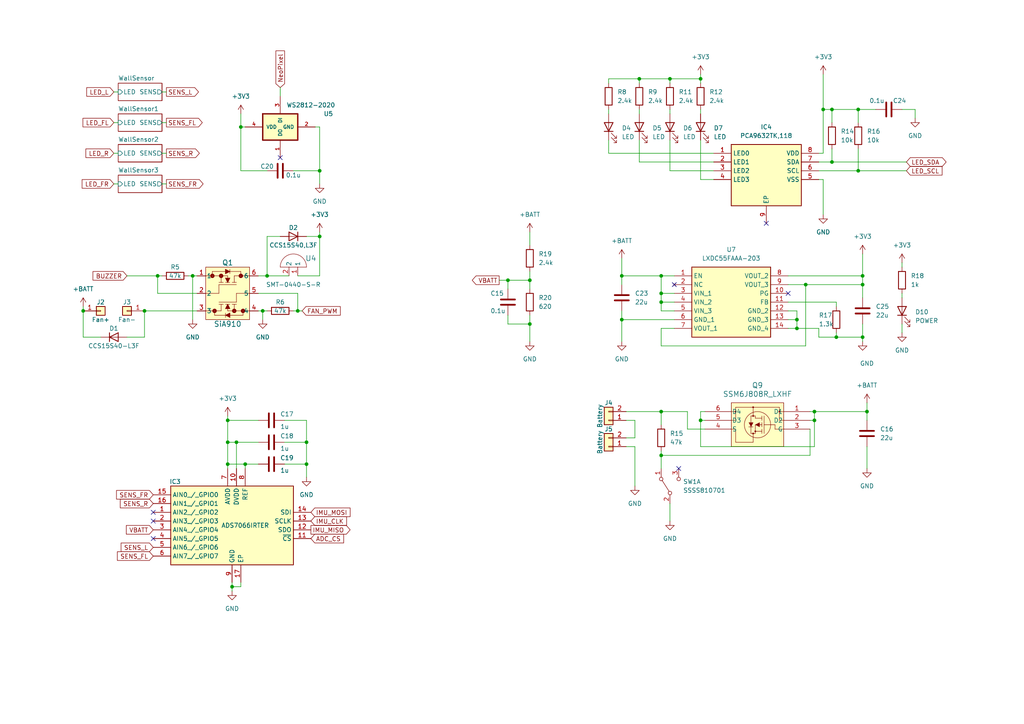
<source format=kicad_sch>
(kicad_sch (version 20230121) (generator eeschema)

  (uuid cdb13cae-19a8-45d5-a8d7-d762ded93f13)

  (paper "A4")

  (lib_symbols
    (symbol "2023-09-15_04-32-54:SSM6J808R_LXHF" (pin_names (offset 0.254)) (in_bom yes) (on_board yes)
      (property "Reference" "Q" (at 15.24 7.62 0)
        (effects (font (size 1.524 1.524)))
      )
      (property "Value" "SSM6J808R_LXHF" (at 15.24 5.08 0)
        (effects (font (size 1.524 1.524)))
      )
      (property "Footprint" "TSOP6F_SSM6J_TOS" (at 0 0 0)
        (effects (font (size 1.27 1.27) italic) hide)
      )
      (property "Datasheet" "SSM6J808R_LXHF" (at 0 0 0)
        (effects (font (size 1.27 1.27) italic) hide)
      )
      (property "ki_locked" "" (at 0 0 0)
        (effects (font (size 1.27 1.27)))
      )
      (property "ki_keywords" "SSM6J808R,LXHF" (at 0 0 0)
        (effects (font (size 1.27 1.27)) hide)
      )
      (property "ki_fp_filters" "TSOP6F_SSM6J_TOS TSOP6F_SSM6J_TOS-M TSOP6F_SSM6J_TOS-L" (at 0 0 0)
        (effects (font (size 1.27 1.27)) hide)
      )
      (symbol "SSM6J808R_LXHF_0_1"
        (polyline
          (pts
            (xy 7.62 -5.08)
            (xy 10.16 -5.08)
          )
          (stroke (width 0.127) (type default))
          (fill (type none))
        )
        (polyline
          (pts
            (xy 7.62 -2.54)
            (xy 8.89 -2.54)
          )
          (stroke (width 0.127) (type default))
          (fill (type none))
        )
        (polyline
          (pts
            (xy 7.62 0)
            (xy 8.89 0)
          )
          (stroke (width 0.127) (type default))
          (fill (type none))
        )
        (polyline
          (pts
            (xy 8.89 1.27)
            (xy 8.89 -2.54)
          )
          (stroke (width 0.127) (type default))
          (fill (type none))
        )
        (polyline
          (pts
            (xy 10.16 -5.08)
            (xy 10.16 -3.81)
          )
          (stroke (width 0.127) (type default))
          (fill (type none))
        )
        (polyline
          (pts
            (xy 10.16 -3.81)
            (xy 13.335 -3.81)
          )
          (stroke (width 0.127) (type default))
          (fill (type none))
        )
        (polyline
          (pts
            (xy 13.335 -6.35)
            (xy 13.335 -1.27)
          )
          (stroke (width 0.127) (type default))
          (fill (type none))
        )
        (polyline
          (pts
            (xy 13.97 -6.35)
            (xy 13.97 -5.08)
          )
          (stroke (width 0.127) (type default))
          (fill (type none))
        )
        (polyline
          (pts
            (xy 13.97 -5.715)
            (xy 15.875 -5.715)
          )
          (stroke (width 0.127) (type default))
          (fill (type none))
        )
        (polyline
          (pts
            (xy 13.97 -4.445)
            (xy 13.97 -3.175)
          )
          (stroke (width 0.127) (type default))
          (fill (type none))
        )
        (polyline
          (pts
            (xy 13.97 -2.54)
            (xy 13.97 -1.27)
          )
          (stroke (width 0.127) (type default))
          (fill (type none))
        )
        (polyline
          (pts
            (xy 13.97 -1.905)
            (xy 15.875 -1.905)
          )
          (stroke (width 0.127) (type default))
          (fill (type none))
        )
        (polyline
          (pts
            (xy 15.24 -3.81)
            (xy 13.97 -3.81)
          )
          (stroke (width 0.127) (type default))
          (fill (type none))
        )
        (polyline
          (pts
            (xy 15.875 -6.35)
            (xy 15.875 -3.81)
          )
          (stroke (width 0.127) (type default))
          (fill (type none))
        )
        (polyline
          (pts
            (xy 15.875 -6.35)
            (xy 17.145 -6.35)
          )
          (stroke (width 0.127) (type default))
          (fill (type none))
        )
        (polyline
          (pts
            (xy 15.875 -1.905)
            (xy 15.875 -1.27)
          )
          (stroke (width 0.127) (type default))
          (fill (type none))
        )
        (polyline
          (pts
            (xy 15.875 -1.27)
            (xy 17.145 -1.27)
          )
          (stroke (width 0.127) (type default))
          (fill (type none))
        )
        (polyline
          (pts
            (xy 16.51 -8.89)
            (xy 16.51 -6.35)
          )
          (stroke (width 0.127) (type default))
          (fill (type none))
        )
        (polyline
          (pts
            (xy 16.51 -8.89)
            (xy 21.59 -8.89)
          )
          (stroke (width 0.127) (type default))
          (fill (type none))
        )
        (polyline
          (pts
            (xy 16.51 1.27)
            (xy 16.51 -1.27)
          )
          (stroke (width 0.127) (type default))
          (fill (type none))
        )
        (polyline
          (pts
            (xy 17.145 -6.35)
            (xy 17.145 -4.445)
          )
          (stroke (width 0.127) (type default))
          (fill (type none))
        )
        (polyline
          (pts
            (xy 17.145 -3.175)
            (xy 17.145 -1.27)
          )
          (stroke (width 0.127) (type default))
          (fill (type none))
        )
        (polyline
          (pts
            (xy 17.78 -4.445)
            (xy 16.51 -4.445)
          )
          (stroke (width 0.127) (type default))
          (fill (type none))
        )
        (polyline
          (pts
            (xy 21.59 -5.08)
            (xy 21.59 -8.89)
          )
          (stroke (width 0.127) (type default))
          (fill (type none))
        )
        (polyline
          (pts
            (xy 21.59 -5.08)
            (xy 22.86 -5.08)
          )
          (stroke (width 0.127) (type default))
          (fill (type none))
        )
        (polyline
          (pts
            (xy 21.59 -2.54)
            (xy 21.59 1.27)
          )
          (stroke (width 0.127) (type default))
          (fill (type none))
        )
        (polyline
          (pts
            (xy 21.59 1.27)
            (xy 8.89 1.27)
          )
          (stroke (width 0.127) (type default))
          (fill (type none))
        )
        (polyline
          (pts
            (xy 22.86 -2.54)
            (xy 21.59 -2.54)
          )
          (stroke (width 0.127) (type default))
          (fill (type none))
        )
        (polyline
          (pts
            (xy 22.86 0)
            (xy 21.59 0)
          )
          (stroke (width 0.127) (type default))
          (fill (type none))
        )
        (polyline
          (pts
            (xy 14.605 -4.445)
            (xy 15.875 -3.81)
            (xy 14.605 -3.175)
          )
          (stroke (width 0.0254) (type default))
          (fill (type outline))
        )
        (polyline
          (pts
            (xy 17.78 -3.175)
            (xy 16.51 -3.175)
            (xy 17.145 -4.445)
          )
          (stroke (width 0.0254) (type default))
          (fill (type outline))
        )
        (circle (center 8.89 0) (radius 0.127)
          (stroke (width 0.254) (type default))
          (fill (type none))
        )
        (circle (center 15.24 -3.81) (radius 3.81)
          (stroke (width 0.127) (type default))
          (fill (type none))
        )
        (circle (center 15.875 -5.715) (radius 0.127)
          (stroke (width 0.254) (type default))
          (fill (type none))
        )
        (circle (center 16.51 -6.35) (radius 0.127)
          (stroke (width 0.254) (type default))
          (fill (type none))
        )
        (circle (center 16.51 -1.27) (radius 0.127)
          (stroke (width 0.254) (type default))
          (fill (type none))
        )
        (circle (center 16.51 1.27) (radius 0.127)
          (stroke (width 0.254) (type default))
          (fill (type none))
        )
        (circle (center 21.59 0) (radius 0.127)
          (stroke (width 0.254) (type default))
          (fill (type none))
        )
      )
      (symbol "SSM6J808R_LXHF_1_1"
        (rectangle (start 7.62 2.54) (end 22.86 -10.16)
          (stroke (width 0) (type default))
          (fill (type background))
        )
        (pin unspecified line (at 0 0 0) (length 7.62)
          (name "D1" (effects (font (size 1.27 1.27))))
          (number "1" (effects (font (size 1.27 1.27))))
        )
        (pin unspecified line (at 0 -2.54 0) (length 7.62)
          (name "D2" (effects (font (size 1.27 1.27))))
          (number "2" (effects (font (size 1.27 1.27))))
        )
        (pin unspecified line (at 0 -5.08 0) (length 7.62)
          (name "G" (effects (font (size 1.27 1.27))))
          (number "3" (effects (font (size 1.27 1.27))))
        )
        (pin unspecified line (at 30.48 -5.08 180) (length 7.62)
          (name "S" (effects (font (size 1.27 1.27))))
          (number "4" (effects (font (size 1.27 1.27))))
        )
        (pin unspecified line (at 30.48 -2.54 180) (length 7.62)
          (name "D3" (effects (font (size 1.27 1.27))))
          (number "5" (effects (font (size 1.27 1.27))))
        )
        (pin unspecified line (at 30.48 0 180) (length 7.62)
          (name "D4" (effects (font (size 1.27 1.27))))
          (number "6" (effects (font (size 1.27 1.27))))
        )
      )
    )
    (symbol "ADS7066IRTER:ADS7066IRTER" (in_bom yes) (on_board yes)
      (property "Reference" "IC1" (at -17.78 12.7 0)
        (effects (font (size 1.27 1.27)))
      )
      (property "Value" "ADS7066IRTER" (at 2.54 0 0)
        (effects (font (size 1.27 1.27)))
      )
      (property "Footprint" "QFN50P300X300X80-17N-D" (at 12.7 -73.33 0)
        (effects (font (size 1.27 1.27)) (justify left top) hide)
      )
      (property "Datasheet" "https://www.ti.com/lit/ds/symlink/ads7066.pdf?ts=1708383444470&ref_url=https%253A%252F%252Fwww.ti.com%252Fproduct%252FADS7066%253Futm_source%253Dgoogle%2526utm_medium%253Dcpc%2526utm_campaign%253Dasc-null-null-GPN_EN-cpc-pf-google-wwe%2526utm_content%253D" (at 12.7 -173.33 0)
        (effects (font (size 1.27 1.27)) (justify left top) hide)
      )
      (property "Height" "0.8" (at 12.7 -373.33 0)
        (effects (font (size 1.27 1.27)) (justify left top) hide)
      )
      (property "Mouser Part Number" "595-ADS7066IRTER" (at 12.7 -473.33 0)
        (effects (font (size 1.27 1.27)) (justify left top) hide)
      )
      (property "Mouser Price/Stock" "https://www.mouser.co.uk/ProductDetail/Texas-Instruments/ADS7066IRTER?qs=ST9lo4GX8V1NXvZuWWBhPA%3D%3D" (at 12.7 -573.33 0)
        (effects (font (size 1.27 1.27)) (justify left top) hide)
      )
      (property "Manufacturer_Name" "Texas Instruments" (at 12.7 -673.33 0)
        (effects (font (size 1.27 1.27)) (justify left top) hide)
      )
      (property "Manufacturer_Part_Number" "ADS7066IRTER" (at 12.7 -773.33 0)
        (effects (font (size 1.27 1.27)) (justify left top) hide)
      )
      (property "ki_description" "Analog to Digital Converters - ADC Eight-channel, 250-kSPS, 16-bit analog-to-digital converter with internal reference, GPIOs and SPI 16-WQFN -40 to 125" (at 0 0 0)
        (effects (font (size 1.27 1.27)) hide)
      )
      (symbol "ADS7066IRTER_1_1"
        (rectangle (start -19.05 11.43) (end 16.51 -11.43)
          (stroke (width 0.254) (type default))
          (fill (type background))
        )
        (pin passive line (at -24.13 3.81 0) (length 5.08)
          (name "AIN2_/_GPIO2" (effects (font (size 1.27 1.27))))
          (number "1" (effects (font (size 1.27 1.27))))
        )
        (pin passive line (at 0 16.51 270) (length 5.08)
          (name "DVDD" (effects (font (size 1.27 1.27))))
          (number "10" (effects (font (size 1.27 1.27))))
        )
        (pin passive line (at 21.59 -3.81 180) (length 5.08)
          (name "~{CS}" (effects (font (size 1.27 1.27))))
          (number "11" (effects (font (size 1.27 1.27))))
        )
        (pin passive line (at 21.59 -1.27 180) (length 5.08)
          (name "SDO" (effects (font (size 1.27 1.27))))
          (number "12" (effects (font (size 1.27 1.27))))
        )
        (pin passive line (at 21.59 1.27 180) (length 5.08)
          (name "SCLK" (effects (font (size 1.27 1.27))))
          (number "13" (effects (font (size 1.27 1.27))))
        )
        (pin passive line (at 21.59 3.81 180) (length 5.08)
          (name "SDI" (effects (font (size 1.27 1.27))))
          (number "14" (effects (font (size 1.27 1.27))))
        )
        (pin passive line (at -24.13 8.89 0) (length 5.08)
          (name "AIN0_/_GPIO0" (effects (font (size 1.27 1.27))))
          (number "15" (effects (font (size 1.27 1.27))))
        )
        (pin passive line (at -24.13 6.35 0) (length 5.08)
          (name "AIN1_/_GPIO1" (effects (font (size 1.27 1.27))))
          (number "16" (effects (font (size 1.27 1.27))))
        )
        (pin passive line (at 1.27 -16.51 90) (length 5.08)
          (name "EP" (effects (font (size 1.27 1.27))))
          (number "17" (effects (font (size 1.27 1.27))))
        )
        (pin passive line (at -24.13 1.27 0) (length 5.08)
          (name "AIN3_/_GPIO3" (effects (font (size 1.27 1.27))))
          (number "2" (effects (font (size 1.27 1.27))))
        )
        (pin passive line (at -24.13 -1.27 0) (length 5.08)
          (name "AIN4_/_GPIO4" (effects (font (size 1.27 1.27))))
          (number "3" (effects (font (size 1.27 1.27))))
        )
        (pin passive line (at -24.13 -3.81 0) (length 5.08)
          (name "AIN5_/_GPIO5" (effects (font (size 1.27 1.27))))
          (number "4" (effects (font (size 1.27 1.27))))
        )
        (pin passive line (at -24.13 -6.35 0) (length 5.08)
          (name "AIN6_/_GPIO6" (effects (font (size 1.27 1.27))))
          (number "5" (effects (font (size 1.27 1.27))))
        )
        (pin passive line (at -24.13 -8.89 0) (length 5.08)
          (name "AIN7_/_GPIO7" (effects (font (size 1.27 1.27))))
          (number "6" (effects (font (size 1.27 1.27))))
        )
        (pin passive line (at -2.54 16.51 270) (length 5.08)
          (name "AVDD" (effects (font (size 1.27 1.27))))
          (number "7" (effects (font (size 1.27 1.27))))
        )
        (pin passive line (at 2.54 16.51 270) (length 5.08)
          (name "REF" (effects (font (size 1.27 1.27))))
          (number "8" (effects (font (size 1.27 1.27))))
        )
        (pin passive line (at -1.27 -16.51 90) (length 5.08)
          (name "GND" (effects (font (size 1.27 1.27))))
          (number "9" (effects (font (size 1.27 1.27))))
        )
      )
    )
    (symbol "Connector_Generic:Conn_01x01" (pin_names (offset 1.016) hide) (in_bom yes) (on_board yes)
      (property "Reference" "J" (at 0 2.54 0)
        (effects (font (size 1.27 1.27)))
      )
      (property "Value" "Conn_01x01" (at 0 -2.54 0)
        (effects (font (size 1.27 1.27)))
      )
      (property "Footprint" "" (at 0 0 0)
        (effects (font (size 1.27 1.27)) hide)
      )
      (property "Datasheet" "~" (at 0 0 0)
        (effects (font (size 1.27 1.27)) hide)
      )
      (property "ki_keywords" "connector" (at 0 0 0)
        (effects (font (size 1.27 1.27)) hide)
      )
      (property "ki_description" "Generic connector, single row, 01x01, script generated (kicad-library-utils/schlib/autogen/connector/)" (at 0 0 0)
        (effects (font (size 1.27 1.27)) hide)
      )
      (property "ki_fp_filters" "Connector*:*_1x??_*" (at 0 0 0)
        (effects (font (size 1.27 1.27)) hide)
      )
      (symbol "Conn_01x01_1_1"
        (rectangle (start -1.27 0.127) (end 0 -0.127)
          (stroke (width 0.1524) (type default))
          (fill (type none))
        )
        (rectangle (start -1.27 1.27) (end 1.27 -1.27)
          (stroke (width 0.254) (type default))
          (fill (type background))
        )
        (pin passive line (at -5.08 0 0) (length 3.81)
          (name "Pin_1" (effects (font (size 1.27 1.27))))
          (number "1" (effects (font (size 1.27 1.27))))
        )
      )
    )
    (symbol "Connector_Generic:Conn_01x02" (pin_names (offset 1.016) hide) (in_bom yes) (on_board yes)
      (property "Reference" "J" (at 0 2.54 0)
        (effects (font (size 1.27 1.27)))
      )
      (property "Value" "Conn_01x02" (at 0 -5.08 0)
        (effects (font (size 1.27 1.27)))
      )
      (property "Footprint" "" (at 0 0 0)
        (effects (font (size 1.27 1.27)) hide)
      )
      (property "Datasheet" "~" (at 0 0 0)
        (effects (font (size 1.27 1.27)) hide)
      )
      (property "ki_keywords" "connector" (at 0 0 0)
        (effects (font (size 1.27 1.27)) hide)
      )
      (property "ki_description" "Generic connector, single row, 01x02, script generated (kicad-library-utils/schlib/autogen/connector/)" (at 0 0 0)
        (effects (font (size 1.27 1.27)) hide)
      )
      (property "ki_fp_filters" "Connector*:*_1x??_*" (at 0 0 0)
        (effects (font (size 1.27 1.27)) hide)
      )
      (symbol "Conn_01x02_1_1"
        (rectangle (start -1.27 -2.413) (end 0 -2.667)
          (stroke (width 0.1524) (type default))
          (fill (type none))
        )
        (rectangle (start -1.27 0.127) (end 0 -0.127)
          (stroke (width 0.1524) (type default))
          (fill (type none))
        )
        (rectangle (start -1.27 1.27) (end 1.27 -3.81)
          (stroke (width 0.254) (type default))
          (fill (type background))
        )
        (pin passive line (at -5.08 0 0) (length 3.81)
          (name "Pin_1" (effects (font (size 1.27 1.27))))
          (number "1" (effects (font (size 1.27 1.27))))
        )
        (pin passive line (at -5.08 -2.54 0) (length 3.81)
          (name "Pin_2" (effects (font (size 1.27 1.27))))
          (number "2" (effects (font (size 1.27 1.27))))
        )
      )
    )
    (symbol "Device:C" (pin_numbers hide) (pin_names (offset 0.254)) (in_bom yes) (on_board yes)
      (property "Reference" "C" (at 0.635 2.54 0)
        (effects (font (size 1.27 1.27)) (justify left))
      )
      (property "Value" "C" (at 0.635 -2.54 0)
        (effects (font (size 1.27 1.27)) (justify left))
      )
      (property "Footprint" "" (at 0.9652 -3.81 0)
        (effects (font (size 1.27 1.27)) hide)
      )
      (property "Datasheet" "~" (at 0 0 0)
        (effects (font (size 1.27 1.27)) hide)
      )
      (property "ki_keywords" "cap capacitor" (at 0 0 0)
        (effects (font (size 1.27 1.27)) hide)
      )
      (property "ki_description" "Unpolarized capacitor" (at 0 0 0)
        (effects (font (size 1.27 1.27)) hide)
      )
      (property "ki_fp_filters" "C_*" (at 0 0 0)
        (effects (font (size 1.27 1.27)) hide)
      )
      (symbol "C_0_1"
        (polyline
          (pts
            (xy -2.032 -0.762)
            (xy 2.032 -0.762)
          )
          (stroke (width 0.508) (type default))
          (fill (type none))
        )
        (polyline
          (pts
            (xy -2.032 0.762)
            (xy 2.032 0.762)
          )
          (stroke (width 0.508) (type default))
          (fill (type none))
        )
      )
      (symbol "C_1_1"
        (pin passive line (at 0 3.81 270) (length 2.794)
          (name "~" (effects (font (size 1.27 1.27))))
          (number "1" (effects (font (size 1.27 1.27))))
        )
        (pin passive line (at 0 -3.81 90) (length 2.794)
          (name "~" (effects (font (size 1.27 1.27))))
          (number "2" (effects (font (size 1.27 1.27))))
        )
      )
    )
    (symbol "Device:LED" (pin_numbers hide) (pin_names (offset 1.016) hide) (in_bom yes) (on_board yes)
      (property "Reference" "D" (at 0 2.54 0)
        (effects (font (size 1.27 1.27)))
      )
      (property "Value" "LED" (at 0 -2.54 0)
        (effects (font (size 1.27 1.27)))
      )
      (property "Footprint" "" (at 0 0 0)
        (effects (font (size 1.27 1.27)) hide)
      )
      (property "Datasheet" "~" (at 0 0 0)
        (effects (font (size 1.27 1.27)) hide)
      )
      (property "ki_keywords" "LED diode" (at 0 0 0)
        (effects (font (size 1.27 1.27)) hide)
      )
      (property "ki_description" "Light emitting diode" (at 0 0 0)
        (effects (font (size 1.27 1.27)) hide)
      )
      (property "ki_fp_filters" "LED* LED_SMD:* LED_THT:*" (at 0 0 0)
        (effects (font (size 1.27 1.27)) hide)
      )
      (symbol "LED_0_1"
        (polyline
          (pts
            (xy -1.27 -1.27)
            (xy -1.27 1.27)
          )
          (stroke (width 0.254) (type default))
          (fill (type none))
        )
        (polyline
          (pts
            (xy -1.27 0)
            (xy 1.27 0)
          )
          (stroke (width 0) (type default))
          (fill (type none))
        )
        (polyline
          (pts
            (xy 1.27 -1.27)
            (xy 1.27 1.27)
            (xy -1.27 0)
            (xy 1.27 -1.27)
          )
          (stroke (width 0.254) (type default))
          (fill (type none))
        )
        (polyline
          (pts
            (xy -3.048 -0.762)
            (xy -4.572 -2.286)
            (xy -3.81 -2.286)
            (xy -4.572 -2.286)
            (xy -4.572 -1.524)
          )
          (stroke (width 0) (type default))
          (fill (type none))
        )
        (polyline
          (pts
            (xy -1.778 -0.762)
            (xy -3.302 -2.286)
            (xy -2.54 -2.286)
            (xy -3.302 -2.286)
            (xy -3.302 -1.524)
          )
          (stroke (width 0) (type default))
          (fill (type none))
        )
      )
      (symbol "LED_1_1"
        (pin passive line (at -3.81 0 0) (length 2.54)
          (name "K" (effects (font (size 1.27 1.27))))
          (number "1" (effects (font (size 1.27 1.27))))
        )
        (pin passive line (at 3.81 0 180) (length 2.54)
          (name "A" (effects (font (size 1.27 1.27))))
          (number "2" (effects (font (size 1.27 1.27))))
        )
      )
    )
    (symbol "Device:R" (pin_numbers hide) (pin_names (offset 0)) (in_bom yes) (on_board yes)
      (property "Reference" "R" (at 2.032 0 90)
        (effects (font (size 1.27 1.27)))
      )
      (property "Value" "R" (at 0 0 90)
        (effects (font (size 1.27 1.27)))
      )
      (property "Footprint" "" (at -1.778 0 90)
        (effects (font (size 1.27 1.27)) hide)
      )
      (property "Datasheet" "~" (at 0 0 0)
        (effects (font (size 1.27 1.27)) hide)
      )
      (property "ki_keywords" "R res resistor" (at 0 0 0)
        (effects (font (size 1.27 1.27)) hide)
      )
      (property "ki_description" "Resistor" (at 0 0 0)
        (effects (font (size 1.27 1.27)) hide)
      )
      (property "ki_fp_filters" "R_*" (at 0 0 0)
        (effects (font (size 1.27 1.27)) hide)
      )
      (symbol "R_0_1"
        (rectangle (start -1.016 -2.54) (end 1.016 2.54)
          (stroke (width 0.254) (type default))
          (fill (type none))
        )
      )
      (symbol "R_1_1"
        (pin passive line (at 0 3.81 270) (length 1.27)
          (name "~" (effects (font (size 1.27 1.27))))
          (number "1" (effects (font (size 1.27 1.27))))
        )
        (pin passive line (at 0 -3.81 90) (length 1.27)
          (name "~" (effects (font (size 1.27 1.27))))
          (number "2" (effects (font (size 1.27 1.27))))
        )
      )
    )
    (symbol "Diode:1N4148W" (pin_numbers hide) (pin_names hide) (in_bom yes) (on_board yes)
      (property "Reference" "D" (at 0 2.54 0)
        (effects (font (size 1.27 1.27)))
      )
      (property "Value" "1N4148W" (at 0 -2.54 0)
        (effects (font (size 1.27 1.27)))
      )
      (property "Footprint" "Diode_SMD:D_SOD-123" (at 0 -4.445 0)
        (effects (font (size 1.27 1.27)) hide)
      )
      (property "Datasheet" "https://www.vishay.com/docs/85748/1n4148w.pdf" (at 0 0 0)
        (effects (font (size 1.27 1.27)) hide)
      )
      (property "Sim.Device" "D" (at 0 0 0)
        (effects (font (size 1.27 1.27)) hide)
      )
      (property "Sim.Pins" "1=K 2=A" (at 0 0 0)
        (effects (font (size 1.27 1.27)) hide)
      )
      (property "ki_keywords" "diode" (at 0 0 0)
        (effects (font (size 1.27 1.27)) hide)
      )
      (property "ki_description" "75V 0.15A Fast Switching Diode, SOD-123" (at 0 0 0)
        (effects (font (size 1.27 1.27)) hide)
      )
      (property "ki_fp_filters" "D*SOD?123*" (at 0 0 0)
        (effects (font (size 1.27 1.27)) hide)
      )
      (symbol "1N4148W_0_1"
        (polyline
          (pts
            (xy -1.27 1.27)
            (xy -1.27 -1.27)
          )
          (stroke (width 0.254) (type default))
          (fill (type none))
        )
        (polyline
          (pts
            (xy 1.27 0)
            (xy -1.27 0)
          )
          (stroke (width 0) (type default))
          (fill (type none))
        )
        (polyline
          (pts
            (xy 1.27 1.27)
            (xy 1.27 -1.27)
            (xy -1.27 0)
            (xy 1.27 1.27)
          )
          (stroke (width 0.254) (type default))
          (fill (type none))
        )
      )
      (symbol "1N4148W_1_1"
        (pin passive line (at -3.81 0 0) (length 2.54)
          (name "K" (effects (font (size 1.27 1.27))))
          (number "1" (effects (font (size 1.27 1.27))))
        )
        (pin passive line (at 3.81 0 180) (length 2.54)
          (name "A" (effects (font (size 1.27 1.27))))
          (number "2" (effects (font (size 1.27 1.27))))
        )
      )
    )
    (symbol "LXDC55FAAA-203_(2):LXDC55FAAA-203" (in_bom yes) (on_board yes)
      (property "Reference" "U" (at 29.21 7.62 0)
        (effects (font (size 1.27 1.27)) (justify left top))
      )
      (property "Value" "LXDC55FAAA-203" (at 29.21 5.08 0)
        (effects (font (size 1.27 1.27)) (justify left top))
      )
      (property "Footprint" "LXDC55FAAA203" (at 29.21 -94.92 0)
        (effects (font (size 1.27 1.27)) (justify left top) hide)
      )
      (property "Datasheet" "https://componentsearchengine.com/Datasheets/1/LXDC55FAAA-203.pdf" (at 29.21 -194.92 0)
        (effects (font (size 1.27 1.27)) (justify left top) hide)
      )
      (property "Height" "2.1" (at 29.21 -394.92 0)
        (effects (font (size 1.27 1.27)) (justify left top) hide)
      )
      (property "Mouser Part Number" "81-LXDC55FAAA-203" (at 29.21 -494.92 0)
        (effects (font (size 1.27 1.27)) (justify left top) hide)
      )
      (property "Mouser Price/Stock" "https://www.mouser.co.uk/ProductDetail/Murata-Electronics/LXDC55FAAA-203?qs=%2Fz5Af45Rph138om0J2E4iA%3D%3D" (at 29.21 -594.92 0)
        (effects (font (size 1.27 1.27)) (justify left top) hide)
      )
      (property "Manufacturer_Name" "Murata Electronics" (at 29.21 -694.92 0)
        (effects (font (size 1.27 1.27)) (justify left top) hide)
      )
      (property "Manufacturer_Part_Number" "LXDC55FAAA-203" (at 29.21 -794.92 0)
        (effects (font (size 1.27 1.27)) (justify left top) hide)
      )
      (property "ki_description" "Non-Isolated DC/DC Converters Variable Output 1.5A 5x5.7mm, uDC-DC" (at 0 0 0)
        (effects (font (size 1.27 1.27)) hide)
      )
      (symbol "LXDC55FAAA-203_1_1"
        (rectangle (start 5.08 2.54) (end 27.94 -17.78)
          (stroke (width 0.254) (type default))
          (fill (type background))
        )
        (pin passive line (at 0 0 0) (length 5.08)
          (name "EN" (effects (font (size 1.27 1.27))))
          (number "1" (effects (font (size 1.27 1.27))))
        )
        (pin passive line (at 33.02 -5.08 180) (length 5.08)
          (name "PG" (effects (font (size 1.27 1.27))))
          (number "10" (effects (font (size 1.27 1.27))))
        )
        (pin passive line (at 33.02 -7.62 180) (length 5.08)
          (name "FB" (effects (font (size 1.27 1.27))))
          (number "11" (effects (font (size 1.27 1.27))))
        )
        (pin passive line (at 33.02 -10.16 180) (length 5.08)
          (name "GND_2" (effects (font (size 1.27 1.27))))
          (number "12" (effects (font (size 1.27 1.27))))
        )
        (pin passive line (at 33.02 -12.7 180) (length 5.08)
          (name "GND_3" (effects (font (size 1.27 1.27))))
          (number "13" (effects (font (size 1.27 1.27))))
        )
        (pin passive line (at 33.02 -15.24 180) (length 5.08)
          (name "GND_4" (effects (font (size 1.27 1.27))))
          (number "14" (effects (font (size 1.27 1.27))))
        )
        (pin no_connect line (at 0 -2.54 0) (length 5.08)
          (name "NC" (effects (font (size 1.27 1.27))))
          (number "2" (effects (font (size 1.27 1.27))))
        )
        (pin passive line (at 0 -5.08 0) (length 5.08)
          (name "VIN_1" (effects (font (size 1.27 1.27))))
          (number "3" (effects (font (size 1.27 1.27))))
        )
        (pin passive line (at 0 -7.62 0) (length 5.08)
          (name "VIN_2" (effects (font (size 1.27 1.27))))
          (number "4" (effects (font (size 1.27 1.27))))
        )
        (pin passive line (at 0 -10.16 0) (length 5.08)
          (name "VIN_3" (effects (font (size 1.27 1.27))))
          (number "5" (effects (font (size 1.27 1.27))))
        )
        (pin passive line (at 0 -12.7 0) (length 5.08)
          (name "GND_1" (effects (font (size 1.27 1.27))))
          (number "6" (effects (font (size 1.27 1.27))))
        )
        (pin passive line (at 0 -15.24 0) (length 5.08)
          (name "VOUT_1" (effects (font (size 1.27 1.27))))
          (number "7" (effects (font (size 1.27 1.27))))
        )
        (pin passive line (at 33.02 0 180) (length 5.08)
          (name "VOUT_2" (effects (font (size 1.27 1.27))))
          (number "8" (effects (font (size 1.27 1.27))))
        )
        (pin passive line (at 33.02 -2.54 180) (length 5.08)
          (name "VOUT_3" (effects (font (size 1.27 1.27))))
          (number "9" (effects (font (size 1.27 1.27))))
        )
      )
    )
    (symbol "PCA9632TK_118:PCA9632TK,118" (in_bom yes) (on_board yes)
      (property "Reference" "IC" (at 26.67 7.62 0)
        (effects (font (size 1.27 1.27)) (justify left top))
      )
      (property "Value" "PCA9632TK,118" (at 26.67 5.08 0)
        (effects (font (size 1.27 1.27)) (justify left top))
      )
      (property "Footprint" "SON50P300X300X100-9N-D" (at 26.67 -94.92 0)
        (effects (font (size 1.27 1.27)) (justify left top) hide)
      )
      (property "Datasheet" "http://www.nxp.com/docs/en/data-sheet/PCA9632.pdf" (at 26.67 -194.92 0)
        (effects (font (size 1.27 1.27)) (justify left top) hide)
      )
      (property "Height" "1" (at 26.67 -394.92 0)
        (effects (font (size 1.27 1.27)) (justify left top) hide)
      )
      (property "Mouser Part Number" "771-PCA9632TK118" (at 26.67 -494.92 0)
        (effects (font (size 1.27 1.27)) (justify left top) hide)
      )
      (property "Mouser Price/Stock" "https://www.mouser.co.uk/ProductDetail/NXP-Semiconductors/PCA9632TK118?qs=LOCUfHb8d9vf1%252BwSI3S7lQ%3D%3D" (at 26.67 -594.92 0)
        (effects (font (size 1.27 1.27)) (justify left top) hide)
      )
      (property "Manufacturer_Name" "NXP" (at 26.67 -694.92 0)
        (effects (font (size 1.27 1.27)) (justify left top) hide)
      )
      (property "Manufacturer_Part_Number" "PCA9632TK,118" (at 26.67 -794.92 0)
        (effects (font (size 1.27 1.27)) (justify left top) hide)
      )
      (property "ki_description" "LED Lighting Drivers 4-BIT FM+I2C-BUS" (at 0 0 0)
        (effects (font (size 1.27 1.27)) hide)
      )
      (symbol "PCA9632TK,118_1_1"
        (rectangle (start 5.08 2.54) (end 25.4 -15.24)
          (stroke (width 0.254) (type default))
          (fill (type background))
        )
        (pin passive line (at 0 0 0) (length 5.08)
          (name "LED0" (effects (font (size 1.27 1.27))))
          (number "1" (effects (font (size 1.27 1.27))))
        )
        (pin passive line (at 0 -2.54 0) (length 5.08)
          (name "LED1" (effects (font (size 1.27 1.27))))
          (number "2" (effects (font (size 1.27 1.27))))
        )
        (pin passive line (at 0 -5.08 0) (length 5.08)
          (name "LED2" (effects (font (size 1.27 1.27))))
          (number "3" (effects (font (size 1.27 1.27))))
        )
        (pin passive line (at 0 -7.62 0) (length 5.08)
          (name "LED3" (effects (font (size 1.27 1.27))))
          (number "4" (effects (font (size 1.27 1.27))))
        )
        (pin passive line (at 30.48 -7.62 180) (length 5.08)
          (name "VSS" (effects (font (size 1.27 1.27))))
          (number "5" (effects (font (size 1.27 1.27))))
        )
        (pin passive line (at 30.48 -5.08 180) (length 5.08)
          (name "SCL" (effects (font (size 1.27 1.27))))
          (number "6" (effects (font (size 1.27 1.27))))
        )
        (pin passive line (at 30.48 -2.54 180) (length 5.08)
          (name "SDA" (effects (font (size 1.27 1.27))))
          (number "7" (effects (font (size 1.27 1.27))))
        )
        (pin passive line (at 30.48 0 180) (length 5.08)
          (name "VDD" (effects (font (size 1.27 1.27))))
          (number "8" (effects (font (size 1.27 1.27))))
        )
        (pin passive line (at 15.24 -20.32 90) (length 5.08)
          (name "EP" (effects (font (size 1.27 1.27))))
          (number "9" (effects (font (size 1.27 1.27))))
        )
      )
    )
    (symbol "SMT-0440-S-R:SMT-0440-S-R" (pin_names (offset 0.254)) (in_bom yes) (on_board yes)
      (property "Reference" "U" (at -1.27 5.08 0)
        (effects (font (size 1.524 1.524)))
      )
      (property "Value" "SMT-0440-S-R" (at 0 -6.35 0)
        (effects (font (size 1.524 1.524)))
      )
      (property "Footprint" "SMT-0440-S-R_PUI" (at -11.43 8.89 0)
        (effects (font (size 1.27 1.27) italic) hide)
      )
      (property "Datasheet" "SMT-0440-S-R" (at -10.16 6.35 0)
        (effects (font (size 1.27 1.27) italic) hide)
      )
      (property "ki_locked" "" (at 0 0 0)
        (effects (font (size 1.27 1.27)))
      )
      (property "ki_keywords" "SMT-0440-S-R" (at 0 0 0)
        (effects (font (size 1.27 1.27)) hide)
      )
      (property "ki_fp_filters" "SMT-0440-S-R_PUI SMT-0440-S-R_PUI-M SMT-0440-S-R_PUI-L" (at 0 0 0)
        (effects (font (size 1.27 1.27)) hide)
      )
      (symbol "SMT-0440-S-R_0_1"
        (arc (start -1.27 -3.81) (mid 2.5233 0) (end -1.27 3.81)
          (stroke (width 0.127) (type default))
          (fill (type none))
        )
        (polyline
          (pts
            (xy -1.27 3.81)
            (xy -1.27 -3.81)
          )
          (stroke (width 0.127) (type default))
          (fill (type none))
        )
      )
      (symbol "SMT-0440-S-R_1_1"
        (pin unspecified line (at -3.81 1.27 0) (length 2.54)
          (name "1" (effects (font (size 1.27 1.27))))
          (number "1" (effects (font (size 1.27 1.27))))
        )
        (pin unspecified line (at -3.81 -1.27 0) (length 2.54)
          (name "2" (effects (font (size 1.27 1.27))))
          (number "2" (effects (font (size 1.27 1.27))))
        )
      )
    )
    (symbol "SiA910:SiA910EDJ" (pin_names (offset 0.254)) (in_bom yes) (on_board yes)
      (property "Reference" "Q" (at -6.35 8.89 0)
        (effects (font (size 1.524 1.524)))
      )
      (property "Value" "SiA910" (at 0 -8.89 0)
        (effects (font (size 1.524 1.524)))
      )
      (property "Footprint" "Package_TO_SOT_SMD:Vishay_PowerPAK_SC70-6L_Dual" (at 8.89 10.16 0)
        (effects (font (size 1.27 1.27) italic) hide)
      )
      (property "Datasheet" "SiA910EDJ" (at 6.35 12.7 0)
        (effects (font (size 1.27 1.27) italic) hide)
      )
      (property "ki_keywords" "SiA910EDJ" (at 0 0 0)
        (effects (font (size 1.27 1.27)) hide)
      )
      (property "ki_fp_filters" "DFN2020-6L_MCE DFN2020-6L_MCE-M DFN2020-6L_MCE-L" (at 0 0 0)
        (effects (font (size 1.27 1.27)) hide)
      )
      (symbol "SiA910EDJ_0_1"
        (circle (center -4.445 5.08) (radius 0.127)
          (stroke (width 0.508) (type default))
          (fill (type none))
        )
        (circle (center -3.81 -5.08) (radius 0.127)
          (stroke (width 0.508) (type default))
          (fill (type none))
        )
        (circle (center -1.905 5.08) (radius 0.127)
          (stroke (width 0.508) (type default))
          (fill (type none))
        )
        (polyline
          (pts
            (xy -6.35 0)
            (xy -2.54 0)
          )
          (stroke (width 0.127) (type default))
          (fill (type none))
        )
        (polyline
          (pts
            (xy -6.35 5.08)
            (xy 0 5.08)
          )
          (stroke (width 0.127) (type default))
          (fill (type none))
        )
        (polyline
          (pts
            (xy -4.445 5.08)
            (xy -4.445 6.35)
          )
          (stroke (width 0.127) (type default))
          (fill (type none))
        )
        (polyline
          (pts
            (xy -4.445 6.35)
            (xy 3.81 6.35)
          )
          (stroke (width 0.127) (type default))
          (fill (type none))
        )
        (polyline
          (pts
            (xy -3.81 -6.35)
            (xy -3.81 -5.08)
          )
          (stroke (width 0.127) (type default))
          (fill (type none))
        )
        (polyline
          (pts
            (xy -2.54 0)
            (xy -2.54 2.54)
          )
          (stroke (width 0.127) (type default))
          (fill (type none))
        )
        (polyline
          (pts
            (xy -2.54 2.54)
            (xy 2.54 2.54)
          )
          (stroke (width 0.127) (type default))
          (fill (type none))
        )
        (polyline
          (pts
            (xy -1.905 -5.08)
            (xy -6.35 -5.08)
          )
          (stroke (width 0.127) (type default))
          (fill (type none))
        )
        (polyline
          (pts
            (xy -1.905 -5.08)
            (xy -1.905 -3.175)
          )
          (stroke (width 0.127) (type default))
          (fill (type none))
        )
        (polyline
          (pts
            (xy -1.905 5.08)
            (xy -1.905 3.175)
          )
          (stroke (width 0.127) (type default))
          (fill (type none))
        )
        (polyline
          (pts
            (xy -1.27 -3.175)
            (xy -2.54 -3.175)
          )
          (stroke (width 0.127) (type default))
          (fill (type none))
        )
        (polyline
          (pts
            (xy -1.27 3.175)
            (xy -2.54 3.175)
          )
          (stroke (width 0.127) (type default))
          (fill (type none))
        )
        (polyline
          (pts
            (xy -0.635 -6.985)
            (xy -0.635 -5.715)
          )
          (stroke (width 0.127) (type default))
          (fill (type none))
        )
        (polyline
          (pts
            (xy -0.635 -6.35)
            (xy 0.635 -5.715)
          )
          (stroke (width 0.127) (type default))
          (fill (type none))
        )
        (polyline
          (pts
            (xy -0.635 3.175)
            (xy 0.635 3.175)
          )
          (stroke (width 0.127) (type default))
          (fill (type none))
        )
        (polyline
          (pts
            (xy -0.635 4.445)
            (xy 0.635 4.445)
          )
          (stroke (width 0.127) (type default))
          (fill (type none))
        )
        (polyline
          (pts
            (xy -0.635 6.985)
            (xy -0.635 5.715)
          )
          (stroke (width 0.127) (type default))
          (fill (type none))
        )
        (polyline
          (pts
            (xy -0.635 6.985)
            (xy 0.635 6.35)
          )
          (stroke (width 0.127) (type default))
          (fill (type none))
        )
        (polyline
          (pts
            (xy 0 -5.08)
            (xy 0 -3.175)
          )
          (stroke (width 0.127) (type default))
          (fill (type none))
        )
        (polyline
          (pts
            (xy 0 -3.175)
            (xy -0.635 -4.445)
          )
          (stroke (width 0.127) (type default))
          (fill (type none))
        )
        (polyline
          (pts
            (xy 0 -3.175)
            (xy 0.635 -4.445)
          )
          (stroke (width 0.127) (type default))
          (fill (type none))
        )
        (polyline
          (pts
            (xy 0 3.175)
            (xy -0.635 4.445)
          )
          (stroke (width 0.127) (type default))
          (fill (type none))
        )
        (polyline
          (pts
            (xy 0 3.175)
            (xy 0.635 4.445)
          )
          (stroke (width 0.127) (type default))
          (fill (type none))
        )
        (polyline
          (pts
            (xy 0 5.08)
            (xy 0 3.175)
          )
          (stroke (width 0.127) (type default))
          (fill (type none))
        )
        (polyline
          (pts
            (xy 0.635 -6.985)
            (xy -0.635 -6.35)
          )
          (stroke (width 0.127) (type default))
          (fill (type none))
        )
        (polyline
          (pts
            (xy 0.635 -6.985)
            (xy 0.635 -5.715)
          )
          (stroke (width 0.127) (type default))
          (fill (type none))
        )
        (polyline
          (pts
            (xy 0.635 -4.445)
            (xy -0.635 -4.445)
          )
          (stroke (width 0.127) (type default))
          (fill (type none))
        )
        (polyline
          (pts
            (xy 0.635 -3.175)
            (xy -0.635 -3.175)
          )
          (stroke (width 0.127) (type default))
          (fill (type none))
        )
        (polyline
          (pts
            (xy 0.635 6.35)
            (xy -0.635 5.715)
          )
          (stroke (width 0.127) (type default))
          (fill (type none))
        )
        (polyline
          (pts
            (xy 0.635 6.985)
            (xy 0.635 5.715)
          )
          (stroke (width 0.127) (type default))
          (fill (type none))
        )
        (polyline
          (pts
            (xy 1.27 -3.175)
            (xy 2.54 -3.175)
          )
          (stroke (width 0.127) (type default))
          (fill (type none))
        )
        (polyline
          (pts
            (xy 1.27 3.175)
            (xy 2.54 3.175)
          )
          (stroke (width 0.127) (type default))
          (fill (type none))
        )
        (polyline
          (pts
            (xy 1.905 -5.08)
            (xy 1.905 -3.175)
          )
          (stroke (width 0.127) (type default))
          (fill (type none))
        )
        (polyline
          (pts
            (xy 1.905 5.08)
            (xy 1.905 3.175)
          )
          (stroke (width 0.127) (type default))
          (fill (type none))
        )
        (polyline
          (pts
            (xy 1.905 5.08)
            (xy 6.35 5.08)
          )
          (stroke (width 0.127) (type default))
          (fill (type none))
        )
        (polyline
          (pts
            (xy 2.54 -2.54)
            (xy -2.54 -2.54)
          )
          (stroke (width 0.127) (type default))
          (fill (type none))
        )
        (polyline
          (pts
            (xy 2.54 0)
            (xy 2.54 -2.54)
          )
          (stroke (width 0.127) (type default))
          (fill (type none))
        )
        (polyline
          (pts
            (xy 3.81 6.35)
            (xy 3.81 5.08)
          )
          (stroke (width 0.127) (type default))
          (fill (type none))
        )
        (polyline
          (pts
            (xy 4.445 -6.35)
            (xy -3.81 -6.35)
          )
          (stroke (width 0.127) (type default))
          (fill (type none))
        )
        (polyline
          (pts
            (xy 4.445 -5.08)
            (xy 4.445 -6.35)
          )
          (stroke (width 0.127) (type default))
          (fill (type none))
        )
        (polyline
          (pts
            (xy 6.35 -5.08)
            (xy 0 -5.08)
          )
          (stroke (width 0.127) (type default))
          (fill (type none))
        )
        (polyline
          (pts
            (xy 6.35 0)
            (xy 2.54 0)
          )
          (stroke (width 0.127) (type default))
          (fill (type none))
        )
        (polyline
          (pts
            (xy -0.635 4.445)
            (xy 0 3.175)
            (xy 0.635 4.445)
          )
          (stroke (width 0) (type default))
          (fill (type outline))
        )
        (polyline
          (pts
            (xy -0.635 6.985)
            (xy -0.635 5.715)
            (xy 0.635 6.35)
          )
          (stroke (width 0) (type default))
          (fill (type outline))
        )
        (polyline
          (pts
            (xy 0.635 -6.985)
            (xy 0.635 -5.715)
            (xy -0.635 -6.35)
          )
          (stroke (width 0) (type default))
          (fill (type outline))
        )
        (polyline
          (pts
            (xy 0.635 -4.445)
            (xy 0 -3.175)
            (xy -0.635 -4.445)
          )
          (stroke (width 0) (type default))
          (fill (type outline))
        )
        (circle (center 1.905 -5.08) (radius 0.127)
          (stroke (width 0.508) (type default))
          (fill (type none))
        )
        (circle (center 3.81 5.08) (radius 0.127)
          (stroke (width 0.508) (type default))
          (fill (type none))
        )
        (circle (center 4.445 -5.08) (radius 0.127)
          (stroke (width 0.508) (type default))
          (fill (type none))
        )
      )
      (symbol "SiA910EDJ_1_1"
        (rectangle (start -6.35 7.62) (end 6.35 -7.62)
          (stroke (width 0) (type default))
          (fill (type background))
        )
        (pin unspecified line (at -8.89 5.08 0) (length 2.54)
          (name "1" (effects (font (size 1.27 1.27))))
          (number "1" (effects (font (size 1.27 1.27))))
        )
        (pin unspecified line (at -8.89 0 0) (length 2.54)
          (name "2" (effects (font (size 1.27 1.27))))
          (number "2" (effects (font (size 1.27 1.27))))
        )
        (pin unspecified line (at -8.89 -5.08 0) (length 2.54)
          (name "3" (effects (font (size 1.27 1.27))))
          (number "3" (effects (font (size 1.27 1.27))))
        )
        (pin unspecified line (at 8.89 -5.08 180) (length 2.54)
          (name "4" (effects (font (size 1.27 1.27))))
          (number "4" (effects (font (size 1.27 1.27))))
        )
        (pin unspecified line (at 8.89 0 180) (length 2.54)
          (name "5" (effects (font (size 1.27 1.27))))
          (number "5" (effects (font (size 1.27 1.27))))
        )
        (pin unspecified line (at 8.89 5.08 180) (length 2.54)
          (name "6" (effects (font (size 1.27 1.27))))
          (number "6" (effects (font (size 1.27 1.27))))
        )
      )
    )
    (symbol "Switch:SW_DPDT_x2" (pin_names (offset 0) hide) (in_bom yes) (on_board yes)
      (property "Reference" "SW" (at 0 4.318 0)
        (effects (font (size 1.27 1.27)))
      )
      (property "Value" "SW_DPDT_x2" (at 0 -5.08 0)
        (effects (font (size 1.27 1.27)))
      )
      (property "Footprint" "" (at 0 0 0)
        (effects (font (size 1.27 1.27)) hide)
      )
      (property "Datasheet" "~" (at 0 0 0)
        (effects (font (size 1.27 1.27)) hide)
      )
      (property "ki_keywords" "switch dual-pole double-throw DPDT spdt ON-ON" (at 0 0 0)
        (effects (font (size 1.27 1.27)) hide)
      )
      (property "ki_description" "Switch, dual pole double throw, separate symbols" (at 0 0 0)
        (effects (font (size 1.27 1.27)) hide)
      )
      (property "ki_fp_filters" "SW*DPDT*" (at 0 0 0)
        (effects (font (size 1.27 1.27)) hide)
      )
      (symbol "SW_DPDT_x2_0_0"
        (circle (center -2.032 0) (radius 0.508)
          (stroke (width 0) (type default))
          (fill (type none))
        )
        (circle (center 2.032 -2.54) (radius 0.508)
          (stroke (width 0) (type default))
          (fill (type none))
        )
      )
      (symbol "SW_DPDT_x2_0_1"
        (polyline
          (pts
            (xy -1.524 0.254)
            (xy 1.651 2.286)
          )
          (stroke (width 0) (type default))
          (fill (type none))
        )
        (circle (center 2.032 2.54) (radius 0.508)
          (stroke (width 0) (type default))
          (fill (type none))
        )
      )
      (symbol "SW_DPDT_x2_1_1"
        (pin passive line (at 5.08 2.54 180) (length 2.54)
          (name "A" (effects (font (size 1.27 1.27))))
          (number "1" (effects (font (size 1.27 1.27))))
        )
        (pin passive line (at -5.08 0 0) (length 2.54)
          (name "B" (effects (font (size 1.27 1.27))))
          (number "2" (effects (font (size 1.27 1.27))))
        )
        (pin passive line (at 5.08 -2.54 180) (length 2.54)
          (name "C" (effects (font (size 1.27 1.27))))
          (number "3" (effects (font (size 1.27 1.27))))
        )
      )
      (symbol "SW_DPDT_x2_2_1"
        (pin passive line (at 5.08 2.54 180) (length 2.54)
          (name "A" (effects (font (size 1.27 1.27))))
          (number "4" (effects (font (size 1.27 1.27))))
        )
        (pin passive line (at -5.08 0 0) (length 2.54)
          (name "B" (effects (font (size 1.27 1.27))))
          (number "5" (effects (font (size 1.27 1.27))))
        )
        (pin passive line (at 5.08 -2.54 180) (length 2.54)
          (name "C" (effects (font (size 1.27 1.27))))
          (number "6" (effects (font (size 1.27 1.27))))
        )
      )
    )
    (symbol "WS2812-2020:WS2812-2020" (pin_names (offset 1.016)) (in_bom yes) (on_board yes)
      (property "Reference" "U" (at -5.08 6.35 0)
        (effects (font (size 1.27 1.27)) (justify left bottom))
      )
      (property "Value" "WS2812-2020" (at 1.27 -5.08 0)
        (effects (font (size 1.27 1.27)) (justify left bottom))
      )
      (property "Footprint" "WS2812-2020:LED_WS2812-2020" (at 10.16 16.51 0)
        (effects (font (size 1.27 1.27)) (justify bottom) hide)
      )
      (property "Datasheet" "" (at 26.67 2.54 0)
        (effects (font (size 1.27 1.27)) hide)
      )
      (property "MF" "Worldsemi" (at 34.29 3.81 0)
        (effects (font (size 1.27 1.27)) (justify bottom) hide)
      )
      (property "MAXIMUM_PACKAGE_HEIGHT" "0.84 mm" (at 24.13 2.54 0)
        (effects (font (size 1.27 1.27)) (justify bottom) hide)
      )
      (property "Package" "Package" (at 21.59 11.43 0)
        (effects (font (size 1.27 1.27)) (justify bottom) hide)
      )
      (property "Price" "None" (at 26.67 5.08 0)
        (effects (font (size 1.27 1.27)) (justify bottom) hide)
      )
      (property "Check_prices" "https://www.snapeda.com/parts/WS2812-2020/Worldsemi/view-part/?ref=eda" (at 11.43 19.05 0)
        (effects (font (size 1.27 1.27)) (justify bottom) hide)
      )
      (property "STANDARD" "Manufacturer Recommendations" (at 35.56 -6.35 0)
        (effects (font (size 1.27 1.27)) (justify bottom) hide)
      )
      (property "PARTREV" "V1.3" (at 19.05 6.35 0)
        (effects (font (size 1.27 1.27)) (justify bottom) hide)
      )
      (property "SnapEDA_Link" "https://www.snapeda.com/parts/WS2812-2020/Worldsemi/view-part/?ref=snap" (at 11.43 20.32 0)
        (effects (font (size 1.27 1.27)) (justify bottom) hide)
      )
      (property "MP" "WS2812-2020" (at 29.21 -10.16 0)
        (effects (font (size 1.27 1.27)) (justify bottom) hide)
      )
      (property "Description" "\nIntelligent control LED light source, SMD-4\n" (at 6.35 15.24 0)
        (effects (font (size 1.27 1.27)) (justify bottom) hide)
      )
      (property "MANUFACTURER" "Worldsemi" (at 35.56 0 0)
        (effects (font (size 1.27 1.27)) (justify bottom) hide)
      )
      (property "Availability" "Not in stock" (at 27.94 -1.27 0)
        (effects (font (size 1.27 1.27)) (justify bottom) hide)
      )
      (property "SNAPEDA_PN" "WS2812-2020" (at 24.13 -13.97 0)
        (effects (font (size 1.27 1.27)) (justify bottom) hide)
      )
      (symbol "WS2812-2020_0_0"
        (rectangle (start -5.08 5.08) (end 5.08 -2.54)
          (stroke (width 0.4064) (type default))
          (fill (type background))
        )
        (pin output line (at 0 -7.62 90) (length 5.08)
          (name "DO" (effects (font (size 1.016 1.016))))
          (number "1" (effects (font (size 1.016 1.016))))
        )
        (pin power_in line (at 10.16 1.27 180) (length 5.08)
          (name "GND" (effects (font (size 1.016 1.016))))
          (number "2" (effects (font (size 1.016 1.016))))
        )
        (pin input line (at 0 10.16 270) (length 5.08)
          (name "DI" (effects (font (size 1.016 1.016))))
          (number "3" (effects (font (size 1.016 1.016))))
        )
        (pin power_in line (at -10.16 1.27 0) (length 5.08)
          (name "VDD" (effects (font (size 1.016 1.016))))
          (number "4" (effects (font (size 1.016 1.016))))
        )
      )
    )
    (symbol "power:+3V3" (power) (pin_names (offset 0)) (in_bom yes) (on_board yes)
      (property "Reference" "#PWR" (at 0 -3.81 0)
        (effects (font (size 1.27 1.27)) hide)
      )
      (property "Value" "+3V3" (at 0 3.556 0)
        (effects (font (size 1.27 1.27)))
      )
      (property "Footprint" "" (at 0 0 0)
        (effects (font (size 1.27 1.27)) hide)
      )
      (property "Datasheet" "" (at 0 0 0)
        (effects (font (size 1.27 1.27)) hide)
      )
      (property "ki_keywords" "global power" (at 0 0 0)
        (effects (font (size 1.27 1.27)) hide)
      )
      (property "ki_description" "Power symbol creates a global label with name \"+3V3\"" (at 0 0 0)
        (effects (font (size 1.27 1.27)) hide)
      )
      (symbol "+3V3_0_1"
        (polyline
          (pts
            (xy -0.762 1.27)
            (xy 0 2.54)
          )
          (stroke (width 0) (type default))
          (fill (type none))
        )
        (polyline
          (pts
            (xy 0 0)
            (xy 0 2.54)
          )
          (stroke (width 0) (type default))
          (fill (type none))
        )
        (polyline
          (pts
            (xy 0 2.54)
            (xy 0.762 1.27)
          )
          (stroke (width 0) (type default))
          (fill (type none))
        )
      )
      (symbol "+3V3_1_1"
        (pin power_in line (at 0 0 90) (length 0) hide
          (name "+3V3" (effects (font (size 1.27 1.27))))
          (number "1" (effects (font (size 1.27 1.27))))
        )
      )
    )
    (symbol "power:+BATT" (power) (pin_names (offset 0)) (in_bom yes) (on_board yes)
      (property "Reference" "#PWR" (at 0 -3.81 0)
        (effects (font (size 1.27 1.27)) hide)
      )
      (property "Value" "+BATT" (at 0 3.556 0)
        (effects (font (size 1.27 1.27)))
      )
      (property "Footprint" "" (at 0 0 0)
        (effects (font (size 1.27 1.27)) hide)
      )
      (property "Datasheet" "" (at 0 0 0)
        (effects (font (size 1.27 1.27)) hide)
      )
      (property "ki_keywords" "global power battery" (at 0 0 0)
        (effects (font (size 1.27 1.27)) hide)
      )
      (property "ki_description" "Power symbol creates a global label with name \"+BATT\"" (at 0 0 0)
        (effects (font (size 1.27 1.27)) hide)
      )
      (symbol "+BATT_0_1"
        (polyline
          (pts
            (xy -0.762 1.27)
            (xy 0 2.54)
          )
          (stroke (width 0) (type default))
          (fill (type none))
        )
        (polyline
          (pts
            (xy 0 0)
            (xy 0 2.54)
          )
          (stroke (width 0) (type default))
          (fill (type none))
        )
        (polyline
          (pts
            (xy 0 2.54)
            (xy 0.762 1.27)
          )
          (stroke (width 0) (type default))
          (fill (type none))
        )
      )
      (symbol "+BATT_1_1"
        (pin power_in line (at 0 0 90) (length 0) hide
          (name "+BATT" (effects (font (size 1.27 1.27))))
          (number "1" (effects (font (size 1.27 1.27))))
        )
      )
    )
    (symbol "power:GND" (power) (pin_names (offset 0)) (in_bom yes) (on_board yes)
      (property "Reference" "#PWR" (at 0 -6.35 0)
        (effects (font (size 1.27 1.27)) hide)
      )
      (property "Value" "GND" (at 0 -3.81 0)
        (effects (font (size 1.27 1.27)))
      )
      (property "Footprint" "" (at 0 0 0)
        (effects (font (size 1.27 1.27)) hide)
      )
      (property "Datasheet" "" (at 0 0 0)
        (effects (font (size 1.27 1.27)) hide)
      )
      (property "ki_keywords" "global power" (at 0 0 0)
        (effects (font (size 1.27 1.27)) hide)
      )
      (property "ki_description" "Power symbol creates a global label with name \"GND\" , ground" (at 0 0 0)
        (effects (font (size 1.27 1.27)) hide)
      )
      (symbol "GND_0_1"
        (polyline
          (pts
            (xy 0 0)
            (xy 0 -1.27)
            (xy 1.27 -1.27)
            (xy 0 -2.54)
            (xy -1.27 -1.27)
            (xy 0 -1.27)
          )
          (stroke (width 0) (type default))
          (fill (type none))
        )
      )
      (symbol "GND_1_1"
        (pin power_in line (at 0 0 270) (length 0) hide
          (name "GND" (effects (font (size 1.27 1.27))))
          (number "1" (effects (font (size 1.27 1.27))))
        )
      )
    )
  )

  (junction (at 242.57 97.79) (diameter 0) (color 0 0 0 0)
    (uuid 15146ef0-effe-4d8b-a974-4d87bf000b2c)
  )
  (junction (at 77.47 80.01) (diameter 0) (color 0 0 0 0)
    (uuid 1552e9e8-f776-43e5-a0c0-fb92e2860b44)
  )
  (junction (at 251.46 119.38) (diameter 0) (color 0 0 0 0)
    (uuid 18d85013-6f1e-4f7a-ac96-8b58d93cd7ed)
  )
  (junction (at 185.42 22.86) (diameter 0) (color 0 0 0 0)
    (uuid 1bb7b211-1e5d-4fd6-92fc-e760f9b6827b)
  )
  (junction (at 238.76 31.75) (diameter 0) (color 0 0 0 0)
    (uuid 205f9b61-032b-4c3b-ad6f-58b8d0993570)
  )
  (junction (at 55.88 80.01) (diameter 0) (color 0 0 0 0)
    (uuid 21c06a8a-16a1-46e8-8383-6f82a6ec8f21)
  )
  (junction (at 66.04 121.92) (diameter 0) (color 0 0 0 0)
    (uuid 2cb1ad08-7407-406e-9e03-379012cb9e31)
  )
  (junction (at 191.77 132.08) (diameter 0) (color 0 0 0 0)
    (uuid 31a920fd-8f31-4d10-aefc-02bad9d50afa)
  )
  (junction (at 92.71 49.53) (diameter 0) (color 0 0 0 0)
    (uuid 39a4b3c1-b010-4d8f-b666-1b1db22525f2)
  )
  (junction (at 203.2 22.86) (diameter 0) (color 0 0 0 0)
    (uuid 3d747cca-896f-4dee-a3f5-5d868a436e6f)
  )
  (junction (at 67.31 170.18) (diameter 0) (color 0 0 0 0)
    (uuid 476a11e5-6157-4a0d-b385-e396c230a19c)
  )
  (junction (at 236.22 119.38) (diameter 0) (color 0 0 0 0)
    (uuid 48c40281-6fde-4faf-aac6-f7ccd49cb392)
  )
  (junction (at 66.04 134.62) (diameter 0) (color 0 0 0 0)
    (uuid 4e759d2c-cc63-4cbd-aa35-1f95d6826e99)
  )
  (junction (at 147.32 81.28) (diameter 0) (color 0 0 0 0)
    (uuid 4ef52588-232f-4b62-9a39-bee864407aeb)
  )
  (junction (at 231.14 95.25) (diameter 0) (color 0 0 0 0)
    (uuid 55c35094-f896-4301-b46b-2ec58f5ed489)
  )
  (junction (at 180.34 92.71) (diameter 0) (color 0 0 0 0)
    (uuid 61957909-e880-461e-8407-e9fd0e748f14)
  )
  (junction (at 88.9 128.27) (diameter 0) (color 0 0 0 0)
    (uuid 64a6829c-287d-42d3-b187-629337729f1c)
  )
  (junction (at 66.04 128.27) (diameter 0) (color 0 0 0 0)
    (uuid 6745483f-2ffe-474c-8d88-23b9b7ee7813)
  )
  (junction (at 203.2 121.92) (diameter 0) (color 0 0 0 0)
    (uuid 6e891146-8c60-4029-bb19-d972a00ad519)
  )
  (junction (at 191.77 87.63) (diameter 0) (color 0 0 0 0)
    (uuid 70360c0e-db78-4dd4-a928-968f1102ad97)
  )
  (junction (at 231.14 92.71) (diameter 0) (color 0 0 0 0)
    (uuid 72eeb66e-4a3c-4af9-835e-44aae04cbcb2)
  )
  (junction (at 153.67 81.28) (diameter 0) (color 0 0 0 0)
    (uuid 87284638-029f-447b-b349-8c991c33575b)
  )
  (junction (at 92.71 68.58) (diameter 0) (color 0 0 0 0)
    (uuid 8ff9f673-e642-469e-95ad-fbb60ecddaf5)
  )
  (junction (at 88.9 134.62) (diameter 0) (color 0 0 0 0)
    (uuid 90161c89-4d48-4e45-8574-a34e45d86ae6)
  )
  (junction (at 191.77 119.38) (diameter 0) (color 0 0 0 0)
    (uuid 9108843d-e63b-4955-adf8-424ef948dfbf)
  )
  (junction (at 153.67 93.98) (diameter 0) (color 0 0 0 0)
    (uuid 934a2550-5f0a-40c5-ae19-61d8c36d7588)
  )
  (junction (at 241.3 31.75) (diameter 0) (color 0 0 0 0)
    (uuid 9627b20a-70b7-4407-a1bb-e60207224d89)
  )
  (junction (at 236.22 121.92) (diameter 0) (color 0 0 0 0)
    (uuid a1f316ad-c9ce-44cc-a2a2-b06cde3fc6b2)
  )
  (junction (at 233.68 82.55) (diameter 0) (color 0 0 0 0)
    (uuid a2da34d5-50d6-494f-b854-d122f827be3c)
  )
  (junction (at 69.85 36.83) (diameter 0) (color 0 0 0 0)
    (uuid a4f9cc90-90cc-4bb5-bb28-595f079f7dfc)
  )
  (junction (at 241.3 46.99) (diameter 0) (color 0 0 0 0)
    (uuid a6b7b2ff-155b-4dfd-a113-a0cd07833451)
  )
  (junction (at 71.12 134.62) (diameter 0) (color 0 0 0 0)
    (uuid b6ab3f80-1f37-4853-9d12-f3147a11a213)
  )
  (junction (at 68.58 128.27) (diameter 0) (color 0 0 0 0)
    (uuid ba60d562-b648-457f-a221-500977930d38)
  )
  (junction (at 248.92 49.53) (diameter 0) (color 0 0 0 0)
    (uuid bb822732-b1d0-4e75-957c-da0182e0fa4b)
  )
  (junction (at 191.77 80.01) (diameter 0) (color 0 0 0 0)
    (uuid c5cd8a81-c7ca-442d-a9ab-23d60ad0829c)
  )
  (junction (at 248.92 31.75) (diameter 0) (color 0 0 0 0)
    (uuid c95ae34a-5769-42b1-9ab3-e8ad27a53979)
  )
  (junction (at 76.2 90.17) (diameter 0) (color 0 0 0 0)
    (uuid c9a96602-2a27-4223-bce5-0584ba729be4)
  )
  (junction (at 41.91 90.17) (diameter 0) (color 0 0 0 0)
    (uuid d503174d-2d08-4bd4-b7b3-0f059bb0f8c5)
  )
  (junction (at 250.19 82.55) (diameter 0) (color 0 0 0 0)
    (uuid e157dd4c-bbb4-418e-895b-61e435105ac2)
  )
  (junction (at 24.13 90.17) (diameter 0) (color 0 0 0 0)
    (uuid e2a8cf3f-c9c5-47d4-b1fe-dc7877d1bcfd)
  )
  (junction (at 250.19 97.79) (diameter 0) (color 0 0 0 0)
    (uuid e2ad78d8-f896-4d55-b2db-a1bf4904c22d)
  )
  (junction (at 86.36 90.17) (diameter 0) (color 0 0 0 0)
    (uuid e47c23c4-fc0e-4419-b9fd-305451fe1e0b)
  )
  (junction (at 180.34 80.01) (diameter 0) (color 0 0 0 0)
    (uuid ea60fb7a-d5e4-492c-a186-43f53a312770)
  )
  (junction (at 45.72 80.01) (diameter 0) (color 0 0 0 0)
    (uuid ec55a013-c844-422a-81cc-44d3649ccb5f)
  )
  (junction (at 250.19 80.01) (diameter 0) (color 0 0 0 0)
    (uuid f409670d-460c-4deb-855b-82e3ed093aff)
  )
  (junction (at 191.77 85.09) (diameter 0) (color 0 0 0 0)
    (uuid f49b3bc0-c55e-4524-856b-078155f41c1c)
  )
  (junction (at 194.31 22.86) (diameter 0) (color 0 0 0 0)
    (uuid ffdc6ae3-2cd1-468a-bdff-eac2fb13c2e1)
  )

  (no_connect (at 44.45 156.21) (uuid 0146d84f-fc6f-4e92-b8d4-97bcdc31a965))
  (no_connect (at 44.45 148.59) (uuid 697ed3f6-78ad-4ec3-a52b-439f6781ae92))
  (no_connect (at 196.85 135.89) (uuid 83dc20bd-3139-44b3-a0d7-e3f496fcc50d))
  (no_connect (at 228.6 85.09) (uuid 8a33d607-4c4c-4f6a-86fb-fb2b24fe0519))
  (no_connect (at 44.45 151.13) (uuid 969eaee8-4ccf-4828-a2e7-93641147f672))
  (no_connect (at 81.28 45.72) (uuid b702900f-c262-40d6-aa05-4fba3b9fdfb6))
  (no_connect (at 195.58 82.55) (uuid e9b53a43-8071-44c7-aee0-af627a71109f))
  (no_connect (at 222.25 64.77) (uuid fcc71d84-3ecf-4fc3-ae7d-22f0a1923525))

  (wire (pts (xy 203.2 129.54) (xy 236.22 129.54))
    (stroke (width 0) (type default))
    (uuid 01cd7802-63e5-4520-bd88-a92d2bb4003b)
  )
  (wire (pts (xy 77.47 80.01) (xy 83.82 80.01))
    (stroke (width 0) (type default))
    (uuid 02078991-3e41-4600-8308-9ff715448f1e)
  )
  (wire (pts (xy 176.53 44.45) (xy 207.01 44.45))
    (stroke (width 0) (type default))
    (uuid 05777a52-ae6a-41ee-871e-60c1f07b01fc)
  )
  (wire (pts (xy 69.85 168.91) (xy 69.85 170.18))
    (stroke (width 0) (type default))
    (uuid 0648ea4a-322b-4052-8596-1acc65789f7d)
  )
  (wire (pts (xy 81.28 68.58) (xy 77.47 68.58))
    (stroke (width 0) (type default))
    (uuid 06b0fae8-120a-4d15-a4ee-8d4ad243aa70)
  )
  (wire (pts (xy 191.77 100.33) (xy 233.68 100.33))
    (stroke (width 0) (type default))
    (uuid 06dd71bb-7fe7-4535-bf70-26b7df7b26bc)
  )
  (wire (pts (xy 204.47 119.38) (xy 203.2 119.38))
    (stroke (width 0) (type default))
    (uuid 083fd59e-e36b-4634-914e-8b76e9b5a972)
  )
  (wire (pts (xy 92.71 67.31) (xy 92.71 68.58))
    (stroke (width 0) (type default))
    (uuid 0a96e882-0423-41ac-8f8e-5d61271f64ba)
  )
  (wire (pts (xy 180.34 80.01) (xy 180.34 82.55))
    (stroke (width 0) (type default))
    (uuid 0ae2f468-18d1-42cb-9d3f-8dbb1090e4b0)
  )
  (wire (pts (xy 66.04 128.27) (xy 68.58 128.27))
    (stroke (width 0) (type default))
    (uuid 0ba92d5b-6cfe-4610-a6d2-36cc333ed7a9)
  )
  (wire (pts (xy 74.93 85.09) (xy 86.36 85.09))
    (stroke (width 0) (type default))
    (uuid 0e7603fe-208c-4a8a-ad3a-5bcd57bf2654)
  )
  (wire (pts (xy 237.49 49.53) (xy 248.92 49.53))
    (stroke (width 0) (type default))
    (uuid 10123824-b62f-4c8d-b226-d10fc307aa35)
  )
  (wire (pts (xy 241.3 31.75) (xy 241.3 35.56))
    (stroke (width 0) (type default))
    (uuid 12e45dd0-b0bc-446a-8bfe-60b215684893)
  )
  (wire (pts (xy 191.77 85.09) (xy 195.58 85.09))
    (stroke (width 0) (type default))
    (uuid 131ff138-e985-4107-ae23-2555def198bb)
  )
  (wire (pts (xy 55.88 80.01) (xy 55.88 92.71))
    (stroke (width 0) (type default))
    (uuid 135642c7-57a8-41b2-9146-615db2b8329c)
  )
  (wire (pts (xy 54.61 80.01) (xy 55.88 80.01))
    (stroke (width 0) (type default))
    (uuid 13a28019-cca9-47ce-8649-37edbd64a900)
  )
  (wire (pts (xy 231.14 92.71) (xy 231.14 95.25))
    (stroke (width 0) (type default))
    (uuid 142ee0dd-2560-4aba-b4fd-932f18c4f7c8)
  )
  (wire (pts (xy 147.32 81.28) (xy 147.32 83.82))
    (stroke (width 0) (type default))
    (uuid 1760d254-0b2f-4c15-a16e-28533f6c686c)
  )
  (wire (pts (xy 92.71 68.58) (xy 92.71 80.01))
    (stroke (width 0) (type default))
    (uuid 1c003582-e773-4a0f-91f0-e32813def25d)
  )
  (wire (pts (xy 237.49 95.25) (xy 237.49 97.79))
    (stroke (width 0) (type default))
    (uuid 1c8b02f7-fe17-4bef-ab96-53fa3325d03a)
  )
  (wire (pts (xy 203.2 22.86) (xy 203.2 24.13))
    (stroke (width 0) (type default))
    (uuid 1eb69c67-b62d-4cd5-ad35-2736914ee25d)
  )
  (wire (pts (xy 265.43 31.75) (xy 261.62 31.75))
    (stroke (width 0) (type default))
    (uuid 21547d32-0200-43fd-9846-1457ef950d7e)
  )
  (wire (pts (xy 92.71 49.53) (xy 92.71 53.34))
    (stroke (width 0) (type default))
    (uuid 2253b676-9fd5-45fd-982b-2a1d1bd990de)
  )
  (wire (pts (xy 203.2 21.59) (xy 203.2 22.86))
    (stroke (width 0) (type default))
    (uuid 248280b4-5eec-42be-bd27-b7c33e7fe2ea)
  )
  (wire (pts (xy 88.9 128.27) (xy 82.55 128.27))
    (stroke (width 0) (type default))
    (uuid 25b82ece-1e1d-442e-a45d-8a9c894a128d)
  )
  (wire (pts (xy 236.22 119.38) (xy 251.46 119.38))
    (stroke (width 0) (type default))
    (uuid 26c9a41a-f2ef-4812-b9b1-24b8d195fc3e)
  )
  (wire (pts (xy 191.77 132.08) (xy 191.77 135.89))
    (stroke (width 0) (type default))
    (uuid 2758d82f-91b7-4e40-92e5-f5afbc01e4b0)
  )
  (wire (pts (xy 153.67 83.82) (xy 153.67 81.28))
    (stroke (width 0) (type default))
    (uuid 29863eae-b94e-4d45-baac-89bfbd9cf507)
  )
  (wire (pts (xy 147.32 81.28) (xy 153.67 81.28))
    (stroke (width 0) (type default))
    (uuid 2af9ae9d-bae2-4c87-9b68-2e5d0d636659)
  )
  (wire (pts (xy 88.9 128.27) (xy 88.9 121.92))
    (stroke (width 0) (type default))
    (uuid 2b66435a-d660-4a7d-894c-d76f9566f361)
  )
  (wire (pts (xy 191.77 85.09) (xy 191.77 87.63))
    (stroke (width 0) (type default))
    (uuid 2e577de8-53dc-46f1-a426-71bd660a96e9)
  )
  (wire (pts (xy 153.67 78.74) (xy 153.67 81.28))
    (stroke (width 0) (type default))
    (uuid 2e974463-5c03-4b7a-a44b-ebb6623fb0a8)
  )
  (wire (pts (xy 86.36 85.09) (xy 86.36 90.17))
    (stroke (width 0) (type default))
    (uuid 3079fcfa-8fb1-4dba-a9c2-5c7b08ddfeaf)
  )
  (wire (pts (xy 250.19 93.98) (xy 250.19 97.79))
    (stroke (width 0) (type default))
    (uuid 32fbe7e7-d7c2-4185-8a93-e552b53abfb8)
  )
  (wire (pts (xy 88.9 68.58) (xy 92.71 68.58))
    (stroke (width 0) (type default))
    (uuid 35f5b630-05ae-4b84-b9ef-a3a75b9aa588)
  )
  (wire (pts (xy 233.68 82.55) (xy 250.19 82.55))
    (stroke (width 0) (type default))
    (uuid 38caa600-d1c4-49ea-9a80-a0243b67de61)
  )
  (wire (pts (xy 71.12 134.62) (xy 71.12 135.89))
    (stroke (width 0) (type default))
    (uuid 3fc304b7-8c99-4181-9038-53c249edc526)
  )
  (wire (pts (xy 234.95 124.46) (xy 234.95 132.08))
    (stroke (width 0) (type default))
    (uuid 3fc4ed12-bb71-4945-a106-ba530b2adcca)
  )
  (wire (pts (xy 45.72 85.09) (xy 57.15 85.09))
    (stroke (width 0) (type default))
    (uuid 3fc71b92-de38-424b-a6f3-18e6c9307663)
  )
  (wire (pts (xy 251.46 129.54) (xy 251.46 135.89))
    (stroke (width 0) (type default))
    (uuid 428425a5-06cb-4aef-bf24-dd22d964b7fe)
  )
  (wire (pts (xy 191.77 132.08) (xy 234.95 132.08))
    (stroke (width 0) (type default))
    (uuid 42cd0e9c-ef61-48d6-8bee-81fcbc65fbaa)
  )
  (wire (pts (xy 55.88 80.01) (xy 57.15 80.01))
    (stroke (width 0) (type default))
    (uuid 4341cfe8-bf2b-4f5f-885f-451e388112e7)
  )
  (wire (pts (xy 199.39 119.38) (xy 199.39 124.46))
    (stroke (width 0) (type default))
    (uuid 43c2c6d7-22dd-4b40-ab93-aaa438e736a4)
  )
  (wire (pts (xy 46.99 44.45) (xy 48.26 44.45))
    (stroke (width 0) (type default))
    (uuid 44a382a5-cd52-42a4-a02c-55ab676469f4)
  )
  (wire (pts (xy 228.6 95.25) (xy 231.14 95.25))
    (stroke (width 0) (type default))
    (uuid 44dfc338-4f01-45f3-b0bc-19b17ddae4e0)
  )
  (wire (pts (xy 147.32 91.44) (xy 147.32 93.98))
    (stroke (width 0) (type default))
    (uuid 492600da-c7d7-49e3-beba-3c70c8918e3e)
  )
  (wire (pts (xy 231.14 90.17) (xy 231.14 92.71))
    (stroke (width 0) (type default))
    (uuid 49751006-b247-4f4f-846f-368613a109be)
  )
  (wire (pts (xy 88.9 121.92) (xy 82.55 121.92))
    (stroke (width 0) (type default))
    (uuid 49a77f67-4653-41bf-b94f-dda03bcc872b)
  )
  (wire (pts (xy 194.31 22.86) (xy 203.2 22.86))
    (stroke (width 0) (type default))
    (uuid 4d4336b8-17d2-44dc-8d10-621d28edbdce)
  )
  (wire (pts (xy 69.85 49.53) (xy 69.85 36.83))
    (stroke (width 0) (type default))
    (uuid 4d7a6190-da77-4582-927b-76865c104cda)
  )
  (wire (pts (xy 241.3 46.99) (xy 262.89 46.99))
    (stroke (width 0) (type default))
    (uuid 4d81ee70-83d4-446f-af68-6070d12b578e)
  )
  (wire (pts (xy 77.47 49.53) (xy 69.85 49.53))
    (stroke (width 0) (type default))
    (uuid 4dcbaf60-f7ca-49c3-a9b4-5a51ba2e0186)
  )
  (wire (pts (xy 74.93 80.01) (xy 77.47 80.01))
    (stroke (width 0) (type default))
    (uuid 53b5119a-aa33-4a39-b190-1f6ba10050f5)
  )
  (wire (pts (xy 228.6 80.01) (xy 250.19 80.01))
    (stroke (width 0) (type default))
    (uuid 55bcb5de-99b4-48c9-b676-ee4a0e2eed48)
  )
  (wire (pts (xy 237.49 97.79) (xy 242.57 97.79))
    (stroke (width 0) (type default))
    (uuid 598b9527-cb31-45fc-ac6c-7295cc5f9b08)
  )
  (wire (pts (xy 250.19 82.55) (xy 250.19 86.36))
    (stroke (width 0) (type default))
    (uuid 5ada3481-4f19-4a14-9b50-53fef58f977f)
  )
  (wire (pts (xy 228.6 90.17) (xy 231.14 90.17))
    (stroke (width 0) (type default))
    (uuid 5c76c095-c807-4d30-8063-e4ea6ae49e48)
  )
  (wire (pts (xy 77.47 68.58) (xy 77.47 80.01))
    (stroke (width 0) (type default))
    (uuid 5cc2f8e8-aab4-41e2-a037-55a023e80e06)
  )
  (wire (pts (xy 185.42 31.75) (xy 185.42 33.02))
    (stroke (width 0) (type default))
    (uuid 5e286c68-e4e8-403b-9cc3-a89dd61fb35d)
  )
  (wire (pts (xy 68.58 128.27) (xy 74.93 128.27))
    (stroke (width 0) (type default))
    (uuid 60217ad0-df78-4436-859f-c51137af3ac0)
  )
  (wire (pts (xy 181.61 119.38) (xy 191.77 119.38))
    (stroke (width 0) (type default))
    (uuid 61bbc07c-454c-40af-8c25-412fc5f191c7)
  )
  (wire (pts (xy 248.92 31.75) (xy 248.92 35.56))
    (stroke (width 0) (type default))
    (uuid 6347eb06-c069-4888-b083-e65b5b26457e)
  )
  (wire (pts (xy 228.6 82.55) (xy 233.68 82.55))
    (stroke (width 0) (type default))
    (uuid 66b9d9dc-531d-4c36-982b-4f4440cb4dac)
  )
  (wire (pts (xy 233.68 100.33) (xy 233.68 82.55))
    (stroke (width 0) (type default))
    (uuid 66fe996b-b378-45e8-8e74-4c813b0bb891)
  )
  (wire (pts (xy 88.9 134.62) (xy 88.9 128.27))
    (stroke (width 0) (type default))
    (uuid 682d771b-eda8-46f8-b824-ea063159137d)
  )
  (wire (pts (xy 265.43 34.29) (xy 265.43 31.75))
    (stroke (width 0) (type default))
    (uuid 699fd06a-5707-4a29-8eb4-756286f76ff5)
  )
  (wire (pts (xy 231.14 95.25) (xy 237.49 95.25))
    (stroke (width 0) (type default))
    (uuid 6b66dae5-a5e9-4b65-92c9-0e9411e11c7e)
  )
  (wire (pts (xy 181.61 121.92) (xy 184.15 121.92))
    (stroke (width 0) (type default))
    (uuid 6c13cb24-f6ee-4b38-adb5-5bda45306278)
  )
  (wire (pts (xy 191.77 119.38) (xy 199.39 119.38))
    (stroke (width 0) (type default))
    (uuid 6cea14e2-8383-4672-a87a-f863d8bd3123)
  )
  (wire (pts (xy 194.31 22.86) (xy 194.31 24.13))
    (stroke (width 0) (type default))
    (uuid 6de97d6a-c365-49ce-ae9d-e4e92b2bfebf)
  )
  (wire (pts (xy 248.92 49.53) (xy 262.89 49.53))
    (stroke (width 0) (type default))
    (uuid 6e1efa94-6f2e-44ba-a5fd-5b6fbc378cd4)
  )
  (wire (pts (xy 261.62 76.2) (xy 261.62 77.47))
    (stroke (width 0) (type default))
    (uuid 70bc3e87-6484-4edd-a187-f9d717157143)
  )
  (wire (pts (xy 76.2 90.17) (xy 74.93 90.17))
    (stroke (width 0) (type default))
    (uuid 718d9398-c201-4498-8637-9e0d0f627552)
  )
  (wire (pts (xy 85.09 49.53) (xy 92.71 49.53))
    (stroke (width 0) (type default))
    (uuid 71a2fc81-a949-4b9a-af3f-b06e97642b90)
  )
  (wire (pts (xy 36.83 97.79) (xy 41.91 97.79))
    (stroke (width 0) (type default))
    (uuid 7239a79b-03a1-4661-b6a4-7941b942f224)
  )
  (wire (pts (xy 251.46 119.38) (xy 251.46 121.92))
    (stroke (width 0) (type default))
    (uuid 737ad402-0054-4af2-ba2d-ed1ffc61a3bd)
  )
  (wire (pts (xy 191.77 80.01) (xy 191.77 85.09))
    (stroke (width 0) (type default))
    (uuid 73865cef-2690-4158-9bdd-05f0fc1d1abd)
  )
  (wire (pts (xy 194.31 31.75) (xy 194.31 33.02))
    (stroke (width 0) (type default))
    (uuid 746e97fe-ae5d-475f-8fc7-e63ea65ba668)
  )
  (wire (pts (xy 191.77 87.63) (xy 191.77 90.17))
    (stroke (width 0) (type default))
    (uuid 7504954c-7aed-4811-b1a4-237e2645ca59)
  )
  (wire (pts (xy 194.31 40.64) (xy 194.31 49.53))
    (stroke (width 0) (type default))
    (uuid 754c072f-694b-4955-a3e2-8a570d538d81)
  )
  (wire (pts (xy 238.76 21.59) (xy 238.76 31.75))
    (stroke (width 0) (type default))
    (uuid 76dabc7d-b43a-411a-b8c0-51f7d802aa14)
  )
  (wire (pts (xy 86.36 80.01) (xy 92.71 80.01))
    (stroke (width 0) (type default))
    (uuid 77753fca-ec18-41ff-b638-e2c24c6bbd97)
  )
  (wire (pts (xy 191.77 80.01) (xy 195.58 80.01))
    (stroke (width 0) (type default))
    (uuid 78b2160f-cabc-4901-8d4a-56097e617289)
  )
  (wire (pts (xy 228.6 92.71) (xy 231.14 92.71))
    (stroke (width 0) (type default))
    (uuid 79952b09-d7c2-4dc8-aad5-491b75debb1c)
  )
  (wire (pts (xy 236.22 119.38) (xy 234.95 119.38))
    (stroke (width 0) (type default))
    (uuid 81306653-8c0d-4b09-b155-320fdd8d8015)
  )
  (wire (pts (xy 33.02 26.67) (xy 34.29 26.67))
    (stroke (width 0) (type default))
    (uuid 8195f9b3-6396-4c75-aedb-535a56edbf88)
  )
  (wire (pts (xy 238.76 31.75) (xy 241.3 31.75))
    (stroke (width 0) (type default))
    (uuid 81abf899-6927-4615-81f4-b3eb07339394)
  )
  (wire (pts (xy 24.13 97.79) (xy 24.13 90.17))
    (stroke (width 0) (type default))
    (uuid 8310f4ef-c316-4ddb-8c72-fe7a23d018f3)
  )
  (wire (pts (xy 185.42 22.86) (xy 194.31 22.86))
    (stroke (width 0) (type default))
    (uuid 8396c4b2-6563-4a45-8d6c-ec09619368cb)
  )
  (wire (pts (xy 153.67 91.44) (xy 153.67 93.98))
    (stroke (width 0) (type default))
    (uuid 83b0858c-6a89-4914-9f83-a2bae2664533)
  )
  (wire (pts (xy 46.99 35.56) (xy 48.26 35.56))
    (stroke (width 0) (type default))
    (uuid 84019dee-201a-4ce1-a547-48dade5a9f9d)
  )
  (wire (pts (xy 24.13 88.9) (xy 24.13 90.17))
    (stroke (width 0) (type default))
    (uuid 8551ccdf-1c21-4d85-b255-36d900cbb8b8)
  )
  (wire (pts (xy 66.04 121.92) (xy 74.93 121.92))
    (stroke (width 0) (type default))
    (uuid 8709e521-7a9b-4b80-a9c5-3b756f3e3614)
  )
  (wire (pts (xy 261.62 93.98) (xy 261.62 96.52))
    (stroke (width 0) (type default))
    (uuid 87387825-c490-493c-92fe-107b2c95da2a)
  )
  (wire (pts (xy 85.09 90.17) (xy 86.36 90.17))
    (stroke (width 0) (type default))
    (uuid 88471701-3987-4c96-acfd-95817a3eb7cd)
  )
  (wire (pts (xy 181.61 129.54) (xy 184.15 129.54))
    (stroke (width 0) (type default))
    (uuid 88b22791-b6c9-4061-99db-15ecb1d7e163)
  )
  (wire (pts (xy 67.31 170.18) (xy 67.31 171.45))
    (stroke (width 0) (type default))
    (uuid 8bb24cf4-e90b-4ab4-8988-6a27c39b81a8)
  )
  (wire (pts (xy 46.99 80.01) (xy 45.72 80.01))
    (stroke (width 0) (type default))
    (uuid 8cedd9ed-06ba-4383-b2c9-c504a02b22bb)
  )
  (wire (pts (xy 238.76 31.75) (xy 238.76 44.45))
    (stroke (width 0) (type default))
    (uuid 91774f6d-9c11-4b7b-a2d1-832afd8c0e70)
  )
  (wire (pts (xy 195.58 90.17) (xy 191.77 90.17))
    (stroke (width 0) (type default))
    (uuid 917b14e6-f5bb-46ca-9ec4-fc2bb7d29ffc)
  )
  (wire (pts (xy 88.9 138.43) (xy 88.9 134.62))
    (stroke (width 0) (type default))
    (uuid 919232b8-d000-473d-bc68-91f7957865bf)
  )
  (wire (pts (xy 242.57 97.79) (xy 250.19 97.79))
    (stroke (width 0) (type default))
    (uuid 92e534e8-0c16-4d26-bfee-a43300883487)
  )
  (wire (pts (xy 184.15 129.54) (xy 184.15 140.97))
    (stroke (width 0) (type default))
    (uuid 93339770-dd57-4ce4-a3a5-d4693c6c230c)
  )
  (wire (pts (xy 184.15 127) (xy 181.61 127))
    (stroke (width 0) (type default))
    (uuid 934c0912-9773-4cc9-98ec-6a1ebddad0ab)
  )
  (wire (pts (xy 194.31 146.05) (xy 194.31 151.13))
    (stroke (width 0) (type default))
    (uuid 95879d58-a262-45ad-8a6f-3d4a5a268365)
  )
  (wire (pts (xy 45.72 80.01) (xy 45.72 85.09))
    (stroke (width 0) (type default))
    (uuid 95a0ed64-5a18-4561-b9b8-1f74cb1f382a)
  )
  (wire (pts (xy 76.2 90.17) (xy 77.47 90.17))
    (stroke (width 0) (type default))
    (uuid 99166fa9-9c90-40ce-9525-b135150028bb)
  )
  (wire (pts (xy 194.31 49.53) (xy 207.01 49.53))
    (stroke (width 0) (type default))
    (uuid 9b92b493-1170-46c2-88a6-42c2971b6ab9)
  )
  (wire (pts (xy 180.34 80.01) (xy 191.77 80.01))
    (stroke (width 0) (type default))
    (uuid 9cab0c58-a23b-4bc2-89d6-f427830d5c72)
  )
  (wire (pts (xy 238.76 44.45) (xy 237.49 44.45))
    (stroke (width 0) (type default))
    (uuid 9dc5f55f-95c5-4183-a11d-15e812b2e42e)
  )
  (wire (pts (xy 176.53 22.86) (xy 185.42 22.86))
    (stroke (width 0) (type default))
    (uuid 9e5b252d-4505-4341-89c4-074fe2f37ad6)
  )
  (wire (pts (xy 36.83 80.01) (xy 45.72 80.01))
    (stroke (width 0) (type default))
    (uuid 9ebdf5b9-d254-4f92-ba92-2e0d5ca8461b)
  )
  (wire (pts (xy 82.55 134.62) (xy 88.9 134.62))
    (stroke (width 0) (type default))
    (uuid 9fdcf722-0ab7-4730-816b-7650cd80472e)
  )
  (wire (pts (xy 241.3 43.18) (xy 241.3 46.99))
    (stroke (width 0) (type default))
    (uuid a79c9b76-4681-4c7e-ad1f-e1aaa37fe6d9)
  )
  (wire (pts (xy 241.3 31.75) (xy 248.92 31.75))
    (stroke (width 0) (type default))
    (uuid a7eb430a-c404-49b0-bf1c-b9677e4f4bd3)
  )
  (wire (pts (xy 250.19 80.01) (xy 250.19 82.55))
    (stroke (width 0) (type default))
    (uuid a9085bc9-cdf7-4157-8e38-5852a6c5463d)
  )
  (wire (pts (xy 33.02 35.56) (xy 34.29 35.56))
    (stroke (width 0) (type default))
    (uuid aa029acd-51a8-4c08-ab26-5eb34de67f6a)
  )
  (wire (pts (xy 92.71 36.83) (xy 91.44 36.83))
    (stroke (width 0) (type default))
    (uuid ac01d48a-7c43-4afc-a8e8-c525d70b9152)
  )
  (wire (pts (xy 203.2 40.64) (xy 203.2 52.07))
    (stroke (width 0) (type default))
    (uuid aee9ea9b-77e6-402c-89bc-7c955c81d390)
  )
  (wire (pts (xy 203.2 121.92) (xy 204.47 121.92))
    (stroke (width 0) (type default))
    (uuid af4e77de-5e55-45bd-a491-4417c65b2698)
  )
  (wire (pts (xy 248.92 31.75) (xy 254 31.75))
    (stroke (width 0) (type default))
    (uuid af508fe7-2664-4cb1-8390-4154b60507d8)
  )
  (wire (pts (xy 238.76 52.07) (xy 238.76 62.23))
    (stroke (width 0) (type default))
    (uuid b0e5e63d-b848-4a16-877e-721d57bf3ece)
  )
  (wire (pts (xy 250.19 73.66) (xy 250.19 80.01))
    (stroke (width 0) (type default))
    (uuid b406d70b-bf06-4fcd-ade2-b67d36f529b1)
  )
  (wire (pts (xy 153.67 93.98) (xy 153.67 99.06))
    (stroke (width 0) (type default))
    (uuid b414d6d2-0266-45c7-b87e-4735e2861fe1)
  )
  (wire (pts (xy 261.62 85.09) (xy 261.62 86.36))
    (stroke (width 0) (type default))
    (uuid bab748a8-5a98-40fd-996b-d623aeadad6b)
  )
  (wire (pts (xy 191.77 130.81) (xy 191.77 132.08))
    (stroke (width 0) (type default))
    (uuid bcc74ee2-0a17-4c13-8005-7a6336d55937)
  )
  (wire (pts (xy 250.19 97.79) (xy 250.19 99.06))
    (stroke (width 0) (type default))
    (uuid bd7f1921-fe4b-4bc9-a1ef-84c1af5d382c)
  )
  (wire (pts (xy 46.99 53.34) (xy 48.26 53.34))
    (stroke (width 0) (type default))
    (uuid bdd59db2-937b-4e6d-8b69-a79604461d9c)
  )
  (wire (pts (xy 176.53 22.86) (xy 176.53 24.13))
    (stroke (width 0) (type default))
    (uuid be684d93-be74-469f-a39b-60ffd154e1b5)
  )
  (wire (pts (xy 46.99 26.67) (xy 48.26 26.67))
    (stroke (width 0) (type default))
    (uuid c34913e4-269f-43e0-8de4-a70381f5916b)
  )
  (wire (pts (xy 195.58 95.25) (xy 191.77 95.25))
    (stroke (width 0) (type default))
    (uuid c4b43073-913e-4079-b84c-b689873b186f)
  )
  (wire (pts (xy 66.04 121.92) (xy 66.04 128.27))
    (stroke (width 0) (type default))
    (uuid c6db0982-ea60-4fd9-a287-2428a5e976a2)
  )
  (wire (pts (xy 66.04 134.62) (xy 66.04 135.89))
    (stroke (width 0) (type default))
    (uuid c6fd155f-9956-4f8d-a88d-73a62748523c)
  )
  (wire (pts (xy 242.57 87.63) (xy 242.57 88.9))
    (stroke (width 0) (type default))
    (uuid c7ec14e4-96f6-47f1-95d5-ab5f11ce29d6)
  )
  (wire (pts (xy 236.22 121.92) (xy 236.22 119.38))
    (stroke (width 0) (type default))
    (uuid c8fb9356-bce2-4d14-8ccd-e8e18f2f7154)
  )
  (wire (pts (xy 185.42 46.99) (xy 207.01 46.99))
    (stroke (width 0) (type default))
    (uuid cab8459d-3fed-4bba-a859-fd0f5d838077)
  )
  (wire (pts (xy 203.2 121.92) (xy 203.2 129.54))
    (stroke (width 0) (type default))
    (uuid cb201659-7e0f-4736-8433-49f130a1edcf)
  )
  (wire (pts (xy 236.22 129.54) (xy 236.22 121.92))
    (stroke (width 0) (type default))
    (uuid cb2322ec-b31c-49af-8145-93d6a7308251)
  )
  (wire (pts (xy 41.91 90.17) (xy 57.15 90.17))
    (stroke (width 0) (type default))
    (uuid cd809836-691d-4d63-90c6-9b151f2f5ba7)
  )
  (wire (pts (xy 144.78 81.28) (xy 147.32 81.28))
    (stroke (width 0) (type default))
    (uuid ceb77c8e-21a9-49a1-8a53-56471e974ce5)
  )
  (wire (pts (xy 176.53 40.64) (xy 176.53 44.45))
    (stroke (width 0) (type default))
    (uuid cf75bd93-9767-4d3f-a9f2-43715dfe23ba)
  )
  (wire (pts (xy 41.91 97.79) (xy 41.91 90.17))
    (stroke (width 0) (type default))
    (uuid cfd8809f-5277-4b75-809f-89dc9a956747)
  )
  (wire (pts (xy 176.53 31.75) (xy 176.53 33.02))
    (stroke (width 0) (type default))
    (uuid d03f2498-5b9c-4a53-9a86-dfb30fa2b913)
  )
  (wire (pts (xy 180.34 90.17) (xy 180.34 92.71))
    (stroke (width 0) (type default))
    (uuid d0ffe666-b775-4a65-b61e-162fe1d424c1)
  )
  (wire (pts (xy 185.42 22.86) (xy 185.42 24.13))
    (stroke (width 0) (type default))
    (uuid d384b802-99be-4a59-ace4-05d87b91d214)
  )
  (wire (pts (xy 237.49 52.07) (xy 238.76 52.07))
    (stroke (width 0) (type default))
    (uuid d4fc8b07-c962-406c-81c0-1858fa453dd9)
  )
  (wire (pts (xy 203.2 119.38) (xy 203.2 121.92))
    (stroke (width 0) (type default))
    (uuid d561202f-e13c-4ed1-a0a2-82dc1d10be39)
  )
  (wire (pts (xy 86.36 90.17) (xy 87.63 90.17))
    (stroke (width 0) (type default))
    (uuid d57125a6-b1f7-4d90-839e-c10ee60664db)
  )
  (wire (pts (xy 180.34 92.71) (xy 180.34 99.06))
    (stroke (width 0) (type default))
    (uuid d6a88242-c302-456b-81e0-a3b0e707cbad)
  )
  (wire (pts (xy 153.67 67.31) (xy 153.67 71.12))
    (stroke (width 0) (type default))
    (uuid d79729b3-610a-4cb5-bb0d-b5cdcbd25a89)
  )
  (wire (pts (xy 203.2 31.75) (xy 203.2 33.02))
    (stroke (width 0) (type default))
    (uuid d80c98be-5331-4fc8-a7ed-1e4b6f2d95e1)
  )
  (wire (pts (xy 66.04 120.65) (xy 66.04 121.92))
    (stroke (width 0) (type default))
    (uuid da7843de-5569-46e8-86cc-6b9487ad9010)
  )
  (wire (pts (xy 68.58 128.27) (xy 68.58 135.89))
    (stroke (width 0) (type default))
    (uuid da786e5b-b827-489b-bbe6-cd54bd4964f6)
  )
  (wire (pts (xy 74.93 134.62) (xy 71.12 134.62))
    (stroke (width 0) (type default))
    (uuid dafbdd13-8ba2-42e7-b2b8-c5618fb6898d)
  )
  (wire (pts (xy 33.02 44.45) (xy 34.29 44.45))
    (stroke (width 0) (type default))
    (uuid ddf161ea-6190-4ed5-b526-79eaaba3b053)
  )
  (wire (pts (xy 191.77 119.38) (xy 191.77 123.19))
    (stroke (width 0) (type default))
    (uuid e4889f92-a39c-4f92-b160-cf8db1e856a9)
  )
  (wire (pts (xy 180.34 92.71) (xy 195.58 92.71))
    (stroke (width 0) (type default))
    (uuid e540944c-f95a-4e01-8b75-1f106e8774b4)
  )
  (wire (pts (xy 185.42 40.64) (xy 185.42 46.99))
    (stroke (width 0) (type default))
    (uuid e5d1bf0f-e8eb-43da-89e5-7f6bc6b0167e)
  )
  (wire (pts (xy 228.6 87.63) (xy 242.57 87.63))
    (stroke (width 0) (type default))
    (uuid e738936b-8ea1-4ba3-b428-d5d87bc0b4bd)
  )
  (wire (pts (xy 184.15 121.92) (xy 184.15 127))
    (stroke (width 0) (type default))
    (uuid e90d7768-503b-4a23-b603-ebeab443117d)
  )
  (wire (pts (xy 69.85 36.83) (xy 71.12 36.83))
    (stroke (width 0) (type default))
    (uuid e983ca94-d65f-4a39-8428-8a02f5530842)
  )
  (wire (pts (xy 66.04 128.27) (xy 66.04 134.62))
    (stroke (width 0) (type default))
    (uuid eb2a22f2-8807-47e9-b226-af34f553964b)
  )
  (wire (pts (xy 29.21 97.79) (xy 24.13 97.79))
    (stroke (width 0) (type default))
    (uuid eb8a602d-7305-450d-9bc0-dcc1fb53471e)
  )
  (wire (pts (xy 191.77 87.63) (xy 195.58 87.63))
    (stroke (width 0) (type default))
    (uuid ecd9d399-7dbc-412e-a380-f17cdf960902)
  )
  (wire (pts (xy 191.77 95.25) (xy 191.77 100.33))
    (stroke (width 0) (type default))
    (uuid ed795516-f305-4e5a-94a6-1e52161cc099)
  )
  (wire (pts (xy 67.31 168.91) (xy 67.31 170.18))
    (stroke (width 0) (type default))
    (uuid ef17c65e-8f82-463a-aabe-d8fc26e5f60c)
  )
  (wire (pts (xy 242.57 96.52) (xy 242.57 97.79))
    (stroke (width 0) (type default))
    (uuid f53ca207-bd5d-4771-8952-1b2174ce0764)
  )
  (wire (pts (xy 147.32 93.98) (xy 153.67 93.98))
    (stroke (width 0) (type default))
    (uuid f5c2dba7-eb81-48b6-b977-86cb83987978)
  )
  (wire (pts (xy 237.49 46.99) (xy 241.3 46.99))
    (stroke (width 0) (type default))
    (uuid f60ca3c0-a0cd-4e56-8d7e-803aa3546021)
  )
  (wire (pts (xy 92.71 36.83) (xy 92.71 49.53))
    (stroke (width 0) (type default))
    (uuid f779c90a-6e99-4527-8cf2-26c7b7292cdb)
  )
  (wire (pts (xy 248.92 43.18) (xy 248.92 49.53))
    (stroke (width 0) (type default))
    (uuid fa21ef0c-083b-4760-858d-2fdfe405e02e)
  )
  (wire (pts (xy 180.34 74.93) (xy 180.34 80.01))
    (stroke (width 0) (type default))
    (uuid faaccbe0-49aa-43d1-ae75-99ba6885138e)
  )
  (wire (pts (xy 69.85 36.83) (xy 69.85 33.02))
    (stroke (width 0) (type default))
    (uuid fb444db5-4b8a-43b9-8f7b-693255ff4e61)
  )
  (wire (pts (xy 203.2 52.07) (xy 207.01 52.07))
    (stroke (width 0) (type default))
    (uuid fb78ec79-d9dd-46c8-8465-94fed82d0cb2)
  )
  (wire (pts (xy 234.95 121.92) (xy 236.22 121.92))
    (stroke (width 0) (type default))
    (uuid fb9dd4bf-0089-4391-a574-dcdd316f2b0d)
  )
  (wire (pts (xy 251.46 116.84) (xy 251.46 119.38))
    (stroke (width 0) (type default))
    (uuid fcea5879-598e-4d39-b661-dad9057aadb0)
  )
  (wire (pts (xy 69.85 170.18) (xy 67.31 170.18))
    (stroke (width 0) (type default))
    (uuid fd66a245-de70-4477-8b77-8431626ab912)
  )
  (wire (pts (xy 81.28 27.94) (xy 81.28 25.4))
    (stroke (width 0) (type default))
    (uuid fdf30ef3-b1d2-4510-8267-816dddbd53ce)
  )
  (wire (pts (xy 199.39 124.46) (xy 204.47 124.46))
    (stroke (width 0) (type default))
    (uuid fe1b853e-36c6-4582-96e1-a051daea0b1a)
  )
  (wire (pts (xy 76.2 90.17) (xy 76.2 92.71))
    (stroke (width 0) (type default))
    (uuid feb9deb6-f1d6-4722-8c3d-085e981243c4)
  )
  (wire (pts (xy 33.02 53.34) (xy 34.29 53.34))
    (stroke (width 0) (type default))
    (uuid ff15992a-c002-4ad1-8d2f-0670a5c5770f)
  )
  (wire (pts (xy 71.12 134.62) (xy 66.04 134.62))
    (stroke (width 0) (type default))
    (uuid ff3b78a6-1d1a-4135-b814-c2895f5edbac)
  )

  (global_label "ADC_CS" (shape input) (at 90.17 156.21 0) (fields_autoplaced)
    (effects (font (size 1.27 1.27)) (justify left))
    (uuid 0085a5db-e8e8-43f5-9e11-8fc686095609)
    (property "Intersheetrefs" "${INTERSHEET_REFS}" (at 100.2309 156.21 0)
      (effects (font (size 1.27 1.27)) (justify left) hide)
    )
  )
  (global_label "VBATT" (shape output) (at 144.78 81.28 180) (fields_autoplaced)
    (effects (font (size 1.27 1.27)) (justify right))
    (uuid 01370f9f-d2fe-4966-8f6d-a247e11f52fa)
    (property "Intersheetrefs" "${INTERSHEET_REFS}" (at 136.4124 81.28 0)
      (effects (font (size 1.27 1.27)) (justify right) hide)
    )
  )
  (global_label "NeoPixel" (shape input) (at 81.28 25.4 90) (fields_autoplaced)
    (effects (font (size 1.27 1.27)) (justify left))
    (uuid 01f3c795-1711-40ec-a6cb-604a95be4441)
    (property "Intersheetrefs" "${INTERSHEET_REFS}" (at 81.28 14.19 90)
      (effects (font (size 1.27 1.27)) (justify left) hide)
    )
  )
  (global_label "SENS_FR" (shape output) (at 48.26 53.34 0) (fields_autoplaced)
    (effects (font (size 1.27 1.27)) (justify left))
    (uuid 076504b4-278a-40cb-98bc-e8dbbd724337)
    (property "Intersheetrefs" "${INTERSHEET_REFS}" (at 59.4699 53.34 0)
      (effects (font (size 1.27 1.27)) (justify left) hide)
    )
  )
  (global_label "SENS_L" (shape output) (at 48.26 26.67 0) (fields_autoplaced)
    (effects (font (size 1.27 1.27)) (justify left))
    (uuid 1bc3bd82-0ff0-4f3b-978f-53a4901f23e1)
    (property "Intersheetrefs" "${INTERSHEET_REFS}" (at 58.1394 26.67 0)
      (effects (font (size 1.27 1.27)) (justify left) hide)
    )
  )
  (global_label "FAN_PWM" (shape input) (at 87.63 90.17 0) (fields_autoplaced)
    (effects (font (size 1.27 1.27)) (justify left))
    (uuid 1bcff6c0-c835-4f6e-9d98-c771fcac855b)
    (property "Intersheetrefs" "${INTERSHEET_REFS}" (at 99.2633 90.17 0)
      (effects (font (size 1.27 1.27)) (justify left) hide)
    )
  )
  (global_label "SENS_R" (shape output) (at 48.26 44.45 0) (fields_autoplaced)
    (effects (font (size 1.27 1.27)) (justify left))
    (uuid 21ab2d62-13fa-40af-8fa4-5f8d7a91b71b)
    (property "Intersheetrefs" "${INTERSHEET_REFS}" (at 58.3813 44.45 0)
      (effects (font (size 1.27 1.27)) (justify left) hide)
    )
  )
  (global_label "LED_SDA" (shape bidirectional) (at 262.89 46.99 0) (fields_autoplaced)
    (effects (font (size 1.27 1.27)) (justify left))
    (uuid 34b26f94-936d-43d8-8892-4a6fd6f254d1)
    (property "Intersheetrefs" "${INTERSHEET_REFS}" (at 274.9693 46.99 0)
      (effects (font (size 1.27 1.27)) (justify left) hide)
    )
  )
  (global_label "LED_FR" (shape input) (at 33.02 53.34 180) (fields_autoplaced)
    (effects (font (size 1.27 1.27)) (justify right))
    (uuid 35b1ca1a-b09c-4ece-93d2-af98b77cbc95)
    (property "Intersheetrefs" "${INTERSHEET_REFS}" (at 23.2615 53.34 0)
      (effects (font (size 1.27 1.27)) (justify right) hide)
    )
  )
  (global_label "VBATT" (shape input) (at 44.45 153.67 180) (fields_autoplaced)
    (effects (font (size 1.27 1.27)) (justify right))
    (uuid 38263ca6-2043-4250-b812-4578649af354)
    (property "Intersheetrefs" "${INTERSHEET_REFS}" (at 36.0824 153.67 0)
      (effects (font (size 1.27 1.27)) (justify right) hide)
    )
  )
  (global_label "LED_SCL" (shape input) (at 262.89 49.53 0) (fields_autoplaced)
    (effects (font (size 1.27 1.27)) (justify left))
    (uuid 550d7861-7c91-4723-b6c8-5be5648a2d49)
    (property "Intersheetrefs" "${INTERSHEET_REFS}" (at 273.7975 49.53 0)
      (effects (font (size 1.27 1.27)) (justify left) hide)
    )
  )
  (global_label "SENS_FL" (shape input) (at 44.45 161.29 180) (fields_autoplaced)
    (effects (font (size 1.27 1.27)) (justify right))
    (uuid 6cdb5f41-5d86-4ec1-a71f-c1f08af40f0b)
    (property "Intersheetrefs" "${INTERSHEET_REFS}" (at 33.482 161.29 0)
      (effects (font (size 1.27 1.27)) (justify right) hide)
    )
  )
  (global_label "IMU_MOSI" (shape input) (at 90.17 148.59 0) (fields_autoplaced)
    (effects (font (size 1.27 1.27)) (justify left))
    (uuid 84fc66a3-a375-4dc4-927f-313900b4cb33)
    (property "Intersheetrefs" "${INTERSHEET_REFS}" (at 102.1057 148.59 0)
      (effects (font (size 1.27 1.27)) (justify left) hide)
    )
  )
  (global_label "SENS_FR" (shape input) (at 44.45 143.51 180) (fields_autoplaced)
    (effects (font (size 1.27 1.27)) (justify right))
    (uuid 8551a0df-2262-49f5-ac36-4dc78e7306a5)
    (property "Intersheetrefs" "${INTERSHEET_REFS}" (at 33.2401 143.51 0)
      (effects (font (size 1.27 1.27)) (justify right) hide)
    )
  )
  (global_label "SENS_L" (shape input) (at 44.45 158.75 180) (fields_autoplaced)
    (effects (font (size 1.27 1.27)) (justify right))
    (uuid 8ddc3e56-6824-43da-9ef6-065dd4d3636f)
    (property "Intersheetrefs" "${INTERSHEET_REFS}" (at 34.5706 158.75 0)
      (effects (font (size 1.27 1.27)) (justify right) hide)
    )
  )
  (global_label "SENS_R" (shape input) (at 44.45 146.05 180) (fields_autoplaced)
    (effects (font (size 1.27 1.27)) (justify right))
    (uuid b5905cd8-b4e0-4764-b87a-e18b98e12ed4)
    (property "Intersheetrefs" "${INTERSHEET_REFS}" (at 34.3287 146.05 0)
      (effects (font (size 1.27 1.27)) (justify right) hide)
    )
  )
  (global_label "IMU_MISO" (shape output) (at 90.17 153.67 0) (fields_autoplaced)
    (effects (font (size 1.27 1.27)) (justify left))
    (uuid bee6f6db-4dc9-46a5-8340-560fbac39100)
    (property "Intersheetrefs" "${INTERSHEET_REFS}" (at 102.1057 153.67 0)
      (effects (font (size 1.27 1.27)) (justify left) hide)
    )
  )
  (global_label "LED_R" (shape input) (at 33.02 44.45 180) (fields_autoplaced)
    (effects (font (size 1.27 1.27)) (justify right))
    (uuid bfa04f59-f8eb-433c-91e6-535ee7172be9)
    (property "Intersheetrefs" "${INTERSHEET_REFS}" (at 24.3501 44.45 0)
      (effects (font (size 1.27 1.27)) (justify right) hide)
    )
  )
  (global_label "BUZZER" (shape input) (at 36.83 80.01 180) (fields_autoplaced)
    (effects (font (size 1.27 1.27)) (justify right))
    (uuid c3a8780f-1183-4c55-bf16-acc3e556f6a4)
    (property "Intersheetrefs" "${INTERSHEET_REFS}" (at 26.4063 80.01 0)
      (effects (font (size 1.27 1.27)) (justify right) hide)
    )
  )
  (global_label "LED_L" (shape input) (at 33.02 26.67 180) (fields_autoplaced)
    (effects (font (size 1.27 1.27)) (justify right))
    (uuid d2fa10ef-3e55-4b73-a024-df991363bdb5)
    (property "Intersheetrefs" "${INTERSHEET_REFS}" (at 24.592 26.67 0)
      (effects (font (size 1.27 1.27)) (justify right) hide)
    )
  )
  (global_label "SENS_FL" (shape output) (at 48.26 35.56 0) (fields_autoplaced)
    (effects (font (size 1.27 1.27)) (justify left))
    (uuid e348567c-b7b6-4f4c-ba7d-85fb7b2292f8)
    (property "Intersheetrefs" "${INTERSHEET_REFS}" (at 59.228 35.56 0)
      (effects (font (size 1.27 1.27)) (justify left) hide)
    )
  )
  (global_label "LED_FL" (shape input) (at 33.02 35.56 180) (fields_autoplaced)
    (effects (font (size 1.27 1.27)) (justify right))
    (uuid f1354b10-cc51-4f61-826d-8f7565be46f2)
    (property "Intersheetrefs" "${INTERSHEET_REFS}" (at 23.5034 35.56 0)
      (effects (font (size 1.27 1.27)) (justify right) hide)
    )
  )
  (global_label "IMU_CLK" (shape input) (at 90.17 151.13 0) (fields_autoplaced)
    (effects (font (size 1.27 1.27)) (justify left))
    (uuid fd1d5a7a-a9fb-446c-9d17-f2b421657a5b)
    (property "Intersheetrefs" "${INTERSHEET_REFS}" (at 101.0776 151.13 0)
      (effects (font (size 1.27 1.27)) (justify left) hide)
    )
  )

  (symbol (lib_id "power:+3V3") (at 69.85 33.02 0) (unit 1)
    (in_bom yes) (on_board yes) (dnp no) (fields_autoplaced)
    (uuid 02045a67-a5d8-4f49-befe-5ca315a16866)
    (property "Reference" "#PWR036" (at 69.85 36.83 0)
      (effects (font (size 1.27 1.27)) hide)
    )
    (property "Value" "+3V3" (at 69.85 27.94 0)
      (effects (font (size 1.27 1.27)))
    )
    (property "Footprint" "" (at 69.85 33.02 0)
      (effects (font (size 1.27 1.27)) hide)
    )
    (property "Datasheet" "" (at 69.85 33.02 0)
      (effects (font (size 1.27 1.27)) hide)
    )
    (pin "1" (uuid ca807bdb-f8b2-437a-89ba-24af63ef6cdb))
    (instances
      (project "micromouse_01_cp2"
        (path "/619a00a9-cfa2-4255-85f4-bd5efe9f55d3/d924c110-d411-42e8-bf64-5ff34a3957e3"
          (reference "#PWR036") (unit 1)
        )
      )
    )
  )

  (symbol (lib_id "Connector_Generic:Conn_01x01") (at 36.83 90.17 180) (unit 1)
    (in_bom yes) (on_board yes) (dnp no)
    (uuid 04dfaf75-e4d0-491d-befb-ea5406f64e2f)
    (property "Reference" "J3" (at 36.83 87.63 0)
      (effects (font (size 1.27 1.27)))
    )
    (property "Value" "Fan-" (at 36.83 92.71 0)
      (effects (font (size 1.27 1.27)))
    )
    (property "Footprint" "footprints:Pad_1" (at 36.83 90.17 0)
      (effects (font (size 1.27 1.27)) hide)
    )
    (property "Datasheet" "~" (at 36.83 90.17 0)
      (effects (font (size 1.27 1.27)) hide)
    )
    (pin "1" (uuid a4a64916-f393-43ea-beb5-56ad90e415d7))
    (instances
      (project "micromouse_01_cp2"
        (path "/619a00a9-cfa2-4255-85f4-bd5efe9f55d3/d924c110-d411-42e8-bf64-5ff34a3957e3"
          (reference "J3") (unit 1)
        )
      )
    )
  )

  (symbol (lib_id "Device:C") (at 78.74 128.27 90) (unit 1)
    (in_bom yes) (on_board yes) (dnp no)
    (uuid 058a625e-966a-46fc-b940-6985d008140d)
    (property "Reference" "C18" (at 81.28 125.73 90)
      (effects (font (size 1.27 1.27)) (justify right bottom))
    )
    (property "Value" "1u" (at 81.28 130.81 90)
      (effects (font (size 1.27 1.27)) (justify right top))
    )
    (property "Footprint" "Capacitor_SMD:C_0402_1005Metric" (at 82.55 127.3048 0)
      (effects (font (size 1.27 1.27)) hide)
    )
    (property "Datasheet" "~" (at 78.74 128.27 0)
      (effects (font (size 1.27 1.27)) hide)
    )
    (pin "1" (uuid f1d24bb8-e31e-4d39-ad3e-77c7c30fc093))
    (pin "2" (uuid a3584c9f-db28-4e6b-be85-831d499a3e8e))
    (instances
      (project "micromouse_01_cp2"
        (path "/619a00a9-cfa2-4255-85f4-bd5efe9f55d3/d924c110-d411-42e8-bf64-5ff34a3957e3"
          (reference "C18") (unit 1)
        )
      )
    )
  )

  (symbol (lib_id "power:+BATT") (at 24.13 88.9 0) (unit 1)
    (in_bom yes) (on_board yes) (dnp no) (fields_autoplaced)
    (uuid 08477fe8-3270-4e44-b1da-a56d52842e0b)
    (property "Reference" "#PWR028" (at 24.13 92.71 0)
      (effects (font (size 1.27 1.27)) hide)
    )
    (property "Value" "+BATT" (at 24.13 83.82 0)
      (effects (font (size 1.27 1.27)))
    )
    (property "Footprint" "" (at 24.13 88.9 0)
      (effects (font (size 1.27 1.27)) hide)
    )
    (property "Datasheet" "" (at 24.13 88.9 0)
      (effects (font (size 1.27 1.27)) hide)
    )
    (pin "1" (uuid bbbe6460-fe35-4913-8ffe-6c2e13934dc9))
    (instances
      (project "micromouse_01_cp2"
        (path "/619a00a9-cfa2-4255-85f4-bd5efe9f55d3/d924c110-d411-42e8-bf64-5ff34a3957e3"
          (reference "#PWR028") (unit 1)
        )
      )
    )
  )

  (symbol (lib_id "LXDC55FAAA-203_(2):LXDC55FAAA-203") (at 195.58 80.01 0) (unit 1)
    (in_bom yes) (on_board yes) (dnp no) (fields_autoplaced)
    (uuid 098c7d5c-6a6b-4b8b-8efd-678c295b0e0c)
    (property "Reference" "U7" (at 212.09 72.39 0)
      (effects (font (size 1.27 1.27)))
    )
    (property "Value" "LXDC55FAAA-203" (at 212.09 74.93 0)
      (effects (font (size 1.27 1.27)))
    )
    (property "Footprint" "footprints:CONV_LXDC55FAAA-203" (at 224.79 174.93 0)
      (effects (font (size 1.27 1.27)) (justify left top) hide)
    )
    (property "Datasheet" "https://componentsearchengine.com/Datasheets/1/LXDC55FAAA-203.pdf" (at 224.79 274.93 0)
      (effects (font (size 1.27 1.27)) (justify left top) hide)
    )
    (property "Height" "2.1" (at 224.79 474.93 0)
      (effects (font (size 1.27 1.27)) (justify left top) hide)
    )
    (property "Mouser Part Number" "81-LXDC55FAAA-203" (at 224.79 574.93 0)
      (effects (font (size 1.27 1.27)) (justify left top) hide)
    )
    (property "Mouser Price/Stock" "https://www.mouser.co.uk/ProductDetail/Murata-Electronics/LXDC55FAAA-203?qs=%2Fz5Af45Rph138om0J2E4iA%3D%3D" (at 224.79 674.93 0)
      (effects (font (size 1.27 1.27)) (justify left top) hide)
    )
    (property "Manufacturer_Name" "Murata Electronics" (at 224.79 774.93 0)
      (effects (font (size 1.27 1.27)) (justify left top) hide)
    )
    (property "Manufacturer_Part_Number" "LXDC55FAAA-203" (at 224.79 874.93 0)
      (effects (font (size 1.27 1.27)) (justify left top) hide)
    )
    (pin "1" (uuid 382b0e16-25db-491c-a4e2-a7432b1018ff))
    (pin "10" (uuid da698271-4eda-4ed2-b683-5553ebe6f078))
    (pin "11" (uuid 0d813c9b-34c9-4787-a934-5f2560550ad0))
    (pin "12" (uuid 22c78a73-35b6-43b5-92b4-a60157174467))
    (pin "13" (uuid 82541852-b7ea-41c6-b645-2ca9d9ff5916))
    (pin "14" (uuid 494db968-5606-4530-bb29-2ecc55e963dd))
    (pin "2" (uuid ab79806c-cec5-4f35-92d1-7d242d0cb2a4))
    (pin "3" (uuid e9d32fc6-eb54-4455-9f04-462f62b670b4))
    (pin "4" (uuid 066219db-2f8d-4390-9c65-8de23f416249))
    (pin "5" (uuid b569e770-abd5-4203-ac0a-32b2b2d5185a))
    (pin "6" (uuid d24a240a-3d35-408e-b3e8-c267a9f34e59))
    (pin "7" (uuid 15d768c7-a154-469e-83e5-c4204d300db2))
    (pin "8" (uuid 1926e59f-522e-489e-b6bd-d47ba73af5b7))
    (pin "9" (uuid 8b54bf01-6ff2-4d18-8f1b-15a8a6d4ffa0))
    (instances
      (project "micromouse_01_cp2"
        (path "/619a00a9-cfa2-4255-85f4-bd5efe9f55d3/d924c110-d411-42e8-bf64-5ff34a3957e3"
          (reference "U7") (unit 1)
        )
      )
    )
  )

  (symbol (lib_id "Connector_Generic:Conn_01x01") (at 29.21 90.17 0) (unit 1)
    (in_bom yes) (on_board yes) (dnp no)
    (uuid 0c017c8a-1c26-4c9e-8fcb-33869be72d76)
    (property "Reference" "J2" (at 29.21 87.63 0)
      (effects (font (size 1.27 1.27)))
    )
    (property "Value" "Fan+" (at 29.21 92.71 0)
      (effects (font (size 1.27 1.27)))
    )
    (property "Footprint" "footprints:Pad_1" (at 29.21 90.17 0)
      (effects (font (size 1.27 1.27)) hide)
    )
    (property "Datasheet" "~" (at 29.21 90.17 0)
      (effects (font (size 1.27 1.27)) hide)
    )
    (pin "1" (uuid 9e2cba78-8189-4938-8756-ce9eac16983b))
    (instances
      (project "micromouse_01_cp2"
        (path "/619a00a9-cfa2-4255-85f4-bd5efe9f55d3/d924c110-d411-42e8-bf64-5ff34a3957e3"
          (reference "J2") (unit 1)
        )
      )
    )
  )

  (symbol (lib_id "power:GND") (at 184.15 140.97 0) (unit 1)
    (in_bom yes) (on_board yes) (dnp no) (fields_autoplaced)
    (uuid 0ef5c13d-ee73-45c9-85f5-14769c3b7caf)
    (property "Reference" "#PWR037" (at 184.15 147.32 0)
      (effects (font (size 1.27 1.27)) hide)
    )
    (property "Value" "GND" (at 184.15 146.05 0)
      (effects (font (size 1.27 1.27)))
    )
    (property "Footprint" "" (at 184.15 140.97 0)
      (effects (font (size 1.27 1.27)) hide)
    )
    (property "Datasheet" "" (at 184.15 140.97 0)
      (effects (font (size 1.27 1.27)) hide)
    )
    (pin "1" (uuid 3c6558a1-747a-484c-9bda-df4c79a3b2e0))
    (instances
      (project "micromouse_01_cp2"
        (path "/619a00a9-cfa2-4255-85f4-bd5efe9f55d3/d924c110-d411-42e8-bf64-5ff34a3957e3"
          (reference "#PWR037") (unit 1)
        )
      )
    )
  )

  (symbol (lib_id "Switch:SW_DPDT_x2") (at 194.31 140.97 90) (unit 1)
    (in_bom yes) (on_board yes) (dnp no) (fields_autoplaced)
    (uuid 11736ab4-6f20-4594-983e-d878277180d1)
    (property "Reference" "SW1" (at 198.12 139.7 90)
      (effects (font (size 1.27 1.27)) (justify right))
    )
    (property "Value" "SSSS810701" (at 198.12 142.24 90)
      (effects (font (size 1.27 1.27)) (justify right))
    )
    (property "Footprint" "footprints:SSSS810701" (at 194.31 140.97 0)
      (effects (font (size 1.27 1.27)) hide)
    )
    (property "Datasheet" "~" (at 194.31 140.97 0)
      (effects (font (size 1.27 1.27)) hide)
    )
    (pin "1" (uuid 214beee3-3799-49e6-bedf-6e2a8c9354ca))
    (pin "2" (uuid 0d692b73-8d27-4d79-a575-9e09a9d69761))
    (pin "3" (uuid a1c22cac-cfbf-412c-a1a6-029912613804))
    (pin "4" (uuid a38def9f-fc75-4ab0-8959-0fbe8bcdae82))
    (pin "5" (uuid b4e32b1e-b0d6-4ba0-b655-5fdb81b2c2f6))
    (pin "6" (uuid 11e1d706-6477-4fda-a5bb-55dfd83feb4b))
    (instances
      (project "micromouse_01_cp2"
        (path "/619a00a9-cfa2-4255-85f4-bd5efe9f55d3/d924c110-d411-42e8-bf64-5ff34a3957e3"
          (reference "SW1") (unit 1)
        )
      )
    )
  )

  (symbol (lib_id "power:GND") (at 261.62 96.52 0) (unit 1)
    (in_bom yes) (on_board yes) (dnp no) (fields_autoplaced)
    (uuid 11a5516b-3f00-4e0c-9c2d-db13e41028a5)
    (property "Reference" "#PWR053" (at 261.62 102.87 0)
      (effects (font (size 1.27 1.27)) hide)
    )
    (property "Value" "GND" (at 261.62 101.6 0)
      (effects (font (size 1.27 1.27)))
    )
    (property "Footprint" "" (at 261.62 96.52 0)
      (effects (font (size 1.27 1.27)) hide)
    )
    (property "Datasheet" "" (at 261.62 96.52 0)
      (effects (font (size 1.27 1.27)) hide)
    )
    (pin "1" (uuid b5c3d9ea-47c2-434b-bfb6-ffb3c4d80d71))
    (instances
      (project "micromouse_01_cp2"
        (path "/619a00a9-cfa2-4255-85f4-bd5efe9f55d3/d924c110-d411-42e8-bf64-5ff34a3957e3"
          (reference "#PWR053") (unit 1)
        )
      )
    )
  )

  (symbol (lib_id "power:GND") (at 251.46 135.89 0) (unit 1)
    (in_bom yes) (on_board yes) (dnp no) (fields_autoplaced)
    (uuid 157a44e6-68e6-494c-94fb-6c878d2062ce)
    (property "Reference" "#PWR035" (at 251.46 142.24 0)
      (effects (font (size 1.27 1.27)) hide)
    )
    (property "Value" "GND" (at 251.46 140.97 0)
      (effects (font (size 1.27 1.27)))
    )
    (property "Footprint" "" (at 251.46 135.89 0)
      (effects (font (size 1.27 1.27)) hide)
    )
    (property "Datasheet" "" (at 251.46 135.89 0)
      (effects (font (size 1.27 1.27)) hide)
    )
    (pin "1" (uuid 001a7ee5-7822-46cd-8cac-b4ede63eb0e8))
    (instances
      (project "micromouse_01_cp2"
        (path "/619a00a9-cfa2-4255-85f4-bd5efe9f55d3/d924c110-d411-42e8-bf64-5ff34a3957e3"
          (reference "#PWR035") (unit 1)
        )
      )
    )
  )

  (symbol (lib_id "power:GND") (at 238.76 62.23 0) (unit 1)
    (in_bom yes) (on_board yes) (dnp no) (fields_autoplaced)
    (uuid 16f95e1c-84fc-454b-a090-97a4c4349555)
    (property "Reference" "#PWR047" (at 238.76 68.58 0)
      (effects (font (size 1.27 1.27)) hide)
    )
    (property "Value" "GND" (at 238.76 67.31 0)
      (effects (font (size 1.27 1.27)))
    )
    (property "Footprint" "" (at 238.76 62.23 0)
      (effects (font (size 1.27 1.27)) hide)
    )
    (property "Datasheet" "" (at 238.76 62.23 0)
      (effects (font (size 1.27 1.27)) hide)
    )
    (pin "1" (uuid 4fdcdecf-b1f2-41de-9162-727c6dbe2c0d))
    (instances
      (project "micromouse_01_cp2"
        (path "/619a00a9-cfa2-4255-85f4-bd5efe9f55d3/d924c110-d411-42e8-bf64-5ff34a3957e3"
          (reference "#PWR047") (unit 1)
        )
      )
    )
  )

  (symbol (lib_id "Device:R") (at 50.8 80.01 90) (unit 1)
    (in_bom yes) (on_board yes) (dnp no)
    (uuid 17f1dd59-4f72-45bf-a176-8955f83b5161)
    (property "Reference" "R5" (at 50.8 77.47 90)
      (effects (font (size 1.27 1.27)))
    )
    (property "Value" "47k" (at 50.8 80.01 90)
      (effects (font (size 1.27 1.27)))
    )
    (property "Footprint" "Resistor_SMD:R_0402_1005Metric" (at 50.8 81.788 90)
      (effects (font (size 1.27 1.27)) hide)
    )
    (property "Datasheet" "~" (at 50.8 80.01 0)
      (effects (font (size 1.27 1.27)) hide)
    )
    (pin "1" (uuid 685e7f17-feba-40f5-8052-0c505293cb46))
    (pin "2" (uuid f8c97885-079a-4caa-a477-34b9bdae3cc2))
    (instances
      (project "micromouse_01_cp2"
        (path "/619a00a9-cfa2-4255-85f4-bd5efe9f55d3/d924c110-d411-42e8-bf64-5ff34a3957e3"
          (reference "R5") (unit 1)
        )
      )
    )
  )

  (symbol (lib_id "power:GND") (at 67.31 171.45 0) (unit 1)
    (in_bom yes) (on_board yes) (dnp no) (fields_autoplaced)
    (uuid 1bb622b2-663c-4235-86e6-ae63490da9b6)
    (property "Reference" "#PWR031" (at 67.31 177.8 0)
      (effects (font (size 1.27 1.27)) hide)
    )
    (property "Value" "GND" (at 67.31 176.53 0)
      (effects (font (size 1.27 1.27)))
    )
    (property "Footprint" "" (at 67.31 171.45 0)
      (effects (font (size 1.27 1.27)) hide)
    )
    (property "Datasheet" "" (at 67.31 171.45 0)
      (effects (font (size 1.27 1.27)) hide)
    )
    (pin "1" (uuid 5995a3a6-cf08-48eb-87f6-34560dbf0a2f))
    (instances
      (project "micromouse_01_cp2"
        (path "/619a00a9-cfa2-4255-85f4-bd5efe9f55d3/d924c110-d411-42e8-bf64-5ff34a3957e3"
          (reference "#PWR031") (unit 1)
        )
      )
    )
  )

  (symbol (lib_id "Connector_Generic:Conn_01x02") (at 176.53 129.54 180) (unit 1)
    (in_bom yes) (on_board yes) (dnp no)
    (uuid 1c2f8ac0-cbec-4663-8d53-158e5d8e54bd)
    (property "Reference" "J5" (at 176.53 124.46 0)
      (effects (font (size 1.27 1.27)))
    )
    (property "Value" "Battery" (at 173.99 128.27 90)
      (effects (font (size 1.27 1.27)))
    )
    (property "Footprint" "footprints:CONN_B2B-ZRLFSN_JST" (at 176.53 129.54 0)
      (effects (font (size 1.27 1.27)) hide)
    )
    (property "Datasheet" "~" (at 176.53 129.54 0)
      (effects (font (size 1.27 1.27)) hide)
    )
    (pin "1" (uuid 2678798c-9fac-43cc-abba-c0914ffe58c3))
    (pin "2" (uuid f430f89e-91da-4982-aeb0-9e8ad161ef32))
    (instances
      (project "micromouse_01_cp2"
        (path "/619a00a9-cfa2-4255-85f4-bd5efe9f55d3/d924c110-d411-42e8-bf64-5ff34a3957e3"
          (reference "J5") (unit 1)
        )
      )
    )
  )

  (symbol (lib_id "power:GND") (at 265.43 34.29 0) (mirror y) (unit 1)
    (in_bom yes) (on_board yes) (dnp no) (fields_autoplaced)
    (uuid 268c90e6-2fa5-4420-a6f8-3933e4e1cc98)
    (property "Reference" "#PWR051" (at 265.43 40.64 0)
      (effects (font (size 1.27 1.27)) hide)
    )
    (property "Value" "GND" (at 265.43 39.37 0)
      (effects (font (size 1.27 1.27)))
    )
    (property "Footprint" "" (at 265.43 34.29 0)
      (effects (font (size 1.27 1.27)) hide)
    )
    (property "Datasheet" "" (at 265.43 34.29 0)
      (effects (font (size 1.27 1.27)) hide)
    )
    (pin "1" (uuid eaee992f-b562-4771-acbf-9ebf7d7d68ba))
    (instances
      (project "micromouse_01_cp2"
        (path "/619a00a9-cfa2-4255-85f4-bd5efe9f55d3/d924c110-d411-42e8-bf64-5ff34a3957e3"
          (reference "#PWR051") (unit 1)
        )
      )
    )
  )

  (symbol (lib_id "Device:R") (at 191.77 127 0) (unit 1)
    (in_bom yes) (on_board yes) (dnp no) (fields_autoplaced)
    (uuid 325847d8-5577-48bf-906b-66b3d010399d)
    (property "Reference" "R15" (at 194.31 125.73 0)
      (effects (font (size 1.27 1.27)) (justify left))
    )
    (property "Value" "47k" (at 194.31 128.27 0)
      (effects (font (size 1.27 1.27)) (justify left))
    )
    (property "Footprint" "Resistor_SMD:R_0402_1005Metric" (at 189.992 127 90)
      (effects (font (size 1.27 1.27)) hide)
    )
    (property "Datasheet" "~" (at 191.77 127 0)
      (effects (font (size 1.27 1.27)) hide)
    )
    (pin "1" (uuid d3a118e7-a488-4fc0-9e52-c6e012c59cc0))
    (pin "2" (uuid 72c19fb7-cbfa-4c0e-84ac-0487bc8e378b))
    (instances
      (project "micromouse_01_cp2"
        (path "/619a00a9-cfa2-4255-85f4-bd5efe9f55d3/d924c110-d411-42e8-bf64-5ff34a3957e3"
          (reference "R15") (unit 1)
        )
      )
    )
  )

  (symbol (lib_id "power:+3V3") (at 250.19 73.66 0) (unit 1)
    (in_bom yes) (on_board yes) (dnp no) (fields_autoplaced)
    (uuid 3954c520-a40b-4b9b-95cb-81f289ed6b30)
    (property "Reference" "#PWR049" (at 250.19 77.47 0)
      (effects (font (size 1.27 1.27)) hide)
    )
    (property "Value" "+3V3" (at 250.19 68.58 0)
      (effects (font (size 1.27 1.27)))
    )
    (property "Footprint" "" (at 250.19 73.66 0)
      (effects (font (size 1.27 1.27)) hide)
    )
    (property "Datasheet" "" (at 250.19 73.66 0)
      (effects (font (size 1.27 1.27)) hide)
    )
    (pin "1" (uuid bd9966f4-676c-450e-8683-bc5a9780c8db))
    (instances
      (project "micromouse_01_cp2"
        (path "/619a00a9-cfa2-4255-85f4-bd5efe9f55d3/d924c110-d411-42e8-bf64-5ff34a3957e3"
          (reference "#PWR049") (unit 1)
        )
      )
    )
  )

  (symbol (lib_id "Diode:1N4148W") (at 33.02 97.79 0) (unit 1)
    (in_bom yes) (on_board no) (dnp no)
    (uuid 39748110-fc59-4874-8926-4bb8e1619dd1)
    (property "Reference" "D1" (at 33.02 95.25 0)
      (effects (font (size 1.27 1.27)))
    )
    (property "Value" "CCS15S40-L3F" (at 33.02 100.33 0)
      (effects (font (size 1.27 1.27)))
    )
    (property "Footprint" "footprints:SOD-963   CST2C_TOS" (at 33.02 102.235 0)
      (effects (font (size 1.27 1.27)) hide)
    )
    (property "Datasheet" "https://www.vishay.com/docs/85748/1n4148w.pdf" (at 33.02 97.79 0)
      (effects (font (size 1.27 1.27)) hide)
    )
    (property "Sim.Device" "D" (at 33.02 97.79 0)
      (effects (font (size 1.27 1.27)) hide)
    )
    (property "Sim.Pins" "1=K 2=A" (at 33.02 97.79 0)
      (effects (font (size 1.27 1.27)) hide)
    )
    (pin "1" (uuid f334d2ca-a812-41a7-92c9-3abbb0b5ebbc))
    (pin "2" (uuid 7408ea8e-c71a-4e47-b638-f7740823d6e8))
    (instances
      (project "micromouse_01_cp2"
        (path "/619a00a9-cfa2-4255-85f4-bd5efe9f55d3/d924c110-d411-42e8-bf64-5ff34a3957e3"
          (reference "D1") (unit 1)
        )
      )
    )
  )

  (symbol (lib_id "Device:R") (at 203.2 27.94 0) (unit 1)
    (in_bom yes) (on_board yes) (dnp no) (fields_autoplaced)
    (uuid 4161d9a9-de9d-4be8-bc94-658405961378)
    (property "Reference" "R12" (at 205.74 26.67 0)
      (effects (font (size 1.27 1.27)) (justify left))
    )
    (property "Value" "2.4k" (at 205.74 29.21 0)
      (effects (font (size 1.27 1.27)) (justify left))
    )
    (property "Footprint" "Resistor_SMD:R_0402_1005Metric" (at 201.422 27.94 90)
      (effects (font (size 1.27 1.27)) hide)
    )
    (property "Datasheet" "~" (at 203.2 27.94 0)
      (effects (font (size 1.27 1.27)) hide)
    )
    (pin "1" (uuid 297ff42c-fba4-4442-925c-b42c768cfbd2))
    (pin "2" (uuid 11aee200-d0af-400a-b11c-cf48cd09709e))
    (instances
      (project "micromouse_01_cp2"
        (path "/619a00a9-cfa2-4255-85f4-bd5efe9f55d3/d924c110-d411-42e8-bf64-5ff34a3957e3"
          (reference "R12") (unit 1)
        )
      )
    )
  )

  (symbol (lib_id "Device:R") (at 194.31 27.94 0) (unit 1)
    (in_bom yes) (on_board yes) (dnp no) (fields_autoplaced)
    (uuid 43263747-c065-44d3-ae72-749f0cc29e57)
    (property "Reference" "R11" (at 196.85 26.67 0)
      (effects (font (size 1.27 1.27)) (justify left))
    )
    (property "Value" "2.4k" (at 196.85 29.21 0)
      (effects (font (size 1.27 1.27)) (justify left))
    )
    (property "Footprint" "Resistor_SMD:R_0402_1005Metric" (at 192.532 27.94 90)
      (effects (font (size 1.27 1.27)) hide)
    )
    (property "Datasheet" "~" (at 194.31 27.94 0)
      (effects (font (size 1.27 1.27)) hide)
    )
    (pin "1" (uuid 24ca25f4-7b73-47b8-8d75-b16c71613b01))
    (pin "2" (uuid e6f53c58-32fd-405c-a235-c2dbe1ee0545))
    (instances
      (project "micromouse_01_cp2"
        (path "/619a00a9-cfa2-4255-85f4-bd5efe9f55d3/d924c110-d411-42e8-bf64-5ff34a3957e3"
          (reference "R11") (unit 1)
        )
      )
    )
  )

  (symbol (lib_id "Device:R") (at 185.42 27.94 0) (unit 1)
    (in_bom yes) (on_board yes) (dnp no) (fields_autoplaced)
    (uuid 47124cfa-7f5e-46ac-aaae-586f36c0d0d1)
    (property "Reference" "R9" (at 187.96 26.67 0)
      (effects (font (size 1.27 1.27)) (justify left))
    )
    (property "Value" "2.4k" (at 187.96 29.21 0)
      (effects (font (size 1.27 1.27)) (justify left))
    )
    (property "Footprint" "Resistor_SMD:R_0402_1005Metric" (at 183.642 27.94 90)
      (effects (font (size 1.27 1.27)) hide)
    )
    (property "Datasheet" "~" (at 185.42 27.94 0)
      (effects (font (size 1.27 1.27)) hide)
    )
    (pin "1" (uuid 7d80c5cf-d177-4451-a7ef-19035ac11971))
    (pin "2" (uuid 1621de0f-167b-4b75-8c1e-389437c7b705))
    (instances
      (project "micromouse_01_cp2"
        (path "/619a00a9-cfa2-4255-85f4-bd5efe9f55d3/d924c110-d411-42e8-bf64-5ff34a3957e3"
          (reference "R9") (unit 1)
        )
      )
    )
  )

  (symbol (lib_id "power:GND") (at 180.34 99.06 0) (unit 1)
    (in_bom yes) (on_board yes) (dnp no) (fields_autoplaced)
    (uuid 4af97912-2344-40dd-b98e-c4f68a3f3db1)
    (property "Reference" "#PWR042" (at 180.34 105.41 0)
      (effects (font (size 1.27 1.27)) hide)
    )
    (property "Value" "GND" (at 180.34 104.14 0)
      (effects (font (size 1.27 1.27)))
    )
    (property "Footprint" "" (at 180.34 99.06 0)
      (effects (font (size 1.27 1.27)) hide)
    )
    (property "Datasheet" "" (at 180.34 99.06 0)
      (effects (font (size 1.27 1.27)) hide)
    )
    (pin "1" (uuid b51fa443-0d38-4096-a3e9-334d5e239a4c))
    (instances
      (project "micromouse_01_cp2"
        (path "/619a00a9-cfa2-4255-85f4-bd5efe9f55d3/d924c110-d411-42e8-bf64-5ff34a3957e3"
          (reference "#PWR042") (unit 1)
        )
      )
    )
  )

  (symbol (lib_id "power:GND") (at 153.67 99.06 0) (unit 1)
    (in_bom yes) (on_board yes) (dnp no) (fields_autoplaced)
    (uuid 4ba66857-fd71-40f9-a8bc-91c04bf213af)
    (property "Reference" "#PWR027" (at 153.67 105.41 0)
      (effects (font (size 1.27 1.27)) hide)
    )
    (property "Value" "GND" (at 153.67 104.14 0)
      (effects (font (size 1.27 1.27)))
    )
    (property "Footprint" "" (at 153.67 99.06 0)
      (effects (font (size 1.27 1.27)) hide)
    )
    (property "Datasheet" "" (at 153.67 99.06 0)
      (effects (font (size 1.27 1.27)) hide)
    )
    (pin "1" (uuid 0bc03d58-7f9f-47e7-b278-1f20c377c23b))
    (instances
      (project "micromouse_01_cp2"
        (path "/619a00a9-cfa2-4255-85f4-bd5efe9f55d3/d924c110-d411-42e8-bf64-5ff34a3957e3"
          (reference "#PWR027") (unit 1)
        )
      )
    )
  )

  (symbol (lib_id "power:GND") (at 194.31 151.13 0) (unit 1)
    (in_bom yes) (on_board yes) (dnp no) (fields_autoplaced)
    (uuid 4ca262e8-9428-404d-a614-74cbe0dce2bc)
    (property "Reference" "#PWR048" (at 194.31 157.48 0)
      (effects (font (size 1.27 1.27)) hide)
    )
    (property "Value" "GND" (at 194.31 156.21 0)
      (effects (font (size 1.27 1.27)))
    )
    (property "Footprint" "" (at 194.31 151.13 0)
      (effects (font (size 1.27 1.27)) hide)
    )
    (property "Datasheet" "" (at 194.31 151.13 0)
      (effects (font (size 1.27 1.27)) hide)
    )
    (pin "1" (uuid f7ff43e4-d014-4a80-9bf1-ebdcc17f123d))
    (instances
      (project "micromouse_01_cp2"
        (path "/619a00a9-cfa2-4255-85f4-bd5efe9f55d3/d924c110-d411-42e8-bf64-5ff34a3957e3"
          (reference "#PWR048") (unit 1)
        )
      )
    )
  )

  (symbol (lib_id "Device:C") (at 147.32 87.63 0) (unit 1)
    (in_bom yes) (on_board yes) (dnp no)
    (uuid 534606ac-2af9-44c8-af7f-73ab8d819920)
    (property "Reference" "C15" (at 142.24 85.09 0)
      (effects (font (size 1.27 1.27)) (justify left))
    )
    (property "Value" "0.1u" (at 142.24 90.17 0)
      (effects (font (size 1.27 1.27)) (justify left))
    )
    (property "Footprint" "Capacitor_SMD:C_0402_1005Metric" (at 148.2852 91.44 0)
      (effects (font (size 1.27 1.27)) hide)
    )
    (property "Datasheet" "~" (at 147.32 87.63 0)
      (effects (font (size 1.27 1.27)) hide)
    )
    (pin "1" (uuid 55d42caa-74e5-4319-bd94-9ac9b837c428))
    (pin "2" (uuid e73e2555-e54d-43a1-a64a-04bc52210062))
    (instances
      (project "micromouse_01_cp2"
        (path "/619a00a9-cfa2-4255-85f4-bd5efe9f55d3/d924c110-d411-42e8-bf64-5ff34a3957e3"
          (reference "C15") (unit 1)
        )
      )
    )
  )

  (symbol (lib_id "power:+BATT") (at 153.67 67.31 0) (unit 1)
    (in_bom yes) (on_board yes) (dnp no) (fields_autoplaced)
    (uuid 5376ee7d-c56f-4e10-8da3-983498e2a302)
    (property "Reference" "#PWR026" (at 153.67 71.12 0)
      (effects (font (size 1.27 1.27)) hide)
    )
    (property "Value" "+BATT" (at 153.67 62.23 0)
      (effects (font (size 1.27 1.27)))
    )
    (property "Footprint" "" (at 153.67 67.31 0)
      (effects (font (size 1.27 1.27)) hide)
    )
    (property "Datasheet" "" (at 153.67 67.31 0)
      (effects (font (size 1.27 1.27)) hide)
    )
    (pin "1" (uuid 82679f2d-f8c2-4a59-80cc-0604116001ca))
    (instances
      (project "micromouse_01_cp2"
        (path "/619a00a9-cfa2-4255-85f4-bd5efe9f55d3/d924c110-d411-42e8-bf64-5ff34a3957e3"
          (reference "#PWR026") (unit 1)
        )
      )
    )
  )

  (symbol (lib_id "Device:C") (at 81.28 49.53 90) (unit 1)
    (in_bom yes) (on_board yes) (dnp no)
    (uuid 55845260-fc8a-460a-b6c9-e244276169e8)
    (property "Reference" "C20" (at 77.47 48.26 90)
      (effects (font (size 1.27 1.27)))
    )
    (property "Value" "0.1u" (at 85.09 50.8 90)
      (effects (font (size 1.27 1.27)))
    )
    (property "Footprint" "Capacitor_SMD:C_0402_1005Metric" (at 85.09 48.5648 0)
      (effects (font (size 1.27 1.27)) hide)
    )
    (property "Datasheet" "~" (at 81.28 49.53 0)
      (effects (font (size 1.27 1.27)) hide)
    )
    (pin "1" (uuid f5a927ff-4812-48cc-b4b9-4ba2b3824441))
    (pin "2" (uuid c64272b1-01c3-45fd-a16c-f796405c1796))
    (instances
      (project "micromouse_01_cp2"
        (path "/619a00a9-cfa2-4255-85f4-bd5efe9f55d3/d924c110-d411-42e8-bf64-5ff34a3957e3"
          (reference "C20") (unit 1)
        )
      )
    )
  )

  (symbol (lib_id "PCA9632TK_118:PCA9632TK,118") (at 207.01 44.45 0) (unit 1)
    (in_bom yes) (on_board yes) (dnp no) (fields_autoplaced)
    (uuid 586c4b4d-de61-4f6c-9021-b6795f2b81a1)
    (property "Reference" "IC4" (at 222.25 36.83 0)
      (effects (font (size 1.27 1.27)))
    )
    (property "Value" "PCA9632TK,118" (at 222.25 39.37 0)
      (effects (font (size 1.27 1.27)))
    )
    (property "Footprint" "footprints:SON50P300X300X100-9N-D" (at 233.68 139.37 0)
      (effects (font (size 1.27 1.27)) (justify left top) hide)
    )
    (property "Datasheet" "http://www.nxp.com/docs/en/data-sheet/PCA9632.pdf" (at 233.68 239.37 0)
      (effects (font (size 1.27 1.27)) (justify left top) hide)
    )
    (property "Height" "1" (at 233.68 439.37 0)
      (effects (font (size 1.27 1.27)) (justify left top) hide)
    )
    (property "Mouser Part Number" "771-PCA9632TK118" (at 233.68 539.37 0)
      (effects (font (size 1.27 1.27)) (justify left top) hide)
    )
    (property "Mouser Price/Stock" "https://www.mouser.co.uk/ProductDetail/NXP-Semiconductors/PCA9632TK118?qs=LOCUfHb8d9vf1%252BwSI3S7lQ%3D%3D" (at 233.68 639.37 0)
      (effects (font (size 1.27 1.27)) (justify left top) hide)
    )
    (property "Manufacturer_Name" "NXP" (at 233.68 739.37 0)
      (effects (font (size 1.27 1.27)) (justify left top) hide)
    )
    (property "Manufacturer_Part_Number" "PCA9632TK,118" (at 233.68 839.37 0)
      (effects (font (size 1.27 1.27)) (justify left top) hide)
    )
    (pin "1" (uuid dfed3910-e257-4036-8ae6-8bfb29fa9eff))
    (pin "2" (uuid 498fd99c-f1f9-47b0-84f3-27560244dd74))
    (pin "3" (uuid 7d13270e-85ef-48e3-9417-8b74c6007f50))
    (pin "4" (uuid f3876dd1-8d6a-4467-a63c-b20cbb1c8408))
    (pin "5" (uuid 37bcb2aa-e4a3-4a64-9d10-aa5924b819c7))
    (pin "6" (uuid c461c639-58e2-4c02-b408-25d8880d8d5a))
    (pin "7" (uuid 222cabae-190e-453d-beb1-12ddca63bb76))
    (pin "8" (uuid 85f66f97-4df1-416b-a08a-76a9a86c6392))
    (pin "9" (uuid fcf74405-ce8e-4831-906e-71a692451e93))
    (instances
      (project "micromouse_01_cp2"
        (path "/619a00a9-cfa2-4255-85f4-bd5efe9f55d3/d924c110-d411-42e8-bf64-5ff34a3957e3"
          (reference "IC4") (unit 1)
        )
      )
    )
  )

  (symbol (lib_id "Device:R") (at 153.67 74.93 0) (unit 1)
    (in_bom yes) (on_board yes) (dnp no)
    (uuid 5b8c179b-be92-4355-8003-60ef2f857a56)
    (property "Reference" "R19" (at 156.21 73.66 0)
      (effects (font (size 1.27 1.27)) (justify left))
    )
    (property "Value" "2.4k" (at 156.21 76.2 0)
      (effects (font (size 1.27 1.27)) (justify left))
    )
    (property "Footprint" "Resistor_SMD:R_0402_1005Metric" (at 151.892 74.93 90)
      (effects (font (size 1.27 1.27)) hide)
    )
    (property "Datasheet" "~" (at 153.67 74.93 0)
      (effects (font (size 1.27 1.27)) hide)
    )
    (pin "1" (uuid d11d6c14-0cd7-4215-af98-eedd08749a02))
    (pin "2" (uuid 46d97ec3-3c2a-4285-80ee-7d4b2968cb31))
    (instances
      (project "micromouse_01_cp2"
        (path "/619a00a9-cfa2-4255-85f4-bd5efe9f55d3/d924c110-d411-42e8-bf64-5ff34a3957e3"
          (reference "R19") (unit 1)
        )
      )
    )
  )

  (symbol (lib_id "Device:C") (at 78.74 121.92 90) (unit 1)
    (in_bom yes) (on_board yes) (dnp no)
    (uuid 5d33a415-e1ad-4908-b8ed-8113bdb1f120)
    (property "Reference" "C17" (at 81.28 119.38 90)
      (effects (font (size 1.27 1.27)) (justify right bottom))
    )
    (property "Value" "1u" (at 81.28 124.46 90)
      (effects (font (size 1.27 1.27)) (justify right top))
    )
    (property "Footprint" "Capacitor_SMD:C_0402_1005Metric" (at 82.55 120.9548 0)
      (effects (font (size 1.27 1.27)) hide)
    )
    (property "Datasheet" "~" (at 78.74 121.92 0)
      (effects (font (size 1.27 1.27)) hide)
    )
    (pin "1" (uuid fb24b39a-c163-4f5e-bd88-f475cb626bbb))
    (pin "2" (uuid 4cf3c1e0-f533-4733-86ba-482a2eb6253a))
    (instances
      (project "micromouse_01_cp2"
        (path "/619a00a9-cfa2-4255-85f4-bd5efe9f55d3/d924c110-d411-42e8-bf64-5ff34a3957e3"
          (reference "C17") (unit 1)
        )
      )
    )
  )

  (symbol (lib_id "Device:C") (at 251.46 125.73 0) (unit 1)
    (in_bom yes) (on_board yes) (dnp no) (fields_autoplaced)
    (uuid 5d4ea1c5-cbf2-447e-897b-168b313204a3)
    (property "Reference" "C16" (at 255.27 124.46 0)
      (effects (font (size 1.27 1.27)) (justify left))
    )
    (property "Value" "22u" (at 255.27 127 0)
      (effects (font (size 1.27 1.27)) (justify left))
    )
    (property "Footprint" "Capacitor_SMD:C_0603_1608Metric" (at 252.4252 129.54 0)
      (effects (font (size 1.27 1.27)) hide)
    )
    (property "Datasheet" "~" (at 251.46 125.73 0)
      (effects (font (size 1.27 1.27)) hide)
    )
    (pin "1" (uuid bb1abb56-758e-440a-a96a-2a531975f6c9))
    (pin "2" (uuid 23c8c0cf-06ac-4736-8460-a3c3398789a5))
    (instances
      (project "micromouse_01_cp2"
        (path "/619a00a9-cfa2-4255-85f4-bd5efe9f55d3/d924c110-d411-42e8-bf64-5ff34a3957e3"
          (reference "C16") (unit 1)
        )
      )
    )
  )

  (symbol (lib_id "Device:R") (at 242.57 92.71 0) (unit 1)
    (in_bom yes) (on_board yes) (dnp no)
    (uuid 611e0197-e8db-42af-acf6-8046db339cca)
    (property "Reference" "R17" (at 237.49 91.44 0)
      (effects (font (size 1.27 1.27)) (justify left))
    )
    (property "Value" "1.3k" (at 237.49 93.98 0)
      (effects (font (size 1.27 1.27)) (justify left))
    )
    (property "Footprint" "Resistor_SMD:R_0402_1005Metric" (at 240.792 92.71 90)
      (effects (font (size 1.27 1.27)) hide)
    )
    (property "Datasheet" "~" (at 242.57 92.71 0)
      (effects (font (size 1.27 1.27)) hide)
    )
    (pin "1" (uuid 9a9ef8ad-3e17-41d4-8e4d-12e2cb25ad18))
    (pin "2" (uuid a11614cd-c642-4a2b-ae6b-f343abfa5cb7))
    (instances
      (project "micromouse_01_cp2"
        (path "/619a00a9-cfa2-4255-85f4-bd5efe9f55d3/d924c110-d411-42e8-bf64-5ff34a3957e3"
          (reference "R17") (unit 1)
        )
      )
    )
  )

  (symbol (lib_id "power:GND") (at 88.9 138.43 0) (unit 1)
    (in_bom yes) (on_board yes) (dnp no) (fields_autoplaced)
    (uuid 6209efe2-ebe6-489c-b359-bfa11d618787)
    (property "Reference" "#PWR033" (at 88.9 144.78 0)
      (effects (font (size 1.27 1.27)) hide)
    )
    (property "Value" "GND" (at 88.9 143.51 0)
      (effects (font (size 1.27 1.27)))
    )
    (property "Footprint" "" (at 88.9 138.43 0)
      (effects (font (size 1.27 1.27)) hide)
    )
    (property "Datasheet" "" (at 88.9 138.43 0)
      (effects (font (size 1.27 1.27)) hide)
    )
    (pin "1" (uuid 18a71a67-eac6-4b85-8d8a-8b383b8f4d80))
    (instances
      (project "micromouse_01_cp2"
        (path "/619a00a9-cfa2-4255-85f4-bd5efe9f55d3/d924c110-d411-42e8-bf64-5ff34a3957e3"
          (reference "#PWR033") (unit 1)
        )
      )
    )
  )

  (symbol (lib_id "Diode:1N4148W") (at 85.09 68.58 0) (mirror y) (unit 1)
    (in_bom yes) (on_board yes) (dnp no)
    (uuid 68da3bf6-340a-4d3a-a008-ff7fcbf89288)
    (property "Reference" "D2" (at 85.09 66.04 0)
      (effects (font (size 1.27 1.27)))
    )
    (property "Value" "CCS15S40,L3F" (at 85.09 71.12 0)
      (effects (font (size 1.27 1.27)))
    )
    (property "Footprint" "footprints:SOD-963   CST2C_TOS" (at 85.09 73.025 0)
      (effects (font (size 1.27 1.27)) hide)
    )
    (property "Datasheet" "https://www.vishay.com/docs/85748/1n4148w.pdf" (at 85.09 68.58 0)
      (effects (font (size 1.27 1.27)) hide)
    )
    (property "Sim.Device" "D" (at 85.09 68.58 0)
      (effects (font (size 1.27 1.27)) hide)
    )
    (property "Sim.Pins" "1=K 2=A" (at 85.09 68.58 0)
      (effects (font (size 1.27 1.27)) hide)
    )
    (pin "1" (uuid 63e108d1-2078-4886-bddf-2407a63861d2))
    (pin "2" (uuid e32ea458-af4f-4b68-b02a-c0e67ce4bd50))
    (instances
      (project "micromouse_01_cp2"
        (path "/619a00a9-cfa2-4255-85f4-bd5efe9f55d3/d924c110-d411-42e8-bf64-5ff34a3957e3"
          (reference "D2") (unit 1)
        )
      )
    )
  )

  (symbol (lib_id "power:GND") (at 250.19 99.06 0) (unit 1)
    (in_bom yes) (on_board yes) (dnp no)
    (uuid 698b381a-e3a7-4acd-82d3-cdaca90c62a7)
    (property "Reference" "#PWR050" (at 250.19 105.41 0)
      (effects (font (size 1.27 1.27)) hide)
    )
    (property "Value" "GND" (at 251.46 105.41 0)
      (effects (font (size 1.27 1.27)))
    )
    (property "Footprint" "" (at 250.19 99.06 0)
      (effects (font (size 1.27 1.27)) hide)
    )
    (property "Datasheet" "" (at 250.19 99.06 0)
      (effects (font (size 1.27 1.27)) hide)
    )
    (pin "1" (uuid 06030ecf-b82e-4a9c-89eb-a00ec613a15d))
    (instances
      (project "micromouse_01_cp2"
        (path "/619a00a9-cfa2-4255-85f4-bd5efe9f55d3/d924c110-d411-42e8-bf64-5ff34a3957e3"
          (reference "#PWR050") (unit 1)
        )
      )
    )
  )

  (symbol (lib_id "Device:R") (at 241.3 39.37 0) (unit 1)
    (in_bom yes) (on_board yes) (dnp no)
    (uuid 6cca3d89-94b3-401f-9df9-9e271ec53d76)
    (property "Reference" "R14" (at 243.84 38.1 0)
      (effects (font (size 1.27 1.27)) (justify left))
    )
    (property "Value" "10k" (at 243.84 40.64 0)
      (effects (font (size 1.27 1.27)) (justify left))
    )
    (property "Footprint" "Resistor_SMD:R_0402_1005Metric" (at 239.522 39.37 90)
      (effects (font (size 1.27 1.27)) hide)
    )
    (property "Datasheet" "~" (at 241.3 39.37 0)
      (effects (font (size 1.27 1.27)) hide)
    )
    (pin "1" (uuid 415af8e2-ffda-49a1-b347-638edf8e02a1))
    (pin "2" (uuid 6ebd2d2d-1671-4eea-a22c-ff44d9203801))
    (instances
      (project "micromouse_01_cp2"
        (path "/619a00a9-cfa2-4255-85f4-bd5efe9f55d3/d924c110-d411-42e8-bf64-5ff34a3957e3"
          (reference "R14") (unit 1)
        )
      )
    )
  )

  (symbol (lib_id "power:+3V3") (at 66.04 120.65 0) (unit 1)
    (in_bom yes) (on_board yes) (dnp no)
    (uuid 6ce4b0e0-2014-4a07-b86b-d90a8b702b28)
    (property "Reference" "#PWR030" (at 66.04 124.46 0)
      (effects (font (size 1.27 1.27)) hide)
    )
    (property "Value" "+3V3" (at 66.04 115.57 0)
      (effects (font (size 1.27 1.27)))
    )
    (property "Footprint" "" (at 66.04 120.65 0)
      (effects (font (size 1.27 1.27)) hide)
    )
    (property "Datasheet" "" (at 66.04 120.65 0)
      (effects (font (size 1.27 1.27)) hide)
    )
    (pin "1" (uuid aed4abae-fcf5-405f-8688-fb09c3185248))
    (instances
      (project "micromouse_01_cp2"
        (path "/619a00a9-cfa2-4255-85f4-bd5efe9f55d3/d924c110-d411-42e8-bf64-5ff34a3957e3"
          (reference "#PWR030") (unit 1)
        )
      )
    )
  )

  (symbol (lib_id "Device:C") (at 78.74 134.62 90) (unit 1)
    (in_bom yes) (on_board yes) (dnp no)
    (uuid 72334caa-363e-44bf-96aa-cccf371e64f1)
    (property "Reference" "C19" (at 81.28 132.08 90)
      (effects (font (size 1.27 1.27)) (justify right bottom))
    )
    (property "Value" "1u" (at 81.28 137.16 90)
      (effects (font (size 1.27 1.27)) (justify right top))
    )
    (property "Footprint" "Capacitor_SMD:C_0402_1005Metric" (at 82.55 133.6548 0)
      (effects (font (size 1.27 1.27)) hide)
    )
    (property "Datasheet" "~" (at 78.74 134.62 0)
      (effects (font (size 1.27 1.27)) hide)
    )
    (pin "1" (uuid f98ea75d-e937-47a1-99fd-3b1083a1d23b))
    (pin "2" (uuid 43aabf85-be0d-4236-a57e-91db72295926))
    (instances
      (project "micromouse_01_cp2"
        (path "/619a00a9-cfa2-4255-85f4-bd5efe9f55d3/d924c110-d411-42e8-bf64-5ff34a3957e3"
          (reference "C19") (unit 1)
        )
      )
    )
  )

  (symbol (lib_id "SMT-0440-S-R:SMT-0440-S-R") (at 85.09 76.2 270) (mirror x) (unit 1)
    (in_bom yes) (on_board yes) (dnp no)
    (uuid 73ab663d-1b9c-43cf-9cd4-7e3b22c53ab1)
    (property "Reference" "U4" (at 90.17 74.93 90)
      (effects (font (size 1.524 1.524)))
    )
    (property "Value" "SMT-0440-S-R" (at 85.09 82.55 90)
      (effects (font (size 1.27 1.27)))
    )
    (property "Footprint" "SMT-0440-S-R_PUI" (at 85.09 76.2 0)
      (effects (font (size 1.27 1.27) italic) hide)
    )
    (property "Datasheet" "SMT-0440-S-R" (at 85.09 76.2 0)
      (effects (font (size 1.27 1.27) italic) hide)
    )
    (pin "1" (uuid fb45bb64-a561-418a-ba2c-a57af71cfb67))
    (pin "2" (uuid 88db657a-9496-497b-97ee-56536b231ca4))
    (instances
      (project "micromouse_01_cp2"
        (path "/619a00a9-cfa2-4255-85f4-bd5efe9f55d3/d924c110-d411-42e8-bf64-5ff34a3957e3"
          (reference "U4") (unit 1)
        )
      )
    )
  )

  (symbol (lib_id "Connector_Generic:Conn_01x02") (at 176.53 121.92 180) (unit 1)
    (in_bom yes) (on_board yes) (dnp no)
    (uuid 74d7fd49-0618-4229-9031-0ae1bbac21cc)
    (property "Reference" "J4" (at 176.53 116.84 0)
      (effects (font (size 1.27 1.27)))
    )
    (property "Value" "Battery" (at 173.99 120.65 90)
      (effects (font (size 1.27 1.27)))
    )
    (property "Footprint" "footprints:CONN_B2B-ZRLFSN_JST" (at 176.53 121.92 0)
      (effects (font (size 1.27 1.27)) hide)
    )
    (property "Datasheet" "~" (at 176.53 121.92 0)
      (effects (font (size 1.27 1.27)) hide)
    )
    (pin "1" (uuid ac147e4c-a77a-4726-bf1d-594bb04f188c))
    (pin "2" (uuid 982812a1-8da9-45e1-8a12-266d67aa01a4))
    (instances
      (project "micromouse_01_cp2"
        (path "/619a00a9-cfa2-4255-85f4-bd5efe9f55d3/d924c110-d411-42e8-bf64-5ff34a3957e3"
          (reference "J4") (unit 1)
        )
      )
    )
  )

  (symbol (lib_id "power:+3V3") (at 238.76 21.59 0) (unit 1)
    (in_bom yes) (on_board yes) (dnp no) (fields_autoplaced)
    (uuid 8470e163-9b34-499f-a53d-b37d682e76b9)
    (property "Reference" "#PWR046" (at 238.76 25.4 0)
      (effects (font (size 1.27 1.27)) hide)
    )
    (property "Value" "+3V3" (at 238.76 16.51 0)
      (effects (font (size 1.27 1.27)))
    )
    (property "Footprint" "" (at 238.76 21.59 0)
      (effects (font (size 1.27 1.27)) hide)
    )
    (property "Datasheet" "" (at 238.76 21.59 0)
      (effects (font (size 1.27 1.27)) hide)
    )
    (pin "1" (uuid 7728b826-e2e3-4bf5-8784-5e6d6751efea))
    (instances
      (project "micromouse_01_cp2"
        (path "/619a00a9-cfa2-4255-85f4-bd5efe9f55d3/d924c110-d411-42e8-bf64-5ff34a3957e3"
          (reference "#PWR046") (unit 1)
        )
      )
    )
  )

  (symbol (lib_id "Device:LED") (at 261.62 90.17 90) (unit 1)
    (in_bom yes) (on_board yes) (dnp no) (fields_autoplaced)
    (uuid 8808c628-199d-464b-b0c0-26be5a4204f9)
    (property "Reference" "D10" (at 265.43 90.4875 90)
      (effects (font (size 1.27 1.27)) (justify right))
    )
    (property "Value" "POWER" (at 265.43 93.0275 90)
      (effects (font (size 1.27 1.27)) (justify right))
    )
    (property "Footprint" "LED_SMD:LED_0402_1005Metric" (at 261.62 90.17 0)
      (effects (font (size 1.27 1.27)) hide)
    )
    (property "Datasheet" "~" (at 261.62 90.17 0)
      (effects (font (size 1.27 1.27)) hide)
    )
    (pin "1" (uuid e7eecd6c-6106-491f-86a4-8ef8040f18ca))
    (pin "2" (uuid 4e7f4d04-94d8-4037-b774-cea23784a5c1))
    (instances
      (project "micromouse_01_cp2"
        (path "/619a00a9-cfa2-4255-85f4-bd5efe9f55d3/d924c110-d411-42e8-bf64-5ff34a3957e3"
          (reference "D10") (unit 1)
        )
      )
    )
  )

  (symbol (lib_id "WS2812-2020:WS2812-2020") (at 81.28 38.1 0) (unit 1)
    (in_bom yes) (on_board yes) (dnp no)
    (uuid 8f8d8ded-6632-44e7-9c93-2b5d27a4b9f0)
    (property "Reference" "U5" (at 95.25 33.0074 0)
      (effects (font (size 1.27 1.27)))
    )
    (property "Value" "WS2812-2020" (at 90.17 30.48 0)
      (effects (font (size 1.27 1.27)))
    )
    (property "Footprint" "footprints:LED_WS2812-2020" (at 91.44 21.59 0)
      (effects (font (size 1.27 1.27)) (justify bottom) hide)
    )
    (property "Datasheet" "" (at 107.95 35.56 0)
      (effects (font (size 1.27 1.27)) hide)
    )
    (property "MF" "Worldsemi" (at 115.57 34.29 0)
      (effects (font (size 1.27 1.27)) (justify bottom) hide)
    )
    (property "MAXIMUM_PACKAGE_HEIGHT" "0.84 mm" (at 105.41 35.56 0)
      (effects (font (size 1.27 1.27)) (justify bottom) hide)
    )
    (property "Package" "Package" (at 102.87 26.67 0)
      (effects (font (size 1.27 1.27)) (justify bottom) hide)
    )
    (property "Price" "None" (at 107.95 33.02 0)
      (effects (font (size 1.27 1.27)) (justify bottom) hide)
    )
    (property "Check_prices" "https://www.snapeda.com/parts/WS2812-2020/Worldsemi/view-part/?ref=eda" (at 92.71 19.05 0)
      (effects (font (size 1.27 1.27)) (justify bottom) hide)
    )
    (property "STANDARD" "Manufacturer Recommendations" (at 116.84 44.45 0)
      (effects (font (size 1.27 1.27)) (justify bottom) hide)
    )
    (property "PARTREV" "V1.3" (at 100.33 31.75 0)
      (effects (font (size 1.27 1.27)) (justify bottom) hide)
    )
    (property "SnapEDA_Link" "https://www.snapeda.com/parts/WS2812-2020/Worldsemi/view-part/?ref=snap" (at 92.71 17.78 0)
      (effects (font (size 1.27 1.27)) (justify bottom) hide)
    )
    (property "MP" "WS2812-2020" (at 110.49 48.26 0)
      (effects (font (size 1.27 1.27)) (justify bottom) hide)
    )
    (property "Description" "\nIntelligent control LED light source, SMD-4\n" (at 87.63 22.86 0)
      (effects (font (size 1.27 1.27)) (justify bottom) hide)
    )
    (property "MANUFACTURER" "Worldsemi" (at 116.84 38.1 0)
      (effects (font (size 1.27 1.27)) (justify bottom) hide)
    )
    (property "Availability" "Not in stock" (at 109.22 39.37 0)
      (effects (font (size 1.27 1.27)) (justify bottom) hide)
    )
    (property "SNAPEDA_PN" "WS2812-2020" (at 105.41 52.07 0)
      (effects (font (size 1.27 1.27)) (justify bottom) hide)
    )
    (pin "1" (uuid a7d6a103-9471-4373-88bc-c6fa41995581))
    (pin "2" (uuid f2bcef39-7c27-4455-bf30-40d79f927953))
    (pin "3" (uuid a4c5c2ca-67bc-4765-a9b0-01dddd8c9671))
    (pin "4" (uuid ec7285c0-6d3f-49d2-a0b0-57409ae2fdab))
    (instances
      (project "micromouse_01_cp2"
        (path "/619a00a9-cfa2-4255-85f4-bd5efe9f55d3/d924c110-d411-42e8-bf64-5ff34a3957e3"
          (reference "U5") (unit 1)
        )
      )
    )
  )

  (symbol (lib_id "Device:LED") (at 194.31 36.83 90) (unit 1)
    (in_bom yes) (on_board yes) (dnp no) (fields_autoplaced)
    (uuid 90b36b04-aa1f-4815-873b-a1c34004c403)
    (property "Reference" "D6" (at 198.12 37.1475 90)
      (effects (font (size 1.27 1.27)) (justify right))
    )
    (property "Value" "LED" (at 198.12 39.6875 90)
      (effects (font (size 1.27 1.27)) (justify right))
    )
    (property "Footprint" "LED_SMD:LED_0402_1005Metric" (at 194.31 36.83 0)
      (effects (font (size 1.27 1.27)) hide)
    )
    (property "Datasheet" "~" (at 194.31 36.83 0)
      (effects (font (size 1.27 1.27)) hide)
    )
    (pin "1" (uuid f6b5a6d3-4db7-43af-ba96-2539d65d95d0))
    (pin "2" (uuid 12ede714-0f21-411d-9a12-416adb6b9f43))
    (instances
      (project "micromouse_01_cp2"
        (path "/619a00a9-cfa2-4255-85f4-bd5efe9f55d3/d924c110-d411-42e8-bf64-5ff34a3957e3"
          (reference "D6") (unit 1)
        )
      )
    )
  )

  (symbol (lib_id "power:+BATT") (at 180.34 74.93 0) (unit 1)
    (in_bom yes) (on_board yes) (dnp no) (fields_autoplaced)
    (uuid 92112bea-5677-4e7e-9906-2e04ac0d2c3b)
    (property "Reference" "#PWR041" (at 180.34 78.74 0)
      (effects (font (size 1.27 1.27)) hide)
    )
    (property "Value" "+BATT" (at 180.34 69.85 0)
      (effects (font (size 1.27 1.27)))
    )
    (property "Footprint" "" (at 180.34 74.93 0)
      (effects (font (size 1.27 1.27)) hide)
    )
    (property "Datasheet" "" (at 180.34 74.93 0)
      (effects (font (size 1.27 1.27)) hide)
    )
    (pin "1" (uuid f797ca73-25fc-4610-84d4-b1ce00623831))
    (instances
      (project "micromouse_01_cp2"
        (path "/619a00a9-cfa2-4255-85f4-bd5efe9f55d3/d924c110-d411-42e8-bf64-5ff34a3957e3"
          (reference "#PWR041") (unit 1)
        )
      )
    )
  )

  (symbol (lib_id "Device:R") (at 176.53 27.94 0) (unit 1)
    (in_bom yes) (on_board yes) (dnp no) (fields_autoplaced)
    (uuid 98594763-5f49-4350-88c5-3e8e84b9af82)
    (property "Reference" "R8" (at 179.07 26.67 0)
      (effects (font (size 1.27 1.27)) (justify left))
    )
    (property "Value" "2.4k" (at 179.07 29.21 0)
      (effects (font (size 1.27 1.27)) (justify left))
    )
    (property "Footprint" "Resistor_SMD:R_0402_1005Metric" (at 174.752 27.94 90)
      (effects (font (size 1.27 1.27)) hide)
    )
    (property "Datasheet" "~" (at 176.53 27.94 0)
      (effects (font (size 1.27 1.27)) hide)
    )
    (pin "1" (uuid e84c3624-9ae6-4c18-81d9-931eeb18af72))
    (pin "2" (uuid a2d6dc9b-3512-4336-9dee-b0c145d2e99c))
    (instances
      (project "micromouse_01_cp2"
        (path "/619a00a9-cfa2-4255-85f4-bd5efe9f55d3/d924c110-d411-42e8-bf64-5ff34a3957e3"
          (reference "R8") (unit 1)
        )
      )
    )
  )

  (symbol (lib_id "Device:C") (at 257.81 31.75 90) (mirror x) (unit 1)
    (in_bom yes) (on_board yes) (dnp no)
    (uuid a7d1a58f-1513-465d-befc-94ce425eed15)
    (property "Reference" "C24" (at 262.89 29.21 90)
      (effects (font (size 1.27 1.27)) (justify left))
    )
    (property "Value" "0.1u" (at 256.54 29.21 90)
      (effects (font (size 1.27 1.27)) (justify left))
    )
    (property "Footprint" "Capacitor_SMD:C_0402_1005Metric" (at 261.62 32.7152 0)
      (effects (font (size 1.27 1.27)) hide)
    )
    (property "Datasheet" "~" (at 257.81 31.75 0)
      (effects (font (size 1.27 1.27)) hide)
    )
    (pin "1" (uuid b508a1f3-0c8c-471d-9bfb-29cf5daecbfd))
    (pin "2" (uuid ebe10be9-999c-45c4-bc8a-fd8702695c81))
    (instances
      (project "micromouse_01_cp2"
        (path "/619a00a9-cfa2-4255-85f4-bd5efe9f55d3/d924c110-d411-42e8-bf64-5ff34a3957e3"
          (reference "C24") (unit 1)
        )
      )
    )
  )

  (symbol (lib_id "Device:R") (at 261.62 81.28 0) (unit 1)
    (in_bom yes) (on_board yes) (dnp no) (fields_autoplaced)
    (uuid a8084ea2-ea96-487e-a54f-02633b8ef1d6)
    (property "Reference" "R18" (at 264.16 80.01 0)
      (effects (font (size 1.27 1.27)) (justify left))
    )
    (property "Value" "1k" (at 264.16 82.55 0)
      (effects (font (size 1.27 1.27)) (justify left))
    )
    (property "Footprint" "Resistor_SMD:R_0402_1005Metric" (at 259.842 81.28 90)
      (effects (font (size 1.27 1.27)) hide)
    )
    (property "Datasheet" "~" (at 261.62 81.28 0)
      (effects (font (size 1.27 1.27)) hide)
    )
    (pin "1" (uuid 2e27db2b-6437-4286-9c5f-6ff716808635))
    (pin "2" (uuid 70382105-8e01-436e-acd1-cfd672c3f97e))
    (instances
      (project "micromouse_01_cp2"
        (path "/619a00a9-cfa2-4255-85f4-bd5efe9f55d3/d924c110-d411-42e8-bf64-5ff34a3957e3"
          (reference "R18") (unit 1)
        )
      )
    )
  )

  (symbol (lib_id "Device:LED") (at 185.42 36.83 90) (unit 1)
    (in_bom yes) (on_board yes) (dnp no) (fields_autoplaced)
    (uuid ad284bbc-e2df-4e19-9b6a-81e6bc575b95)
    (property "Reference" "D5" (at 189.23 37.1475 90)
      (effects (font (size 1.27 1.27)) (justify right))
    )
    (property "Value" "LED" (at 189.23 39.6875 90)
      (effects (font (size 1.27 1.27)) (justify right))
    )
    (property "Footprint" "LED_SMD:LED_0402_1005Metric" (at 185.42 36.83 0)
      (effects (font (size 1.27 1.27)) hide)
    )
    (property "Datasheet" "~" (at 185.42 36.83 0)
      (effects (font (size 1.27 1.27)) hide)
    )
    (pin "1" (uuid 7a1c7425-9a1e-474f-be5f-931485fc3dea))
    (pin "2" (uuid 00ae3e4d-e31f-4cef-a31a-c83dd41f7163))
    (instances
      (project "micromouse_01_cp2"
        (path "/619a00a9-cfa2-4255-85f4-bd5efe9f55d3/d924c110-d411-42e8-bf64-5ff34a3957e3"
          (reference "D5") (unit 1)
        )
      )
    )
  )

  (symbol (lib_id "ADS7066IRTER:ADS7066IRTER") (at 68.58 152.4 0) (unit 1)
    (in_bom yes) (on_board yes) (dnp no)
    (uuid af5c4e75-296f-47ee-a3a9-3fd91d1fe7df)
    (property "Reference" "IC3" (at 50.8 139.7 0)
      (effects (font (size 1.27 1.27)))
    )
    (property "Value" "ADS7066IRTER" (at 71.12 152.4 0)
      (effects (font (size 1.27 1.27)))
    )
    (property "Footprint" "QFN50P300X300X80-17N-D" (at 81.28 225.73 0)
      (effects (font (size 1.27 1.27)) (justify left top) hide)
    )
    (property "Datasheet" "https://www.ti.com/lit/ds/symlink/ads7066.pdf?ts=1708383444470&ref_url=https%253A%252F%252Fwww.ti.com%252Fproduct%252FADS7066%253Futm_source%253Dgoogle%2526utm_medium%253Dcpc%2526utm_campaign%253Dasc-null-null-GPN_EN-cpc-pf-google-wwe%2526utm_content%253D" (at 81.28 325.73 0)
      (effects (font (size 1.27 1.27)) (justify left top) hide)
    )
    (property "Height" "0.8" (at 81.28 525.73 0)
      (effects (font (size 1.27 1.27)) (justify left top) hide)
    )
    (property "Mouser Part Number" "595-ADS7066IRTER" (at 81.28 625.73 0)
      (effects (font (size 1.27 1.27)) (justify left top) hide)
    )
    (property "Mouser Price/Stock" "https://www.mouser.co.uk/ProductDetail/Texas-Instruments/ADS7066IRTER?qs=ST9lo4GX8V1NXvZuWWBhPA%3D%3D" (at 81.28 725.73 0)
      (effects (font (size 1.27 1.27)) (justify left top) hide)
    )
    (property "Manufacturer_Name" "Texas Instruments" (at 81.28 825.73 0)
      (effects (font (size 1.27 1.27)) (justify left top) hide)
    )
    (property "Manufacturer_Part_Number" "ADS7066IRTER" (at 81.28 925.73 0)
      (effects (font (size 1.27 1.27)) (justify left top) hide)
    )
    (pin "1" (uuid 374aaf71-1ce6-430b-bdd4-3959e72a495c))
    (pin "10" (uuid 1b7f4d1c-7867-4618-93b1-1bcde2d22666))
    (pin "11" (uuid 43be42b5-5f78-46b4-8bce-9630d77b7a65))
    (pin "12" (uuid a5dc43e5-f63b-4560-b7b4-871ccf0a8c3b))
    (pin "13" (uuid 4df6317d-3ecd-454a-8c3c-afbc67d83f09))
    (pin "14" (uuid 1c550fdc-3d1d-452d-884f-7803e9638693))
    (pin "15" (uuid abeeff2c-697d-4966-8948-585314fdb4a0))
    (pin "16" (uuid 7d40f8fd-00c3-4454-83f9-7272fd0aa651))
    (pin "17" (uuid fc54b946-5202-4e89-89ee-191e6f89d60a))
    (pin "2" (uuid 23d204d4-990d-4f32-9fd8-a9ec49ded0eb))
    (pin "3" (uuid 6098cbc7-ff70-4849-a5e4-9066d811bce4))
    (pin "4" (uuid 6e4f2e8b-051b-4f04-a231-3f6674862950))
    (pin "5" (uuid 3510b6c8-b1e4-4faa-906c-afa678f3d117))
    (pin "6" (uuid e3e1ecff-6b07-48a3-9340-cf159ba21fa6))
    (pin "7" (uuid 6da0aa4e-b0b8-49ca-b891-1812e4144ee1))
    (pin "8" (uuid f01c8084-ae41-435b-8389-fb41423166f0))
    (pin "9" (uuid 0ec26618-6e66-49a5-a333-e7578a0da272))
    (instances
      (project "micromouse_01_cp2"
        (path "/619a00a9-cfa2-4255-85f4-bd5efe9f55d3/d924c110-d411-42e8-bf64-5ff34a3957e3"
          (reference "IC3") (unit 1)
        )
      )
    )
  )

  (symbol (lib_id "Device:LED") (at 176.53 36.83 90) (unit 1)
    (in_bom yes) (on_board yes) (dnp no) (fields_autoplaced)
    (uuid afef7224-03a4-4848-ae13-6fa8060be3ea)
    (property "Reference" "D4" (at 180.34 37.1475 90)
      (effects (font (size 1.27 1.27)) (justify right))
    )
    (property "Value" "LED" (at 180.34 39.6875 90)
      (effects (font (size 1.27 1.27)) (justify right))
    )
    (property "Footprint" "LED_SMD:LED_0402_1005Metric" (at 176.53 36.83 0)
      (effects (font (size 1.27 1.27)) hide)
    )
    (property "Datasheet" "~" (at 176.53 36.83 0)
      (effects (font (size 1.27 1.27)) hide)
    )
    (pin "1" (uuid 377fd537-7043-41bf-b32a-1563aaa09583))
    (pin "2" (uuid d7d9709f-7cec-4711-b4cc-3550cc54ee50))
    (instances
      (project "micromouse_01_cp2"
        (path "/619a00a9-cfa2-4255-85f4-bd5efe9f55d3/d924c110-d411-42e8-bf64-5ff34a3957e3"
          (reference "D4") (unit 1)
        )
      )
    )
  )

  (symbol (lib_id "2023-09-15_04-32-54:SSM6J808R_LXHF") (at 234.95 119.38 0) (mirror y) (unit 1)
    (in_bom yes) (on_board yes) (dnp no)
    (uuid b8f9c8ff-897d-4566-a487-be1d551c27d3)
    (property "Reference" "Q9" (at 219.71 111.76 0)
      (effects (font (size 1.524 1.524)))
    )
    (property "Value" "SSM6J808R_LXHF" (at 219.71 114.3 0)
      (effects (font (size 1.524 1.524)))
    )
    (property "Footprint" "TSOP6F_SSM6J_TOS" (at 234.95 119.38 0)
      (effects (font (size 1.27 1.27) italic) hide)
    )
    (property "Datasheet" "SSM6J808R_LXHF" (at 234.95 119.38 0)
      (effects (font (size 1.27 1.27) italic) hide)
    )
    (pin "1" (uuid 97d79248-9246-4b49-ab90-b5baa0450ed0))
    (pin "2" (uuid aa8d610b-1e1e-4237-b866-67fff5373a58))
    (pin "3" (uuid 2bb797d7-7ee5-44f1-8587-01f34e060a4f))
    (pin "4" (uuid 783c0cdf-0107-427a-bbc8-a5a3e9448f36))
    (pin "5" (uuid ef513264-5322-4e9d-bca8-1c7e1789aa47))
    (pin "6" (uuid 12d0ac8a-aa11-4a14-854d-353f981ac2d8))
    (instances
      (project "micromouse_01_cp2"
        (path "/619a00a9-cfa2-4255-85f4-bd5efe9f55d3/d924c110-d411-42e8-bf64-5ff34a3957e3"
          (reference "Q9") (unit 1)
        )
      )
    )
  )

  (symbol (lib_id "Device:R") (at 248.92 39.37 0) (unit 1)
    (in_bom yes) (on_board yes) (dnp no) (fields_autoplaced)
    (uuid bef563e4-fd90-440b-8e22-2162f04d6a01)
    (property "Reference" "R16" (at 251.46 38.1 0)
      (effects (font (size 1.27 1.27)) (justify left))
    )
    (property "Value" "10k" (at 251.46 40.64 0)
      (effects (font (size 1.27 1.27)) (justify left))
    )
    (property "Footprint" "Resistor_SMD:R_0402_1005Metric" (at 247.142 39.37 90)
      (effects (font (size 1.27 1.27)) hide)
    )
    (property "Datasheet" "~" (at 248.92 39.37 0)
      (effects (font (size 1.27 1.27)) hide)
    )
    (pin "1" (uuid 5099fa6c-1f21-4d7d-9db5-2f30318d2794))
    (pin "2" (uuid d1b37773-287d-4472-9ace-412f7be279b4))
    (instances
      (project "micromouse_01_cp2"
        (path "/619a00a9-cfa2-4255-85f4-bd5efe9f55d3/d924c110-d411-42e8-bf64-5ff34a3957e3"
          (reference "R16") (unit 1)
        )
      )
    )
  )

  (symbol (lib_id "power:GND") (at 76.2 92.71 0) (unit 1)
    (in_bom yes) (on_board yes) (dnp no) (fields_autoplaced)
    (uuid c4f26509-a3e4-46ac-a439-1b3d1a528df6)
    (property "Reference" "#PWR032" (at 76.2 99.06 0)
      (effects (font (size 1.27 1.27)) hide)
    )
    (property "Value" "GND" (at 76.2 97.79 0)
      (effects (font (size 1.27 1.27)))
    )
    (property "Footprint" "" (at 76.2 92.71 0)
      (effects (font (size 1.27 1.27)) hide)
    )
    (property "Datasheet" "" (at 76.2 92.71 0)
      (effects (font (size 1.27 1.27)) hide)
    )
    (pin "1" (uuid bf12e366-13f3-407c-bfbd-449dc8973d98))
    (instances
      (project "micromouse_01_cp2"
        (path "/619a00a9-cfa2-4255-85f4-bd5efe9f55d3/d924c110-d411-42e8-bf64-5ff34a3957e3"
          (reference "#PWR032") (unit 1)
        )
      )
    )
  )

  (symbol (lib_id "power:GND") (at 92.71 53.34 0) (unit 1)
    (in_bom yes) (on_board yes) (dnp no) (fields_autoplaced)
    (uuid cb6f67ea-6945-4fc9-b6e8-357246269673)
    (property "Reference" "#PWR040" (at 92.71 59.69 0)
      (effects (font (size 1.27 1.27)) hide)
    )
    (property "Value" "GND" (at 92.71 58.42 0)
      (effects (font (size 1.27 1.27)))
    )
    (property "Footprint" "" (at 92.71 53.34 0)
      (effects (font (size 1.27 1.27)) hide)
    )
    (property "Datasheet" "" (at 92.71 53.34 0)
      (effects (font (size 1.27 1.27)) hide)
    )
    (pin "1" (uuid 89746b68-73c5-41e1-9d6b-c21284c444aa))
    (instances
      (project "micromouse_01_cp2"
        (path "/619a00a9-cfa2-4255-85f4-bd5efe9f55d3/d924c110-d411-42e8-bf64-5ff34a3957e3"
          (reference "#PWR040") (unit 1)
        )
      )
    )
  )

  (symbol (lib_id "Device:R") (at 81.28 90.17 90) (unit 1)
    (in_bom yes) (on_board yes) (dnp no)
    (uuid cfdb07fe-cfe3-41b2-88f8-593fc4adaeb3)
    (property "Reference" "R6" (at 81.28 87.63 90)
      (effects (font (size 1.27 1.27)))
    )
    (property "Value" "47k" (at 81.28 90.17 90)
      (effects (font (size 1.27 1.27)))
    )
    (property "Footprint" "Resistor_SMD:R_0402_1005Metric" (at 81.28 91.948 90)
      (effects (font (size 1.27 1.27)) hide)
    )
    (property "Datasheet" "~" (at 81.28 90.17 0)
      (effects (font (size 1.27 1.27)) hide)
    )
    (pin "1" (uuid 103351af-eb19-428f-97c3-010712b7d202))
    (pin "2" (uuid 81d31166-08ae-4bf2-a66f-23aa0e4be085))
    (instances
      (project "micromouse_01_cp2"
        (path "/619a00a9-cfa2-4255-85f4-bd5efe9f55d3/d924c110-d411-42e8-bf64-5ff34a3957e3"
          (reference "R6") (unit 1)
        )
      )
    )
  )

  (symbol (lib_id "Device:LED") (at 203.2 36.83 90) (unit 1)
    (in_bom yes) (on_board yes) (dnp no) (fields_autoplaced)
    (uuid d16688aa-a00b-487d-94ee-4bf987d3a413)
    (property "Reference" "D7" (at 207.01 37.1475 90)
      (effects (font (size 1.27 1.27)) (justify right))
    )
    (property "Value" "LED" (at 207.01 39.6875 90)
      (effects (font (size 1.27 1.27)) (justify right))
    )
    (property "Footprint" "LED_SMD:LED_0402_1005Metric" (at 203.2 36.83 0)
      (effects (font (size 1.27 1.27)) hide)
    )
    (property "Datasheet" "~" (at 203.2 36.83 0)
      (effects (font (size 1.27 1.27)) hide)
    )
    (pin "1" (uuid e4225a11-3ccf-4e6c-935b-3147da4e3895))
    (pin "2" (uuid 5cb929cd-e2a0-4fe3-aca9-275003c83fc3))
    (instances
      (project "micromouse_01_cp2"
        (path "/619a00a9-cfa2-4255-85f4-bd5efe9f55d3/d924c110-d411-42e8-bf64-5ff34a3957e3"
          (reference "D7") (unit 1)
        )
      )
    )
  )

  (symbol (lib_id "power:+3V3") (at 203.2 21.59 0) (unit 1)
    (in_bom yes) (on_board yes) (dnp no) (fields_autoplaced)
    (uuid d576d3f8-2a3c-4c6b-a8c5-d6b7353eb5aa)
    (property "Reference" "#PWR044" (at 203.2 25.4 0)
      (effects (font (size 1.27 1.27)) hide)
    )
    (property "Value" "+3V3" (at 203.2 16.51 0)
      (effects (font (size 1.27 1.27)))
    )
    (property "Footprint" "" (at 203.2 21.59 0)
      (effects (font (size 1.27 1.27)) hide)
    )
    (property "Datasheet" "" (at 203.2 21.59 0)
      (effects (font (size 1.27 1.27)) hide)
    )
    (pin "1" (uuid 578c4856-575d-4caa-9ae0-e12d2c3c5d50))
    (instances
      (project "micromouse_01_cp2"
        (path "/619a00a9-cfa2-4255-85f4-bd5efe9f55d3/d924c110-d411-42e8-bf64-5ff34a3957e3"
          (reference "#PWR044") (unit 1)
        )
      )
    )
  )

  (symbol (lib_id "Device:C") (at 250.19 90.17 0) (unit 1)
    (in_bom yes) (on_board yes) (dnp no) (fields_autoplaced)
    (uuid ddc3f09b-a981-4067-9c60-97b5e3ab0e91)
    (property "Reference" "C25" (at 254 88.9 0)
      (effects (font (size 1.27 1.27)) (justify left))
    )
    (property "Value" "22u" (at 254 91.44 0)
      (effects (font (size 1.27 1.27)) (justify left))
    )
    (property "Footprint" "Capacitor_SMD:C_0603_1608Metric" (at 251.1552 93.98 0)
      (effects (font (size 1.27 1.27)) hide)
    )
    (property "Datasheet" "~" (at 250.19 90.17 0)
      (effects (font (size 1.27 1.27)) hide)
    )
    (pin "1" (uuid 4232bbe2-05b5-4055-a46e-ca7671ec2367))
    (pin "2" (uuid 940ae733-a202-4080-8f9c-49a2e7cdd74f))
    (instances
      (project "micromouse_01_cp2"
        (path "/619a00a9-cfa2-4255-85f4-bd5efe9f55d3/d924c110-d411-42e8-bf64-5ff34a3957e3"
          (reference "C25") (unit 1)
        )
      )
    )
  )

  (symbol (lib_id "power:+3V3") (at 92.71 67.31 0) (mirror y) (unit 1)
    (in_bom yes) (on_board yes) (dnp no) (fields_autoplaced)
    (uuid de09e136-276a-40f0-8d74-5dd4012c586a)
    (property "Reference" "#PWR034" (at 92.71 71.12 0)
      (effects (font (size 1.27 1.27)) hide)
    )
    (property "Value" "+3V3" (at 92.71 62.23 0)
      (effects (font (size 1.27 1.27)))
    )
    (property "Footprint" "" (at 92.71 67.31 0)
      (effects (font (size 1.27 1.27)) hide)
    )
    (property "Datasheet" "" (at 92.71 67.31 0)
      (effects (font (size 1.27 1.27)) hide)
    )
    (pin "1" (uuid dfa1a34a-2778-4c1d-b7e5-56c5ed2500b9))
    (instances
      (project "micromouse_01_cp2"
        (path "/619a00a9-cfa2-4255-85f4-bd5efe9f55d3/d924c110-d411-42e8-bf64-5ff34a3957e3"
          (reference "#PWR034") (unit 1)
        )
      )
    )
  )

  (symbol (lib_id "SiA910:SiA910EDJ") (at 66.04 85.09 0) (unit 1)
    (in_bom yes) (on_board yes) (dnp no)
    (uuid e952ccd1-b3a8-4eeb-9d66-cd36f7693b1e)
    (property "Reference" "Q1" (at 66.04 76.2 0)
      (effects (font (size 1.524 1.524)))
    )
    (property "Value" "SiA910" (at 66.04 93.98 0)
      (effects (font (size 1.524 1.524)))
    )
    (property "Footprint" "Package_TO_SOT_SMD:Vishay_PowerPAK_SC70-6L_Dual" (at 74.93 74.93 0)
      (effects (font (size 1.27 1.27) italic) hide)
    )
    (property "Datasheet" "SiA910EDJ" (at 72.39 72.39 0)
      (effects (font (size 1.27 1.27) italic) hide)
    )
    (pin "1" (uuid e6231da8-bc5f-44ef-8ab7-7d007c35c7a2))
    (pin "2" (uuid 1f55be4c-44e2-4e0b-8d83-e3cd537e01f3))
    (pin "3" (uuid 3a949f15-878f-4e0f-957b-320b3a3c0e9f))
    (pin "4" (uuid 059f60ad-847d-41f0-94d5-8621f7e6a2e6))
    (pin "5" (uuid dac43807-f72f-466d-9b67-bcf08f1c957e))
    (pin "6" (uuid 24502a61-9278-426e-b7d6-292876e0993d))
    (instances
      (project "micromouse_01_cp2"
        (path "/619a00a9-cfa2-4255-85f4-bd5efe9f55d3/d924c110-d411-42e8-bf64-5ff34a3957e3"
          (reference "Q1") (unit 1)
        )
      )
    )
  )

  (symbol (lib_id "Device:C") (at 180.34 86.36 0) (unit 1)
    (in_bom yes) (on_board yes) (dnp no) (fields_autoplaced)
    (uuid ea885e94-5089-4aed-a105-a2e0a5de67f1)
    (property "Reference" "C23" (at 184.15 85.09 0)
      (effects (font (size 1.27 1.27)) (justify left))
    )
    (property "Value" "22u" (at 184.15 87.63 0)
      (effects (font (size 1.27 1.27)) (justify left))
    )
    (property "Footprint" "Capacitor_SMD:C_0603_1608Metric" (at 181.3052 90.17 0)
      (effects (font (size 1.27 1.27)) hide)
    )
    (property "Datasheet" "~" (at 180.34 86.36 0)
      (effects (font (size 1.27 1.27)) hide)
    )
    (pin "1" (uuid 90b37685-0f81-452b-8dad-8fc59f55050e))
    (pin "2" (uuid d3be2a27-1613-44e9-8e64-5e6e200b3078))
    (instances
      (project "micromouse_01_cp2"
        (path "/619a00a9-cfa2-4255-85f4-bd5efe9f55d3/d924c110-d411-42e8-bf64-5ff34a3957e3"
          (reference "C23") (unit 1)
        )
      )
    )
  )

  (symbol (lib_id "power:+3V3") (at 261.62 76.2 0) (unit 1)
    (in_bom yes) (on_board yes) (dnp no) (fields_autoplaced)
    (uuid edf5016b-f62a-4fc3-a904-b0d446c0f12b)
    (property "Reference" "#PWR052" (at 261.62 80.01 0)
      (effects (font (size 1.27 1.27)) hide)
    )
    (property "Value" "+3V3" (at 261.62 71.12 0)
      (effects (font (size 1.27 1.27)))
    )
    (property "Footprint" "" (at 261.62 76.2 0)
      (effects (font (size 1.27 1.27)) hide)
    )
    (property "Datasheet" "" (at 261.62 76.2 0)
      (effects (font (size 1.27 1.27)) hide)
    )
    (pin "1" (uuid f81207e9-f4f9-4f4c-9105-bba984bdabb3))
    (instances
      (project "micromouse_01_cp2"
        (path "/619a00a9-cfa2-4255-85f4-bd5efe9f55d3/d924c110-d411-42e8-bf64-5ff34a3957e3"
          (reference "#PWR052") (unit 1)
        )
      )
    )
  )

  (symbol (lib_id "power:GND") (at 55.88 92.71 0) (unit 1)
    (in_bom yes) (on_board yes) (dnp no) (fields_autoplaced)
    (uuid edf77d80-25fa-4b6e-9f74-1d756a03fc60)
    (property "Reference" "#PWR029" (at 55.88 99.06 0)
      (effects (font (size 1.27 1.27)) hide)
    )
    (property "Value" "GND" (at 55.88 97.79 0)
      (effects (font (size 1.27 1.27)))
    )
    (property "Footprint" "" (at 55.88 92.71 0)
      (effects (font (size 1.27 1.27)) hide)
    )
    (property "Datasheet" "" (at 55.88 92.71 0)
      (effects (font (size 1.27 1.27)) hide)
    )
    (pin "1" (uuid 6e3bc0ae-3d9a-4502-aa5c-ef0a2e5dd255))
    (instances
      (project "micromouse_01_cp2"
        (path "/619a00a9-cfa2-4255-85f4-bd5efe9f55d3/d924c110-d411-42e8-bf64-5ff34a3957e3"
          (reference "#PWR029") (unit 1)
        )
      )
    )
  )

  (symbol (lib_id "Device:R") (at 153.67 87.63 0) (unit 1)
    (in_bom yes) (on_board yes) (dnp no) (fields_autoplaced)
    (uuid f7d30296-9c58-48de-94a6-48b0a0ccff01)
    (property "Reference" "R20" (at 156.21 86.36 0)
      (effects (font (size 1.27 1.27)) (justify left))
    )
    (property "Value" "620" (at 156.21 88.9 0)
      (effects (font (size 1.27 1.27)) (justify left))
    )
    (property "Footprint" "Resistor_SMD:R_0402_1005Metric" (at 151.892 87.63 90)
      (effects (font (size 1.27 1.27)) hide)
    )
    (property "Datasheet" "~" (at 153.67 87.63 0)
      (effects (font (size 1.27 1.27)) hide)
    )
    (pin "1" (uuid 490292f5-8177-4eee-b5ed-c389f9eec60d))
    (pin "2" (uuid 1de8abaf-454c-4b0e-99d3-ddc28d4cc3c7))
    (instances
      (project "micromouse_01_cp2"
        (path "/619a00a9-cfa2-4255-85f4-bd5efe9f55d3/d924c110-d411-42e8-bf64-5ff34a3957e3"
          (reference "R20") (unit 1)
        )
      )
    )
  )

  (symbol (lib_id "power:+BATT") (at 251.46 116.84 0) (unit 1)
    (in_bom yes) (on_board yes) (dnp no) (fields_autoplaced)
    (uuid fbcdc4b2-8f12-446a-97de-d19f8c7e5f73)
    (property "Reference" "#PWR054" (at 251.46 120.65 0)
      (effects (font (size 1.27 1.27)) hide)
    )
    (property "Value" "+BATT" (at 251.46 111.76 0)
      (effects (font (size 1.27 1.27)))
    )
    (property "Footprint" "" (at 251.46 116.84 0)
      (effects (font (size 1.27 1.27)) hide)
    )
    (property "Datasheet" "" (at 251.46 116.84 0)
      (effects (font (size 1.27 1.27)) hide)
    )
    (pin "1" (uuid 13fbc2ab-67d6-4b88-974f-f01ed48605f3))
    (instances
      (project "micromouse_01_cp2"
        (path "/619a00a9-cfa2-4255-85f4-bd5efe9f55d3/d924c110-d411-42e8-bf64-5ff34a3957e3"
          (reference "#PWR054") (unit 1)
        )
      )
    )
  )

  (sheet (at 34.29 24.13) (size 12.7 5.08) (fields_autoplaced)
    (stroke (width 0.1524) (type solid))
    (fill (color 0 0 0 0.0000))
    (uuid 627fa30e-4c75-467d-8a11-fb456d2231a6)
    (property "Sheetname" "WallSensor" (at 34.29 23.4184 0)
      (effects (font (size 1.27 1.27)) (justify left bottom))
    )
    (property "Sheetfile" "WallSensor.kicad_sch" (at 34.29 29.7946 0)
      (effects (font (size 1.27 1.27)) (justify left top) hide)
    )
    (pin "LED" input (at 34.29 26.67 180)
      (effects (font (size 1.27 1.27)) (justify left))
      (uuid 790a43c2-c3af-49da-9060-fc790c7aae9f)
    )
    (pin "SENS" output (at 46.99 26.67 0)
      (effects (font (size 1.27 1.27)) (justify right))
      (uuid b118f595-8d08-48f9-94e0-e1e4469757f4)
    )
    (instances
      (project "micromouse_01_cp2"
        (path "/619a00a9-cfa2-4255-85f4-bd5efe9f55d3/d924c110-d411-42e8-bf64-5ff34a3957e3" (page "3"))
      )
    )
  )

  (sheet (at 34.29 50.8) (size 12.7 5.08) (fields_autoplaced)
    (stroke (width 0.1524) (type solid))
    (fill (color 0 0 0 0.0000))
    (uuid 7e5f9c12-23d9-4717-a56b-443dd5a64a90)
    (property "Sheetname" "WallSensor3" (at 34.29 50.0884 0)
      (effects (font (size 1.27 1.27)) (justify left bottom))
    )
    (property "Sheetfile" "WallSensor.kicad_sch" (at 34.29 56.4646 0)
      (effects (font (size 1.27 1.27)) (justify left top) hide)
    )
    (pin "LED" input (at 34.29 53.34 180)
      (effects (font (size 1.27 1.27)) (justify left))
      (uuid 9ba44d12-4b98-464e-9a27-7851c89dae89)
    )
    (pin "SENS" output (at 46.99 53.34 0)
      (effects (font (size 1.27 1.27)) (justify right))
      (uuid a3c7e5a9-2a78-43b7-b331-6ede9440a00f)
    )
    (instances
      (project "micromouse_01_cp2"
        (path "/619a00a9-cfa2-4255-85f4-bd5efe9f55d3/d924c110-d411-42e8-bf64-5ff34a3957e3" (page "6"))
      )
    )
  )

  (sheet (at 34.29 33.02) (size 12.7 5.08)
    (stroke (width 0.1524) (type solid))
    (fill (color 0 0 0 0.0000))
    (uuid a5cfc9e4-2fb5-4ee2-840f-6d7f10727bde)
    (property "Sheetname" "WallSensor1" (at 34.29 32.3084 0)
      (effects (font (size 1.27 1.27)) (justify left bottom))
    )
    (property "Sheetfile" "WallSensor.kicad_sch" (at 34.29 38.6846 0)
      (effects (font (size 1.27 1.27)) (justify left top) hide)
    )
    (pin "LED" input (at 34.29 35.56 180)
      (effects (font (size 1.27 1.27)) (justify left))
      (uuid ddfb1754-f7d7-4db3-83e1-c30efc32e9da)
    )
    (pin "SENS" output (at 46.99 35.56 0)
      (effects (font (size 1.27 1.27)) (justify right))
      (uuid a4d0cb69-b817-453d-9ce7-a0a2b5f336b4)
    )
    (instances
      (project "micromouse_01_cp2"
        (path "/619a00a9-cfa2-4255-85f4-bd5efe9f55d3/d924c110-d411-42e8-bf64-5ff34a3957e3" (page "4"))
      )
    )
  )

  (sheet (at 34.29 41.91) (size 12.7 5.08) (fields_autoplaced)
    (stroke (width 0.1524) (type solid))
    (fill (color 0 0 0 0.0000))
    (uuid b0d92089-ab2d-4e8e-8db9-4c15d2a8989d)
    (property "Sheetname" "WallSensor2" (at 34.29 41.1984 0)
      (effects (font (size 1.27 1.27)) (justify left bottom))
    )
    (property "Sheetfile" "WallSensor.kicad_sch" (at 34.29 47.5746 0)
      (effects (font (size 1.27 1.27)) (justify left top) hide)
    )
    (pin "LED" input (at 34.29 44.45 180)
      (effects (font (size 1.27 1.27)) (justify left))
      (uuid 9bb46794-a762-44f1-afff-e9adabf537ce)
    )
    (pin "SENS" output (at 46.99 44.45 0)
      (effects (font (size 1.27 1.27)) (justify right))
      (uuid 46a0e7e3-2d6e-41ed-907f-c5f83269ab92)
    )
    (instances
      (project "micromouse_01_cp2"
        (path "/619a00a9-cfa2-4255-85f4-bd5efe9f55d3/d924c110-d411-42e8-bf64-5ff34a3957e3" (page "5"))
      )
    )
  )
)

</source>
